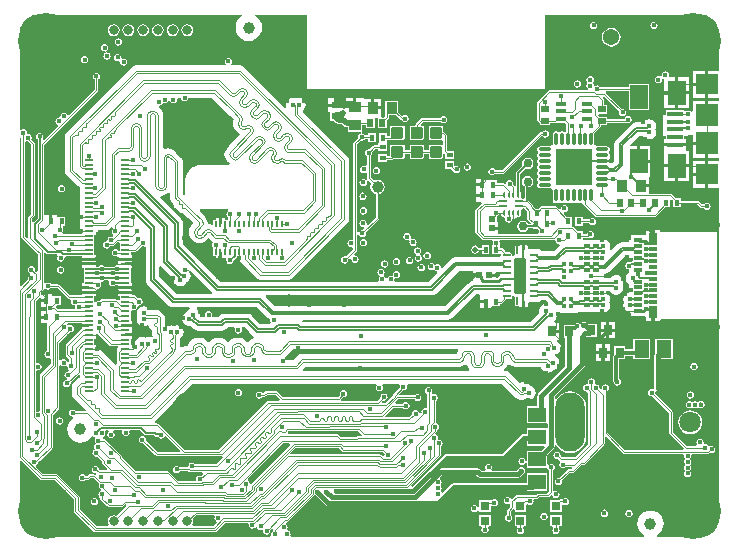
<source format=gbl>
G04*
G04 #@! TF.GenerationSoftware,Altium Limited,Altium Designer,20.0.13 (296)*
G04*
G04 Layer_Physical_Order=6*
G04 Layer_Color=16711680*
%FSLAX44Y44*%
%MOMM*%
G71*
G01*
G75*
%ADD12C,0.2000*%
%ADD13C,0.2032*%
%ADD24R,0.6200X0.6200*%
%ADD25R,0.6500X0.5500*%
%ADD26R,0.5500X0.6500*%
%ADD27R,0.7000X0.9000*%
%ADD32R,0.9000X1.0000*%
%ADD33R,0.4500X0.5500*%
%ADD36R,0.5200X0.5200*%
%ADD39R,0.5500X0.3000*%
%ADD40R,0.5500X0.4000*%
%ADD41R,1.3000X1.5000*%
%ADD42R,1.5000X1.3000*%
%ADD43R,0.5200X0.5200*%
%ADD47R,0.5500X0.4500*%
%ADD51R,1.0000X0.9000*%
%ADD110C,0.1016*%
%ADD111C,0.1270*%
%ADD113C,1.0000*%
%ADD116C,0.3810*%
%ADD118C,0.5080*%
%ADD119C,0.2540*%
%ADD120C,0.3048*%
%ADD121C,0.1524*%
%ADD123C,0.1500*%
%ADD124O,0.4064X0.4060*%
%ADD125O,4.5000X2.5000*%
%ADD126O,2.5000X5.0000*%
%ADD127O,2.5000X4.5000*%
%ADD128C,1.8000*%
%ADD129C,0.8000*%
%ADD130R,0.8000X0.8000*%
%ADD131C,4.7500*%
%ADD132R,1.3680X1.3680*%
%ADD133C,1.3680*%
%ADD134O,1.9000X1.1000*%
%ADD135O,2.4000X1.1000*%
%ADD137C,0.4064*%
%ADD138C,0.5080*%
%ADD139C,0.3000*%
%ADD142R,0.2200X0.5000*%
%ADD143C,0.7500*%
G04:AMPARAMS|DCode=144|XSize=0.2mm|YSize=0.7mm|CornerRadius=0.05mm|HoleSize=0mm|Usage=FLASHONLY|Rotation=270.000|XOffset=0mm|YOffset=0mm|HoleType=Round|Shape=RoundedRectangle|*
%AMROUNDEDRECTD144*
21,1,0.2000,0.6000,0,0,270.0*
21,1,0.1000,0.7000,0,0,270.0*
1,1,0.1000,-0.3000,-0.0500*
1,1,0.1000,-0.3000,0.0500*
1,1,0.1000,0.3000,0.0500*
1,1,0.1000,0.3000,-0.0500*
%
%ADD144ROUNDEDRECTD144*%
G04:AMPARAMS|DCode=145|XSize=0.2mm|YSize=0.5mm|CornerRadius=0.05mm|HoleSize=0mm|Usage=FLASHONLY|Rotation=180.000|XOffset=0mm|YOffset=0mm|HoleType=Round|Shape=RoundedRectangle|*
%AMROUNDEDRECTD145*
21,1,0.2000,0.4000,0,0,180.0*
21,1,0.1000,0.5000,0,0,180.0*
1,1,0.1000,-0.0500,0.2000*
1,1,0.1000,0.0500,0.2000*
1,1,0.1000,0.0500,-0.2000*
1,1,0.1000,-0.0500,-0.2000*
%
%ADD145ROUNDEDRECTD145*%
%ADD146R,0.3600X0.3200*%
G04:AMPARAMS|DCode=147|XSize=0.25mm|YSize=0.6mm|CornerRadius=0.025mm|HoleSize=0mm|Usage=FLASHONLY|Rotation=270.000|XOffset=0mm|YOffset=0mm|HoleType=Round|Shape=RoundedRectangle|*
%AMROUNDEDRECTD147*
21,1,0.2500,0.5500,0,0,270.0*
21,1,0.2000,0.6000,0,0,270.0*
1,1,0.0500,-0.2750,-0.1000*
1,1,0.0500,-0.2750,0.1000*
1,1,0.0500,0.2750,0.1000*
1,1,0.0500,0.2750,-0.1000*
%
%ADD147ROUNDEDRECTD147*%
G04:AMPARAMS|DCode=148|XSize=1mm|YSize=3mm|CornerRadius=0.05mm|HoleSize=0mm|Usage=FLASHONLY|Rotation=0.000|XOffset=0mm|YOffset=0mm|HoleType=Round|Shape=RoundedRectangle|*
%AMROUNDEDRECTD148*
21,1,1.0000,2.9000,0,0,0.0*
21,1,0.9000,3.0000,0,0,0.0*
1,1,0.1000,0.4500,-1.4500*
1,1,0.1000,-0.4500,-1.4500*
1,1,0.1000,-0.4500,1.4500*
1,1,0.1000,0.4500,1.4500*
%
%ADD148ROUNDEDRECTD148*%
G04:AMPARAMS|DCode=149|XSize=0.25mm|YSize=0.6mm|CornerRadius=0.025mm|HoleSize=0mm|Usage=FLASHONLY|Rotation=0.000|XOffset=0mm|YOffset=0mm|HoleType=Round|Shape=RoundedRectangle|*
%AMROUNDEDRECTD149*
21,1,0.2500,0.5500,0,0,0.0*
21,1,0.2000,0.6000,0,0,0.0*
1,1,0.0500,0.1000,-0.2750*
1,1,0.0500,-0.1000,-0.2750*
1,1,0.0500,-0.1000,0.2750*
1,1,0.0500,0.1000,0.2750*
%
%ADD149ROUNDEDRECTD149*%
%ADD150R,0.7000X0.3000*%
%ADD151R,0.7000X1.0000*%
%ADD152R,1.6000X2.1000*%
%ADD153R,1.3500X0.4000*%
%ADD154R,1.9000X1.8000*%
%ADD155R,1.9000X1.9000*%
%ADD156R,3.1500X3.1500*%
%ADD157O,1.1500X0.3000*%
%ADD158O,0.3000X1.1500*%
G04:AMPARAMS|DCode=159|XSize=0.4mm|YSize=0.9mm|CornerRadius=0.1mm|HoleSize=0mm|Usage=FLASHONLY|Rotation=90.000|XOffset=0mm|YOffset=0mm|HoleType=Round|Shape=RoundedRectangle|*
%AMROUNDEDRECTD159*
21,1,0.4000,0.7000,0,0,90.0*
21,1,0.2000,0.9000,0,0,90.0*
1,1,0.2000,0.3500,0.1000*
1,1,0.2000,0.3500,-0.1000*
1,1,0.2000,-0.3500,-0.1000*
1,1,0.2000,-0.3500,0.1000*
%
%ADD159ROUNDEDRECTD159*%
%ADD160R,1.5000X2.0000*%
%ADD161R,0.7000X0.1800*%
%ADD162C,0.1580*%
%ADD163C,0.2500*%
%ADD164C,5.3000*%
G36*
X584701Y445496D02*
X587634Y444281D01*
X590273Y442518D01*
X592518Y440273D01*
X594281Y437634D01*
X595496Y434701D01*
X596115Y431587D01*
X596115Y430000D01*
Y398540D01*
X587020D01*
Y387000D01*
Y375460D01*
X596115D01*
Y373040D01*
X587020D01*
Y361000D01*
X584480D01*
Y373040D01*
X573710D01*
Y364191D01*
X572440Y363806D01*
X572186Y364186D01*
X571183Y364856D01*
X570000Y365092D01*
X568817Y364856D01*
X568020Y364324D01*
X567245Y364557D01*
X566750Y364880D01*
Y365000D01*
X551250D01*
Y361310D01*
X548440D01*
Y349690D01*
Y343190D01*
X551250D01*
Y340540D01*
X549710D01*
Y337270D01*
X559000D01*
X568290D01*
Y340540D01*
X566750D01*
Y343190D01*
X569560D01*
Y343400D01*
X570000Y343761D01*
X572279Y344215D01*
X572590Y344422D01*
X573710Y343824D01*
Y338270D01*
X585750D01*
Y337000D01*
X587020D01*
Y324960D01*
X596115D01*
Y322540D01*
X587020D01*
Y311000D01*
X585750D01*
D01*
X587020D01*
Y299460D01*
X596115D01*
X596115Y20000D01*
Y18413D01*
X595496Y15299D01*
X594281Y12366D01*
X592518Y9727D01*
X590273Y7482D01*
X587634Y5719D01*
X584701Y4504D01*
X581587Y3884D01*
X543555D01*
X543302Y5155D01*
X543610Y5282D01*
X545934Y7066D01*
X547718Y9390D01*
X548839Y12096D01*
X549221Y15000D01*
X548839Y17904D01*
X547718Y20610D01*
X545934Y22934D01*
X543610Y24718D01*
X540904Y25839D01*
X538000Y26221D01*
X535096Y25839D01*
X532389Y24718D01*
X530066Y22934D01*
X528282Y20610D01*
X527161Y17904D01*
X526779Y15000D01*
X527161Y12096D01*
X528282Y9390D01*
X530066Y7066D01*
X532389Y5282D01*
X532698Y5155D01*
X532445Y3884D01*
X233983D01*
X233301Y5150D01*
X233536Y6333D01*
X233301Y7516D01*
X232631Y8519D01*
X231628Y9189D01*
X230836Y9347D01*
X230290Y10356D01*
X230239Y10662D01*
X230543Y11118D01*
X230779Y12301D01*
X230543Y13484D01*
X229873Y14487D01*
X229579Y14684D01*
X229359Y16039D01*
X230065Y16868D01*
X230419D01*
X231573Y17346D01*
X253265Y39038D01*
X254606Y39060D01*
X254823Y38988D01*
X263277Y30534D01*
X264238Y29892D01*
X265371Y29667D01*
X357836D01*
X358970Y29892D01*
X359931Y30534D01*
X372685Y43288D01*
X433500D01*
Y43000D01*
X450500D01*
Y58000D01*
X433500D01*
Y49212D01*
X371458D01*
X370324Y48987D01*
X369364Y48344D01*
X362452Y41433D01*
X361214Y41677D01*
X360664Y42807D01*
X360896Y43504D01*
X361151Y43886D01*
X361386Y45069D01*
X361151Y46252D01*
X360896Y46633D01*
X360585Y47569D01*
X360896Y48504D01*
X361151Y48886D01*
X361386Y50069D01*
X361151Y51252D01*
X360480Y52255D01*
X359883Y52654D01*
X359541Y54108D01*
X361408Y55975D01*
X390772D01*
X391841Y54906D01*
X392802Y54264D01*
X393936Y54038D01*
X425753D01*
X426887Y54264D01*
X427848Y54906D01*
X430249Y57307D01*
X431008Y57814D01*
X431678Y58817D01*
X431913Y60000D01*
X431678Y61183D01*
X431008Y62186D01*
X430005Y62856D01*
X428822Y63091D01*
X427639Y62856D01*
X426636Y62186D01*
X426406Y61841D01*
X424526Y59962D01*
X404028D01*
X404019Y59971D01*
X403465Y61232D01*
X403856Y61817D01*
X404091Y63000D01*
X403856Y64183D01*
X403186Y65186D01*
X402183Y65856D01*
X401000Y66091D01*
X399817Y65856D01*
X398814Y65186D01*
X398144Y64183D01*
X397909Y63000D01*
X398144Y61817D01*
X398535Y61232D01*
X397981Y59971D01*
X397972Y59962D01*
X395163D01*
X394093Y61031D01*
X393132Y61673D01*
X391999Y61899D01*
X362189D01*
X361703Y63072D01*
X366669Y68038D01*
X413894D01*
X415028Y68264D01*
X415989Y68906D01*
X432138Y85055D01*
X433500D01*
Y81000D01*
X448152D01*
X448638Y79827D01*
X445811Y77000D01*
X433500D01*
Y68710D01*
X432369Y68375D01*
X432341Y68372D01*
X432119Y68920D01*
X431789Y69414D01*
X431449Y69923D01*
X430446Y70593D01*
X429263Y70828D01*
X428080Y70593D01*
X427077Y69923D01*
X426407Y68920D01*
X426172Y67737D01*
X426407Y66554D01*
X427077Y65551D01*
X428080Y64881D01*
X429263Y64646D01*
X430446Y64881D01*
X431449Y65551D01*
X432119Y66554D01*
X432341Y67102D01*
X432369Y67099D01*
X433500Y66764D01*
Y62000D01*
X449911D01*
X450658Y61889D01*
X451484Y61308D01*
X451814Y60814D01*
X452368Y60444D01*
Y42676D01*
X450324Y40632D01*
X443000D01*
X441846Y40154D01*
X441097Y39405D01*
X427855D01*
X427307Y39632D01*
X425000D01*
X423846Y39154D01*
X421023Y36331D01*
X419545Y36649D01*
X419186Y37186D01*
X418183Y37856D01*
X417000Y38091D01*
X415817Y37856D01*
X414814Y37186D01*
X414144Y36183D01*
X413909Y35000D01*
X414144Y33817D01*
X414814Y32814D01*
X415817Y32144D01*
X417000Y31909D01*
X418098Y32127D01*
X418217Y32123D01*
X419368Y31408D01*
Y29588D01*
X416846Y27067D01*
X416368Y25913D01*
Y22556D01*
X415814Y22186D01*
X415144Y21183D01*
X414909Y20000D01*
X415144Y18817D01*
X415814Y17814D01*
X416817Y17144D01*
X418000Y16909D01*
X419183Y17144D01*
X420186Y17814D01*
X420856Y18817D01*
X421092Y20000D01*
X420856Y21183D01*
X420186Y22186D01*
X419632Y22556D01*
Y25236D01*
X421730Y27334D01*
X423000Y26808D01*
Y25250D01*
X433000D01*
Y30920D01*
X434270Y31509D01*
X434817Y31144D01*
X436000Y30909D01*
X437183Y31144D01*
X438186Y31814D01*
X438856Y32817D01*
X439091Y34000D01*
X438918Y34871D01*
X439627Y36141D01*
X441773D01*
X442927Y36619D01*
X443676Y37368D01*
X451000D01*
X452154Y37846D01*
X453729Y39421D01*
X455107Y39003D01*
X455144Y38817D01*
X455814Y37814D01*
X456817Y37144D01*
X458000Y36909D01*
X459183Y37144D01*
X460186Y37814D01*
X460856Y38817D01*
X461091Y40000D01*
X460856Y41183D01*
X460186Y42186D01*
X459183Y42856D01*
X458000Y43091D01*
X456902Y42873D01*
X456784Y42877D01*
X455632Y43592D01*
Y60444D01*
X456186Y60814D01*
X456856Y61817D01*
X457091Y63000D01*
X456856Y64183D01*
X456186Y65186D01*
X455183Y65856D01*
X454000Y66091D01*
X452817Y65856D01*
X451814Y65186D01*
X451770Y65120D01*
X450500Y65506D01*
Y73311D01*
X456094Y78906D01*
X456736Y79866D01*
X456962Y81000D01*
Y81438D01*
X458138Y81671D01*
X458232Y81660D01*
X460372Y78872D01*
X463192Y76708D01*
X466476Y75347D01*
X470000Y74883D01*
X473524Y75347D01*
X476808Y76708D01*
X479628Y78872D01*
X481792Y81692D01*
X483153Y84976D01*
X483616Y88500D01*
Y113500D01*
X483153Y117024D01*
X481792Y120308D01*
X479628Y123128D01*
X476808Y125292D01*
X473524Y126652D01*
X470000Y127116D01*
X466476Y126652D01*
X463192Y125292D01*
X460372Y123128D01*
X458232Y120340D01*
X458138Y120329D01*
X456962Y120562D01*
Y122964D01*
X481904Y147907D01*
X482547Y148868D01*
X482772Y150001D01*
Y172065D01*
X484150Y173443D01*
X486405D01*
X486691Y173500D01*
X492500D01*
Y184500D01*
X486691D01*
X486405Y184557D01*
X485263D01*
X484689Y185131D01*
X483729Y185773D01*
X482595Y185998D01*
X482150D01*
X481255Y186176D01*
X480072Y185941D01*
X479069Y185271D01*
X478186Y184561D01*
X477183Y185231D01*
X476000Y185466D01*
X474817Y185231D01*
X473814Y184561D01*
X473144Y183558D01*
X473142Y183550D01*
X470976D01*
X470727Y183500D01*
X464500D01*
Y172500D01*
X466038D01*
Y148227D01*
X443149Y125337D01*
X442506Y124376D01*
X442281Y123243D01*
Y119503D01*
X442263Y119477D01*
X442231Y119313D01*
X442144Y119183D01*
X441909Y118000D01*
X442038Y117349D01*
Y115000D01*
X433500D01*
Y100000D01*
X450500D01*
X451038Y98953D01*
Y97047D01*
X450500Y96000D01*
X433500D01*
Y90979D01*
X430911D01*
X429777Y90753D01*
X428816Y90111D01*
X412667Y73962D01*
X365442D01*
X364308Y73737D01*
X363347Y73094D01*
X336274Y46021D01*
X336047Y46066D01*
X335629Y47444D01*
X360154Y71969D01*
X360632Y73123D01*
Y80444D01*
X361186Y80814D01*
X361856Y81817D01*
X362091Y83000D01*
X361856Y84183D01*
X361186Y85186D01*
X360183Y85856D01*
X359000Y86091D01*
X358883Y86068D01*
X358557Y86306D01*
X357927Y87173D01*
X358091Y88000D01*
X357856Y89183D01*
X357186Y90186D01*
X356455Y90674D01*
X356062Y92077D01*
X356471Y92485D01*
X356949Y93639D01*
Y94333D01*
X356979Y94339D01*
X357982Y95009D01*
X358652Y96012D01*
X358888Y97196D01*
X358652Y98378D01*
X357982Y99381D01*
X356979Y100051D01*
X356414Y101109D01*
X356470Y101244D01*
Y119070D01*
X357024Y119440D01*
X357694Y120443D01*
X357929Y121626D01*
X357694Y122809D01*
X357024Y123812D01*
X356021Y124482D01*
X354838Y124718D01*
X354155Y124582D01*
X352990Y125415D01*
X352856Y126337D01*
X353243Y126915D01*
X353478Y128098D01*
X353243Y129281D01*
X352573Y130284D01*
X351570Y130954D01*
X350387Y131190D01*
X349204Y130954D01*
X348201Y130284D01*
X347531Y129281D01*
X347295Y128098D01*
X347531Y126915D01*
X348201Y125912D01*
X349195Y125248D01*
Y113596D01*
X347925Y112778D01*
X347287Y112905D01*
X346104Y112669D01*
X345101Y111999D01*
X344431Y110997D01*
X344196Y109813D01*
X344298Y109298D01*
X343394Y108442D01*
X342202Y108833D01*
X342089Y109402D01*
X341419Y110405D01*
X340416Y111075D01*
X339233Y111310D01*
X338050Y111075D01*
X337047Y110405D01*
X336377Y109402D01*
X336142Y108219D01*
X336204Y107904D01*
X333336Y105036D01*
X313711D01*
X313185Y106306D01*
X320246Y113368D01*
X328422D01*
X328792Y112814D01*
X329795Y112144D01*
X330978Y111909D01*
X332161Y112144D01*
X333164Y112814D01*
X333834Y113817D01*
X334069Y115000D01*
X333834Y116183D01*
X333164Y117186D01*
X332161Y117856D01*
X330978Y118091D01*
X329795Y117856D01*
X328792Y117186D01*
X328422Y116632D01*
X322319D01*
X321833Y117806D01*
X324395Y120368D01*
X338444D01*
X338814Y119814D01*
X339817Y119144D01*
X341000Y118909D01*
X342183Y119144D01*
X343186Y119814D01*
X343856Y120817D01*
X344091Y122000D01*
X343856Y123183D01*
X343186Y124186D01*
X342183Y124856D01*
X341000Y125091D01*
X339817Y124856D01*
X338814Y124186D01*
X338444Y123632D01*
X325562D01*
X325076Y124806D01*
X328309Y128039D01*
X328962Y127909D01*
X330145Y128144D01*
X331148Y128814D01*
X331818Y129817D01*
X332053Y131000D01*
X331818Y132183D01*
X331812Y132193D01*
X332491Y133463D01*
X412080D01*
X424087Y121456D01*
X425515Y120502D01*
X427200Y120167D01*
X430338D01*
X432023Y120502D01*
X432392Y120748D01*
X432628Y120590D01*
X434907Y120137D01*
X437187Y120590D01*
X439119Y121881D01*
X440410Y123814D01*
X440864Y126093D01*
X440410Y128373D01*
X439119Y130305D01*
X437187Y131596D01*
X436439Y131745D01*
X435232Y133551D01*
X433300Y134842D01*
X431020Y135295D01*
X428741Y134842D01*
X427222Y133827D01*
X417911Y143137D01*
X416483Y144092D01*
X414798Y144427D01*
X414247D01*
X413816Y145697D01*
X415222Y146776D01*
X416602Y148574D01*
X416960Y149440D01*
X418507Y149854D01*
X419419Y149153D01*
X421514Y148286D01*
X423609Y148010D01*
X423762Y147980D01*
X445171D01*
X445443Y146613D01*
X446734Y144681D01*
X448666Y143390D01*
X450946Y142936D01*
X453225Y143390D01*
X455158Y144681D01*
X455767Y145593D01*
X457783Y145994D01*
X459715Y147285D01*
X461006Y149218D01*
X461460Y151497D01*
X461006Y153776D01*
X459715Y155709D01*
X457783Y157000D01*
X457441Y157068D01*
Y158363D01*
X458801Y158633D01*
X460733Y159924D01*
X462025Y161857D01*
X462478Y164136D01*
X462025Y166416D01*
X460733Y168348D01*
X458801Y169639D01*
X459252Y170749D01*
X459364Y170960D01*
X461040D01*
Y176730D01*
X455000D01*
Y179270D01*
X461040D01*
Y185040D01*
X456834D01*
X456449Y186310D01*
X457792Y187208D01*
X459084Y189140D01*
X459537Y191420D01*
X459337Y192425D01*
X460400Y193590D01*
X476410D01*
Y194352D01*
X477540Y194690D01*
Y194690D01*
X495384D01*
X495721Y194465D01*
X498000Y194012D01*
X500280Y194465D01*
X502212Y195756D01*
X503503Y197689D01*
X503956Y199968D01*
X503503Y202248D01*
X503335Y202500D01*
X503503Y202752D01*
X503956Y205032D01*
X503503Y207311D01*
X502212Y209244D01*
X500280Y210535D01*
X500464Y211793D01*
X504074D01*
X504788Y210724D01*
X506720Y209433D01*
X509000Y208979D01*
X511279Y209433D01*
X513212Y210724D01*
X514503Y212656D01*
X514956Y214936D01*
X514503Y217215D01*
X514334Y217468D01*
X514503Y217721D01*
X514956Y220000D01*
X514503Y222279D01*
X513212Y224212D01*
X511279Y225503D01*
X509000Y225956D01*
X506720Y225503D01*
X504788Y224212D01*
X504074Y223143D01*
X500791D01*
X500630Y223175D01*
X498460D01*
Y226825D01*
X499658D01*
X501393Y227170D01*
X502863Y228152D01*
X516598Y241887D01*
X520099D01*
Y239753D01*
X522909D01*
Y238077D01*
X522690Y237409D01*
X521925Y236873D01*
X521486D01*
X520787Y236734D01*
X520390Y236469D01*
X519807Y236585D01*
X518624Y236350D01*
X517621Y235680D01*
X516951Y234677D01*
X516715Y233494D01*
X516951Y232311D01*
X517621Y231308D01*
X518624Y230638D01*
X519807Y230402D01*
X520099Y230162D01*
Y228211D01*
X518698Y227274D01*
X517406Y225342D01*
X516953Y223062D01*
X517406Y220783D01*
X518698Y218850D01*
X520099Y217914D01*
Y214753D01*
X522909D01*
Y211662D01*
X521927Y210856D01*
X520909Y211059D01*
X518630Y210605D01*
X516698Y209314D01*
X515406Y207382D01*
X514953Y205102D01*
X515406Y202823D01*
X515580Y202562D01*
X515406Y202302D01*
X514953Y200022D01*
X515406Y197743D01*
X516698Y195811D01*
X518630Y194519D01*
X520909Y194066D01*
X521369Y193689D01*
Y191022D01*
X533449D01*
X534369Y190178D01*
Y186523D01*
X539140D01*
Y194062D01*
X541679D01*
Y186523D01*
X546449D01*
Y187672D01*
X546910Y187979D01*
X593412D01*
X594177Y188296D01*
X594494Y189062D01*
Y261062D01*
X594177Y261828D01*
X593412Y262145D01*
X546910D01*
X546449Y262452D01*
Y263602D01*
X541679D01*
Y256062D01*
X539139D01*
Y263602D01*
X534369D01*
Y259947D01*
X533449Y259103D01*
X521369D01*
Y255372D01*
X520099D01*
Y253238D01*
X513774D01*
X513774Y253238D01*
X512040Y252893D01*
X510569Y251910D01*
X510569Y251910D01*
X505091Y246432D01*
X503820Y246764D01*
X503487Y247728D01*
X503503Y247753D01*
X503956Y250032D01*
X503503Y252311D01*
X502212Y254244D01*
X500280Y255535D01*
X498000Y255989D01*
X495721Y255535D01*
X495384Y255310D01*
X480750D01*
Y257368D01*
X485175D01*
X485364Y257446D01*
X485817Y257144D01*
X487000Y256909D01*
X488183Y257144D01*
X489186Y257814D01*
X489856Y258817D01*
X490091Y260000D01*
X489856Y261183D01*
X489186Y262186D01*
X488183Y262856D01*
X487000Y263091D01*
X485817Y262856D01*
X484814Y262186D01*
X484144Y261183D01*
X484034Y260632D01*
X480750D01*
Y262750D01*
X476823D01*
X472989Y266584D01*
X472780Y266671D01*
X471750Y267250D01*
Y274750D01*
X467558D01*
X464619Y277689D01*
X464838Y278392D01*
X465163Y278941D01*
X466183Y279144D01*
X467186Y279814D01*
X467856Y280817D01*
X468091Y282000D01*
X467856Y283183D01*
X467186Y284186D01*
X466183Y284856D01*
X465000Y285091D01*
X463817Y284856D01*
X462814Y284186D01*
X462144Y283183D01*
X461941Y282164D01*
X461391Y281838D01*
X460690Y281619D01*
X458896Y283412D01*
X457742Y283890D01*
X445528D01*
X444374Y283412D01*
X442711Y281750D01*
X440828D01*
X438210Y284368D01*
Y284551D01*
X437732Y285705D01*
X434795Y288642D01*
Y300050D01*
X435961Y300282D01*
X437533Y301332D01*
X438582Y302903D01*
X438951Y304756D01*
X438582Y306609D01*
X437533Y308181D01*
X435961Y309230D01*
X434108Y309599D01*
X432255Y309230D01*
X430683Y308181D01*
X429634Y306609D01*
X429265Y304756D01*
X429634Y302903D01*
X430683Y301332D01*
X431461Y300812D01*
Y290495D01*
X430191Y289838D01*
X429501Y290124D01*
X428929D01*
X428080Y291394D01*
X428124Y291499D01*
Y295499D01*
X427668Y296602D01*
Y311358D01*
X432021Y315711D01*
X432179Y315606D01*
X434032Y315237D01*
X435885Y315606D01*
X437457Y316656D01*
X438506Y318227D01*
X438875Y320080D01*
X438506Y321933D01*
X437457Y323505D01*
X435885Y324554D01*
X434032Y324923D01*
X432179Y324554D01*
X430607Y323505D01*
X429558Y321933D01*
X429189Y320080D01*
X429558Y318227D01*
X429663Y318069D01*
X424822Y313227D01*
X424460Y312687D01*
X424334Y312049D01*
Y301626D01*
X423490Y301288D01*
X423064Y301245D01*
X421962Y302347D01*
X422091Y303000D01*
X421856Y304183D01*
X421186Y305186D01*
X420183Y305856D01*
X419000Y306091D01*
X417817Y305856D01*
X416814Y305186D01*
X416144Y304183D01*
X415941Y303164D01*
X415391Y302838D01*
X414689Y302620D01*
X414155Y303154D01*
X413000Y303633D01*
X407750D01*
Y305750D01*
X401560D01*
X401250Y305750D01*
X400290Y306498D01*
Y307290D01*
X396770D01*
Y302000D01*
X395500D01*
Y300730D01*
X390710D01*
Y296710D01*
Y294270D01*
X395500D01*
Y291730D01*
X390710D01*
Y287710D01*
X394820D01*
X395346Y286440D01*
X390335Y281429D01*
X389857Y280274D01*
Y261958D01*
X390335Y260804D01*
X395258Y255881D01*
X396412Y255403D01*
X404274D01*
X404944Y254133D01*
X404644Y253683D01*
X404408Y252500D01*
X404504Y252020D01*
X404250Y250750D01*
X404250D01*
X404250Y250750D01*
Y243250D01*
X410750D01*
X410750Y243250D01*
X411927Y243435D01*
X411957Y243295D01*
X411796Y242077D01*
X410823Y241427D01*
X410321Y240675D01*
X372795D01*
X371060Y240330D01*
X369590Y239348D01*
X369590Y239348D01*
X361823Y231581D01*
X361194Y231743D01*
X360550Y232104D01*
X360356Y233080D01*
X359686Y234083D01*
X358683Y234753D01*
X357500Y234988D01*
X356317Y234753D01*
X355379Y234126D01*
X354726Y235104D01*
X353723Y235774D01*
X352540Y236009D01*
X351357Y235774D01*
X350354Y235104D01*
X349684Y234101D01*
X349449Y232918D01*
X349684Y231735D01*
X350354Y230732D01*
X351357Y230062D01*
X352540Y229827D01*
X353723Y230062D01*
X354661Y230689D01*
X355314Y229711D01*
X356317Y229041D01*
X357293Y228847D01*
X357654Y228204D01*
X357816Y227574D01*
X350107Y219865D01*
X321631D01*
X320919Y221135D01*
X321091Y222000D01*
X321068Y222117D01*
X321306Y222443D01*
X322173Y223073D01*
X323000Y222909D01*
X324183Y223144D01*
X325186Y223814D01*
X325856Y224817D01*
X326091Y226000D01*
X325856Y227183D01*
X325186Y228186D01*
X324183Y228856D01*
X323000Y229091D01*
X321817Y228856D01*
X320814Y228186D01*
X320144Y227183D01*
X319909Y226000D01*
X319932Y225883D01*
X319694Y225557D01*
X318827Y224927D01*
X318000Y225091D01*
X316817Y224856D01*
X315814Y224186D01*
X315149Y223191D01*
X315107Y223183D01*
X313893D01*
X313851Y223191D01*
X313186Y224186D01*
X312611Y224570D01*
X312288Y225514D01*
X312384Y226111D01*
X312856Y226817D01*
X313091Y228000D01*
X312856Y229183D01*
X312186Y230186D01*
X311183Y230856D01*
X310000Y231091D01*
X308817Y230856D01*
X307814Y230186D01*
X307144Y229183D01*
X306909Y228000D01*
X307144Y226817D01*
X307814Y225814D01*
X308389Y225430D01*
X308711Y224486D01*
X308616Y223889D01*
X308144Y223183D01*
X307909Y222000D01*
X308081Y221135D01*
X307369Y219865D01*
X174125D01*
X142341Y251649D01*
Y270036D01*
X141996Y271770D01*
X141014Y273241D01*
X141014Y273241D01*
X122724Y291530D01*
X123250Y292800D01*
X124107D01*
X124317Y292842D01*
X126238Y293095D01*
X128225Y293918D01*
X129708Y295056D01*
X130978Y294695D01*
Y291466D01*
X131313Y289781D01*
X132268Y288353D01*
X133957Y286664D01*
X133901Y286381D01*
X134291Y284419D01*
X135040Y283299D01*
X135057Y283273D01*
X135057Y283272D01*
X135403Y282755D01*
X135834Y282324D01*
Y282324D01*
X136351Y281979D01*
X136351Y281979D01*
X136383Y281958D01*
X137298Y281346D01*
X137914Y280425D01*
X137931Y280399D01*
X137931Y280399D01*
X138276Y279882D01*
X138708Y279451D01*
Y279451D01*
X139225Y279105D01*
X139225Y279105D01*
X139256Y279084D01*
X140371Y278339D01*
X142333Y277949D01*
X142616Y278005D01*
X146879Y273742D01*
X147030Y273591D01*
X147030Y273591D01*
X151173Y269448D01*
X149374Y267649D01*
X149255Y267471D01*
X148075Y265933D01*
X147252Y263947D01*
X146971Y261815D01*
X147252Y259683D01*
X148075Y257697D01*
X149255Y256159D01*
X149374Y255981D01*
X150397Y254957D01*
X150575Y254838D01*
X152113Y253658D01*
X154100Y252835D01*
X156231Y252555D01*
X158363Y252835D01*
X160350Y253658D01*
X161888Y254838D01*
X162066Y254957D01*
X163865Y256756D01*
X166433Y254188D01*
X166875Y253892D01*
X167814Y253186D01*
X167144Y252183D01*
X166909Y251000D01*
X167144Y249817D01*
X167333Y249535D01*
X167900Y248500D01*
Y241500D01*
X170360D01*
Y239960D01*
X172730D01*
Y245000D01*
X175270D01*
Y239960D01*
X177640D01*
Y239960D01*
X178360D01*
X179046Y238690D01*
X178909Y238000D01*
X179144Y236817D01*
X179814Y235814D01*
X180817Y235144D01*
X182000Y234909D01*
X183183Y235144D01*
X184186Y235814D01*
X184856Y236817D01*
X185091Y238000D01*
X185061Y238154D01*
X186867Y239960D01*
X189090D01*
Y238690D01*
X190584D01*
X190853Y237335D01*
X191808Y235907D01*
X204781Y222933D01*
X206210Y221979D01*
X207895Y221643D01*
X231780D01*
X233465Y221979D01*
X234893Y222933D01*
X281544Y269584D01*
X282499Y271012D01*
X282834Y272697D01*
X282834Y272697D01*
Y322894D01*
X282499Y324579D01*
X281544Y326007D01*
X243961Y363591D01*
X244084Y365109D01*
X244712Y365529D01*
X246003Y367461D01*
X246457Y369740D01*
X246003Y372020D01*
X244712Y373952D01*
X242780Y375243D01*
X240500Y375697D01*
X238221Y375243D01*
X237968Y375075D01*
X237716Y375243D01*
X235436Y375697D01*
X233157Y375243D01*
X231224Y373952D01*
X229933Y372020D01*
X229480Y369740D01*
X229864Y367809D01*
X228736Y367141D01*
X194087Y401790D01*
X192659Y402744D01*
X190974Y403080D01*
X183023D01*
X182638Y404350D01*
X182819Y404471D01*
X183490Y405474D01*
X183725Y406657D01*
X183490Y407840D01*
X182819Y408843D01*
X181817Y409513D01*
X180634Y409749D01*
X179450Y409513D01*
X178447Y408843D01*
X177777Y407840D01*
X177542Y406657D01*
X177777Y405474D01*
X178447Y404471D01*
X178629Y404350D01*
X178244Y403080D01*
X102098D01*
X100414Y402744D01*
X98985Y401790D01*
X43454Y346259D01*
X42499Y344830D01*
X42164Y343145D01*
Y314035D01*
X42499Y312351D01*
X43454Y310922D01*
X53569Y300808D01*
X54997Y299853D01*
X55290Y299795D01*
Y286290D01*
Y274290D01*
Y262290D01*
X56560D01*
Y260629D01*
X40699D01*
X40342Y261455D01*
X40243Y261899D01*
X40856Y262817D01*
X41091Y264000D01*
X40856Y265183D01*
X40323Y265980D01*
X40556Y266754D01*
X40879Y267250D01*
X42750D01*
Y274750D01*
X36560D01*
X36250Y274750D01*
X35290Y275498D01*
Y276290D01*
X31770D01*
Y271000D01*
X29230D01*
Y276290D01*
X26045D01*
X25710Y276290D01*
X24775Y277100D01*
Y335641D01*
X70154Y381020D01*
X70632Y382174D01*
Y391444D01*
X71186Y391814D01*
X71856Y392817D01*
X72091Y394000D01*
X71856Y395183D01*
X71186Y396186D01*
X70183Y396856D01*
X69000Y397091D01*
X67817Y396856D01*
X66814Y396186D01*
X66144Y395183D01*
X65909Y394000D01*
X66144Y392817D01*
X66814Y391814D01*
X67368Y391444D01*
Y382850D01*
X45586Y361068D01*
X44200Y361479D01*
X43684Y362251D01*
X42681Y362922D01*
X41498Y363157D01*
X40315Y362922D01*
X39312Y362251D01*
X38642Y361249D01*
X38406Y360065D01*
X38420Y359995D01*
X37340Y358915D01*
X37294Y358924D01*
X36111Y358689D01*
X35108Y358019D01*
X34438Y357016D01*
X34203Y355833D01*
X34438Y354650D01*
X35108Y353647D01*
X35863Y353142D01*
X36267Y351749D01*
X24633Y340115D01*
X23247Y340526D01*
X23223Y340640D01*
X23267Y340935D01*
X23856Y341817D01*
X24091Y343000D01*
X23856Y344183D01*
X23186Y345186D01*
X22183Y345856D01*
X21000Y346091D01*
X19817Y345856D01*
X18814Y345186D01*
X18144Y344183D01*
X17909Y343000D01*
X18144Y341817D01*
X18814Y340814D01*
X19333Y340467D01*
Y273690D01*
X15868Y270225D01*
X15856Y270208D01*
X14586Y270593D01*
Y273390D01*
X16557Y275360D01*
X17035Y276514D01*
Y336770D01*
X16557Y337924D01*
X13779Y340702D01*
X13856Y340817D01*
X14091Y342000D01*
X13856Y343183D01*
X13186Y344186D01*
X12183Y344856D01*
X11000Y345091D01*
X10987Y345089D01*
X10089Y345987D01*
X10091Y346000D01*
X9856Y347183D01*
X9186Y348186D01*
X8183Y348856D01*
X7000Y349091D01*
X5817Y348856D01*
X5155Y348414D01*
X4035Y348848D01*
X3884Y348976D01*
Y430000D01*
X3884Y431587D01*
X4504Y434701D01*
X5719Y437634D01*
X7482Y440273D01*
X9727Y442518D01*
X12366Y444281D01*
X15299Y445496D01*
X18413Y446115D01*
X192445D01*
X192698Y444846D01*
X192390Y444718D01*
X190066Y442934D01*
X188282Y440611D01*
X187161Y437904D01*
X186779Y435000D01*
X187161Y432096D01*
X188282Y429389D01*
X190066Y427066D01*
X192390Y425282D01*
X195096Y424161D01*
X198000Y423779D01*
X200904Y424161D01*
X203610Y425282D01*
X205934Y427066D01*
X207718Y429389D01*
X208839Y432096D01*
X209221Y435000D01*
X208839Y437904D01*
X207718Y440611D01*
X205934Y442934D01*
X203610Y444718D01*
X203302Y444846D01*
X203554Y446115D01*
X246917D01*
X246918Y384500D01*
X247235Y383735D01*
X248000Y383418D01*
X448000D01*
X448765Y383735D01*
X449082Y384500D01*
X449082Y446115D01*
X581587D01*
X584701Y445496D01*
D02*
G37*
G36*
X180264Y362224D02*
X180487Y362001D01*
X181366Y361094D01*
X181371Y361087D01*
X181379Y361082D01*
X181379Y361082D01*
X182271Y360217D01*
X185109Y357379D01*
X184582Y356108D01*
X184305Y353999D01*
X184582Y351891D01*
X185396Y349926D01*
X186564Y348404D01*
X186684Y348224D01*
X187647Y347262D01*
X187826Y347142D01*
X189348Y345974D01*
X190112Y345658D01*
X190360Y344412D01*
X179617Y333669D01*
X179497Y333490D01*
X178329Y331968D01*
X177515Y330003D01*
X177238Y327894D01*
X177515Y325786D01*
X178329Y323821D01*
X179497Y322298D01*
X179617Y322119D01*
X180579Y321157D01*
X180759Y321037D01*
X181908Y320155D01*
X181477Y318885D01*
X157015D01*
X156640Y318810D01*
X156257D01*
X154325Y318426D01*
X153972Y318279D01*
X153596Y318205D01*
X151777Y317451D01*
X151459Y317238D01*
X151105Y317092D01*
X149467Y315998D01*
X149197Y315727D01*
X148878Y315514D01*
X147486Y314121D01*
X147273Y313803D01*
X147002Y313533D01*
X145908Y311895D01*
X145762Y311541D01*
X145549Y311223D01*
X144795Y309403D01*
X144721Y309028D01*
X144574Y308675D01*
X144190Y306743D01*
Y306360D01*
X144115Y305985D01*
Y294015D01*
X144167Y293756D01*
X144046Y293605D01*
X142848Y293279D01*
X141943Y294184D01*
Y322113D01*
X141607Y323797D01*
X140653Y325226D01*
X135162Y330717D01*
X134242Y331332D01*
X133762Y331700D01*
X131776Y332523D01*
X129644Y332803D01*
X127512Y332523D01*
X126642Y332162D01*
X125372Y333011D01*
Y360968D01*
X125331Y361178D01*
X125078Y363100D01*
X124255Y365087D01*
X122946Y366792D01*
X121799Y367672D01*
X121898Y368283D01*
X122218Y368952D01*
X123183Y369144D01*
X124186Y369814D01*
X124856Y370817D01*
X126201Y371068D01*
X127000Y370909D01*
X128183Y371144D01*
X129186Y371814D01*
X129851Y372809D01*
X129893Y372817D01*
X131107D01*
X131149Y372809D01*
X131814Y371814D01*
X132817Y371144D01*
X134000Y370909D01*
X135183Y371144D01*
X136186Y371814D01*
X136856Y372817D01*
X137091Y374000D01*
X137025Y374335D01*
X137985Y375605D01*
X140613D01*
X140822Y374555D01*
X141492Y373552D01*
X142495Y372882D01*
X143678Y372646D01*
X144861Y372882D01*
X145864Y373552D01*
X146534Y374555D01*
X146743Y375605D01*
X166883D01*
X180264Y362224D01*
D02*
G37*
G36*
X431586Y281630D02*
X433868Y279349D01*
Y273181D01*
X434346Y272027D01*
X436600Y269773D01*
X436074Y268503D01*
X434688D01*
X434650Y268689D01*
X433601Y270260D01*
X432029Y271310D01*
X430176Y271679D01*
X428323Y271310D01*
X426752Y270260D01*
X425702Y268689D01*
X425333Y266836D01*
X425702Y264982D01*
X426752Y263411D01*
X428323Y262361D01*
X430176Y261993D01*
X432029Y262361D01*
X433601Y263411D01*
X434650Y264982D01*
X434688Y265169D01*
X438221D01*
Y264730D01*
X442413D01*
X443434Y263709D01*
X443304Y263056D01*
X443523Y261953D01*
X443522Y261844D01*
X442807Y260683D01*
X409375D01*
Y264064D01*
X404235D01*
Y266604D01*
X409375D01*
Y270474D01*
X407835D01*
Y275126D01*
X407960Y275426D01*
Y275611D01*
X408183Y275655D01*
X409186Y276325D01*
X409556Y276879D01*
X411877D01*
Y276499D01*
X412353Y275351D01*
X413501Y274876D01*
X414086D01*
X414335Y274713D01*
X414898Y274054D01*
X415054Y273730D01*
X414909Y273001D01*
X415145Y271818D01*
X415815Y270815D01*
X416818Y270145D01*
X418001Y269909D01*
X419184Y270145D01*
X420187Y270815D01*
X420857Y271818D01*
X421092Y273001D01*
X422308Y273400D01*
X422501D01*
X423687Y273636D01*
X424692Y274307D01*
X425165Y275015D01*
X425501Y274876D01*
X426501D01*
X427649Y275351D01*
X428124Y276499D01*
Y280499D01*
X428080Y280607D01*
X428928Y281877D01*
X429501D01*
X430649Y282352D01*
X431586Y281630D01*
D02*
G37*
G36*
X157015Y281115D02*
X180638D01*
X180817Y279856D01*
X179814Y279186D01*
X179144Y278183D01*
X178909Y277000D01*
X179144Y275817D01*
X179814Y274814D01*
X180368Y274444D01*
Y272500D01*
X177640D01*
Y274040D01*
X175270D01*
Y269000D01*
X172730D01*
Y274040D01*
X170360D01*
Y272500D01*
X167900D01*
Y268904D01*
X166844Y268198D01*
X165996Y268550D01*
X164436Y268755D01*
X163637Y269221D01*
X163172Y270020D01*
X162966Y271580D01*
X162143Y273566D01*
X161775Y274046D01*
X161161Y274966D01*
X156278Y279848D01*
X156605Y281046D01*
X156756Y281167D01*
X157015Y281115D01*
D02*
G37*
G36*
X82835Y265634D02*
X82874Y264903D01*
X82723Y264802D01*
X82053Y263799D01*
X81818Y262616D01*
X82053Y261433D01*
X82723Y260430D01*
X83183Y260123D01*
X83354Y258854D01*
X82763Y258304D01*
X82490Y258109D01*
X81359Y258334D01*
X80176Y258098D01*
X79173Y257428D01*
X78503Y256425D01*
X78285Y255328D01*
X78225Y255168D01*
X77639Y254161D01*
X77300Y254094D01*
X76456Y253926D01*
X75453Y253256D01*
X74783Y252253D01*
X74547Y251070D01*
X74783Y249887D01*
X75453Y248884D01*
X76456Y248214D01*
X77639Y247978D01*
X78822Y248214D01*
X79825Y248884D01*
X80495Y249887D01*
X80531Y250070D01*
X82825D01*
X83980Y250548D01*
X86799Y253368D01*
X87824D01*
X88900Y252900D01*
Y249100D01*
X88900D01*
Y248900D01*
X88900D01*
Y246155D01*
X87591D01*
X87221Y246709D01*
X86218Y247379D01*
X85035Y247614D01*
X83852Y247379D01*
X82849Y246709D01*
X82179Y245706D01*
X81943Y244523D01*
X82179Y243340D01*
X82849Y242337D01*
X83852Y241667D01*
X85035Y241431D01*
X86090Y241641D01*
X86324Y241596D01*
X87360Y240903D01*
Y240270D01*
X93400D01*
X99440D01*
Y242440D01*
X97900D01*
Y244900D01*
X98976Y245368D01*
X101969D01*
X103123Y245846D01*
X107401Y250124D01*
X108484Y249909D01*
X109446Y250100D01*
X110275Y249664D01*
X110716Y249317D01*
Y221611D01*
X111061Y219876D01*
X112043Y218406D01*
X130769Y199680D01*
X130769Y199680D01*
X132240Y198697D01*
X133974Y198352D01*
X133974Y198353D01*
X147706D01*
X148091Y197083D01*
X146788Y196212D01*
X145497Y194279D01*
X145438Y193981D01*
X145140Y193922D01*
X143207Y192631D01*
X141916Y190699D01*
X141463Y188419D01*
X141916Y186140D01*
X143207Y184207D01*
X145140Y182916D01*
X147419Y182463D01*
X148680Y182714D01*
X151432Y179961D01*
X152902Y178979D01*
X154637Y178634D01*
X175311D01*
X177045Y178979D01*
X178516Y179961D01*
X179986Y181432D01*
X185368D01*
X186038Y180460D01*
X186115Y180162D01*
X185909Y179123D01*
X186144Y177940D01*
X186814Y176937D01*
X187817Y176267D01*
X189000Y176032D01*
X190183Y176267D01*
X191186Y176937D01*
X191856Y177940D01*
X192092Y179123D01*
X191885Y180162D01*
X191962Y180460D01*
X192632Y181432D01*
X194385D01*
X198340Y177476D01*
X201647Y174170D01*
X201647Y174170D01*
X202664Y173490D01*
X202356Y172169D01*
X202049Y172128D01*
X199954Y171261D01*
X198156Y169881D01*
X197591Y169145D01*
X196321D01*
X195757Y169881D01*
X193958Y171261D01*
X191863Y172128D01*
X189769Y172404D01*
X189616Y172435D01*
X187787D01*
X187634Y172404D01*
X185539Y172128D01*
X183444Y171261D01*
X181646Y169881D01*
X181081Y169145D01*
X179811D01*
X179247Y169881D01*
X177448Y171261D01*
X175354Y172128D01*
X173259Y172404D01*
X173106Y172435D01*
X171277D01*
X171124Y172404D01*
X169029Y172128D01*
X166934Y171261D01*
X165136Y169881D01*
X164571Y169145D01*
X163301D01*
X162737Y169881D01*
X160938Y171261D01*
X158843Y172128D01*
X156749Y172404D01*
X156596Y172435D01*
X154767D01*
X154614Y172404D01*
X152519Y172128D01*
X150424Y171261D01*
X148626Y169881D01*
X147246Y168082D01*
X146378Y165987D01*
X146290Y165323D01*
X143752D01*
X142068Y164988D01*
X141076Y164325D01*
X139866Y164987D01*
X140003Y166380D01*
X140014Y166436D01*
X140014Y166446D01*
X140014Y166446D01*
X140014Y166447D01*
X140013Y166452D01*
X140014Y166457D01*
Y171945D01*
X141276Y172788D01*
X142567Y174720D01*
X143020Y177000D01*
X142567Y179279D01*
X141276Y181212D01*
X139344Y182503D01*
X137064Y182956D01*
X134785Y182503D01*
X134532Y182334D01*
X134279Y182503D01*
X132000Y182956D01*
X129720Y182503D01*
X128195Y181484D01*
X126925Y182033D01*
Y189752D01*
X126590Y191436D01*
X125636Y192865D01*
X123776Y194725D01*
X122348Y195679D01*
X120663Y196014D01*
X114055D01*
X113212Y197276D01*
X111279Y198567D01*
X109000Y199020D01*
X106721Y198567D01*
X104788Y197276D01*
X103497Y195343D01*
X103044Y193064D01*
X103497Y190784D01*
X103666Y190532D01*
X103497Y190280D01*
X103044Y188000D01*
X103497Y185721D01*
X104788Y183788D01*
X106721Y182497D01*
X109000Y182044D01*
X111279Y182497D01*
X112199Y183111D01*
X113610Y182527D01*
X113798Y181585D01*
X114909Y179921D01*
X115961Y179218D01*
Y177235D01*
X115941D01*
X116355Y175154D01*
X117033Y174140D01*
X116872Y173388D01*
X115476Y172794D01*
X115326Y172894D01*
X113046Y173347D01*
X110767Y172894D01*
X110291Y172576D01*
X109763Y172929D01*
X107484Y173382D01*
X105204Y172929D01*
X103272Y171638D01*
X101981Y169705D01*
X101527Y167426D01*
X101981Y165146D01*
X102466Y164420D01*
X101450Y163404D01*
X100710Y163710D01*
Y163710D01*
X99440D01*
Y166440D01*
X97900D01*
Y168900D01*
X97900D01*
Y169100D01*
X97900D01*
Y171560D01*
X99440D01*
Y173730D01*
X93400D01*
Y176270D01*
X99440D01*
Y178440D01*
X99440D01*
Y179560D01*
X99440D01*
Y181730D01*
X93400D01*
Y184270D01*
X99440D01*
Y186440D01*
X97900D01*
Y188900D01*
X97900D01*
Y189100D01*
X97900D01*
Y192900D01*
X97900D01*
Y193100D01*
X97900D01*
Y195464D01*
X99170Y196142D01*
X99317Y196044D01*
X100500Y195809D01*
X101683Y196044D01*
X102686Y196714D01*
X103356Y197717D01*
X103592Y198900D01*
X104673Y199974D01*
X105000Y199909D01*
X106183Y200144D01*
X107186Y200814D01*
X107856Y201817D01*
X108091Y203000D01*
X107856Y204183D01*
X107186Y205186D01*
X106183Y205856D01*
X105000Y206091D01*
X104347Y205961D01*
X102154Y208154D01*
X101000Y208632D01*
X99440D01*
Y209730D01*
X93400D01*
X87360D01*
Y207560D01*
X88900D01*
Y205100D01*
X88900D01*
Y204900D01*
X88653Y204410D01*
X87213Y204096D01*
X86614Y204694D01*
X85460Y205172D01*
X73540D01*
X72386Y204694D01*
X71653Y203962D01*
X71000Y204091D01*
X69817Y203856D01*
X68814Y203186D01*
X68370Y202521D01*
X67100Y202906D01*
Y204900D01*
X67100D01*
Y205100D01*
X67100D01*
Y207560D01*
X68640D01*
Y209730D01*
X62600D01*
X56560D01*
Y208632D01*
X46530D01*
X37585Y217577D01*
X36431Y218056D01*
X30556D01*
X30186Y218609D01*
X29183Y219279D01*
X28000Y219515D01*
X26817Y219279D01*
X25918Y218679D01*
X25405Y218799D01*
X24648Y219151D01*
Y244335D01*
X25822Y244821D01*
X26821Y243821D01*
X27362Y243460D01*
X28000Y243333D01*
X32451D01*
X32566Y243256D01*
X33204Y243129D01*
X35748D01*
X35897Y242949D01*
X36311Y241859D01*
X35859Y241183D01*
X35624Y240000D01*
X35859Y238817D01*
X36529Y237814D01*
X37532Y237144D01*
X38715Y236909D01*
X39898Y237144D01*
X40901Y237814D01*
X41571Y238817D01*
X41806Y240000D01*
X41794Y240063D01*
X42836Y241333D01*
X56560D01*
Y240270D01*
X62600D01*
X68640D01*
Y242440D01*
X67100D01*
Y244900D01*
X67100D01*
Y245100D01*
X67100D01*
Y248900D01*
X67100D01*
Y249100D01*
X67100D01*
Y252900D01*
X67100D01*
Y253100D01*
X67100D01*
Y256900D01*
X67100D01*
Y257100D01*
X67100D01*
Y259560D01*
X68640D01*
Y262290D01*
X69910D01*
Y263518D01*
X77099D01*
X78784Y263853D01*
X80212Y264808D01*
X81536Y266132D01*
X82835Y265634D01*
D02*
G37*
G36*
X10945Y338920D02*
X13770Y336094D01*
Y277191D01*
X11800Y275220D01*
X11322Y274066D01*
Y257884D01*
X10052Y257358D01*
X8632Y258778D01*
Y338408D01*
X9783Y339123D01*
X9902Y339127D01*
X10945Y338920D01*
D02*
G37*
G36*
X456857Y255357D02*
X458002Y254529D01*
X458144Y253817D01*
X458814Y252814D01*
X459817Y252144D01*
X460838Y251941D01*
X461162Y251395D01*
X461384Y250690D01*
X456369Y245675D01*
X445679D01*
X445177Y246427D01*
X443834Y247324D01*
X442250Y247639D01*
X436750D01*
X435615Y247414D01*
X434345Y248187D01*
Y249250D01*
X434128Y250338D01*
X433512Y251261D01*
X432589Y251878D01*
X431770Y252041D01*
Y246500D01*
X429230D01*
Y252041D01*
X428411Y251878D01*
X427489Y251261D01*
X426930Y250425D01*
X426500Y250603D01*
X424500D01*
X423543Y250207D01*
X423147Y249250D01*
Y243750D01*
X422344Y242369D01*
X422314Y242363D01*
X421700Y241953D01*
X420603Y242552D01*
Y243500D01*
X420207Y244457D01*
X419250Y244853D01*
X415629D01*
X415289Y245674D01*
X412809Y248154D01*
X411655Y248633D01*
X410750D01*
Y250750D01*
X410750Y250750D01*
X410750D01*
X410496Y252020D01*
X410591Y252500D01*
X410356Y253683D01*
X410056Y254133D01*
X410725Y255403D01*
X456694D01*
X456857Y255357D01*
D02*
G37*
G36*
X5368Y342307D02*
Y258102D01*
X5846Y256947D01*
X16947Y245846D01*
X16947Y245846D01*
X19368Y243426D01*
Y228737D01*
X18098Y228211D01*
X16961Y229347D01*
X17091Y230000D01*
X16856Y231183D01*
X16186Y232186D01*
X15183Y232856D01*
X14000Y233091D01*
X12817Y232856D01*
X11814Y232186D01*
X11144Y231183D01*
X10909Y230000D01*
X11144Y228817D01*
X11814Y227814D01*
X12809Y227149D01*
X12817Y227107D01*
Y225893D01*
X12809Y225851D01*
X11814Y225186D01*
X11144Y224183D01*
X10909Y223000D01*
X11039Y222347D01*
X5058Y216366D01*
X3884Y216852D01*
X3884Y341783D01*
X5155Y342453D01*
X5368Y342307D01*
D02*
G37*
G36*
X44700Y205846D02*
X45854Y205368D01*
X46908D01*
X47623Y204217D01*
X47627Y204098D01*
X47408Y203000D01*
X47644Y201817D01*
X48314Y200814D01*
X49317Y200144D01*
X49952Y200018D01*
X50500Y199909D01*
X50931Y198699D01*
X51089Y197902D01*
X50398Y196632D01*
X36587D01*
X34619Y198600D01*
X34558Y198980D01*
X35640Y200250D01*
X38750D01*
Y207750D01*
X32250D01*
X31290Y208498D01*
Y209290D01*
X27770D01*
Y204000D01*
X26500D01*
Y202730D01*
X21710D01*
Y198710D01*
X26326D01*
X26909Y198000D01*
X27144Y196817D01*
X27316Y196560D01*
X26637Y195290D01*
X21710D01*
Y191270D01*
X26500D01*
Y188730D01*
X21710D01*
Y184710D01*
X26742D01*
X27257Y183440D01*
X26867Y182500D01*
Y161346D01*
X26817Y161336D01*
X25814Y160666D01*
X25144Y159663D01*
X24909Y158480D01*
X25144Y157297D01*
X25814Y156294D01*
X26817Y155624D01*
X28000Y155388D01*
X29025Y155592D01*
X29386Y155481D01*
X30295Y154839D01*
Y150319D01*
X21550Y141574D01*
X21072Y140420D01*
Y110971D01*
X19802Y110021D01*
X19445Y110091D01*
X18807Y109965D01*
X17537Y110783D01*
Y144217D01*
X18807Y145035D01*
X19445Y144909D01*
X20628Y145144D01*
X21631Y145814D01*
X22301Y146817D01*
X22536Y148000D01*
X22301Y149183D01*
X21631Y150186D01*
X20628Y150856D01*
X19445Y151091D01*
X18807Y150965D01*
X17537Y151783D01*
Y203372D01*
X20440Y206274D01*
X21710Y205748D01*
Y205270D01*
X25230D01*
Y209290D01*
X22092D01*
Y210790D01*
X24170Y212868D01*
X24565Y213821D01*
X25441Y214113D01*
X25918Y214168D01*
X26817Y213567D01*
X28000Y213332D01*
X29183Y213567D01*
X30186Y214237D01*
X30556Y214791D01*
X35755D01*
X44700Y205846D01*
D02*
G37*
G36*
X133714Y222680D02*
X133463Y221419D01*
X133916Y219140D01*
X135207Y217207D01*
X137140Y215916D01*
X139419Y215463D01*
X141699Y215916D01*
X143631Y217207D01*
X144922Y219140D01*
X144981Y219438D01*
X145280Y219497D01*
X147212Y220788D01*
X148503Y222721D01*
X148956Y225000D01*
X148503Y227279D01*
X147777Y228366D01*
X148764Y229175D01*
X166966Y210973D01*
X166440Y209703D01*
X136798D01*
X122066Y224435D01*
Y232532D01*
X123336Y233058D01*
X133714Y222680D01*
D02*
G37*
G36*
X393710Y208290D02*
X393710Y208055D01*
Y204270D01*
X398500D01*
Y203000D01*
X399770D01*
Y197710D01*
X403290D01*
Y198501D01*
X404250Y199250D01*
X404560Y199250D01*
X410750D01*
Y201368D01*
X411655D01*
X412809Y201846D01*
X415289Y204326D01*
X415629Y205147D01*
X419250D01*
X420207Y205543D01*
X420603Y206500D01*
Y207447D01*
X421701Y208046D01*
X422314Y207636D01*
X422344Y207630D01*
X423147Y206250D01*
Y200750D01*
X423543Y199793D01*
X424500Y199397D01*
X426500D01*
X426930Y199575D01*
X427489Y198739D01*
X428411Y198122D01*
X429230Y197959D01*
Y203500D01*
X431770D01*
Y197959D01*
X432589Y198122D01*
X433512Y198739D01*
X434128Y199662D01*
X434345Y200750D01*
Y201813D01*
X435615Y202586D01*
X436750Y202361D01*
X442250D01*
X443834Y202676D01*
X445177Y203573D01*
X445679Y204325D01*
X449266D01*
X451418Y202173D01*
X450792Y201002D01*
X449746Y201210D01*
X447467Y200757D01*
X445534Y199466D01*
X444243Y197533D01*
X443790Y195254D01*
X444125Y193570D01*
X436411Y185856D01*
X243780D01*
X243170Y186567D01*
X243618Y187818D01*
X366904D01*
X368638Y188163D01*
X370109Y189146D01*
X390288Y209325D01*
X393143D01*
X393710Y208290D01*
D02*
G37*
G36*
X387860Y227270D02*
X393000D01*
Y224730D01*
X387860D01*
Y220860D01*
X386727Y220529D01*
X385730Y220330D01*
X384259Y219348D01*
X384259Y219348D01*
X364080Y199168D01*
X220241D01*
X212164Y207245D01*
X212691Y208515D01*
X352932D01*
X354666Y208860D01*
X356136Y209842D01*
X375619Y229325D01*
X387860D01*
Y227270D01*
D02*
G37*
G36*
X214212Y189146D02*
X214212Y189146D01*
X215683Y188163D01*
X216195Y187396D01*
X216142Y187129D01*
X216378Y185946D01*
X216701Y185463D01*
X216059Y184193D01*
X207675D01*
X201083Y190785D01*
X201083Y190785D01*
X200413Y191455D01*
X198943Y192437D01*
X197209Y192782D01*
X177162D01*
X175427Y192437D01*
X173957Y191455D01*
X172487Y189984D01*
X167711D01*
X166943Y191254D01*
X167091Y192000D01*
X166856Y193183D01*
X166186Y194186D01*
X165183Y194856D01*
X164000Y195091D01*
X162817Y194856D01*
X161814Y194186D01*
X161144Y193183D01*
X160909Y192000D01*
X161057Y191254D01*
X160289Y189984D01*
X157612D01*
X156749Y190960D01*
X156957Y192000D01*
X156503Y194279D01*
X155212Y196212D01*
X153909Y197083D01*
X154294Y198353D01*
X205005D01*
X214212Y189146D01*
D02*
G37*
G36*
X56560Y184270D02*
X62600D01*
Y181730D01*
X56560D01*
Y180211D01*
X56422Y180154D01*
X43306Y167038D01*
X42828Y165884D01*
Y158534D01*
X43306Y157380D01*
X45772Y154914D01*
Y151984D01*
X45426Y151727D01*
X44024Y152268D01*
X43986Y152457D01*
X43316Y153460D01*
X42313Y154130D01*
X41130Y154366D01*
X39947Y154130D01*
X38944Y153460D01*
X38861Y153336D01*
X37591Y153722D01*
Y168469D01*
X46254Y177132D01*
X46907Y177002D01*
X48090Y177237D01*
X49093Y177907D01*
X49763Y178910D01*
X49998Y180093D01*
X49763Y181276D01*
X49093Y182279D01*
X48090Y182949D01*
X46907Y183184D01*
X46108Y183025D01*
X45490Y183075D01*
X44458Y183631D01*
X44146Y184098D01*
X44189Y184322D01*
X44562Y185368D01*
X56560D01*
Y184270D01*
D02*
G37*
G36*
X375353Y161999D02*
X374965Y161494D01*
X374098Y159399D01*
X374038Y158944D01*
X243142D01*
X241457Y158609D01*
X240029Y157654D01*
X235773Y153399D01*
X229517D01*
X229453Y153719D01*
X228783Y154722D01*
X228556Y154874D01*
X228336Y155486D01*
X228359Y156473D01*
X235023Y163137D01*
X374791D01*
X375353Y161999D01*
D02*
G37*
G36*
X79846Y165846D02*
X81000Y165368D01*
X87360D01*
Y163710D01*
X86090D01*
Y150192D01*
X84820Y149666D01*
X73293Y161192D01*
X71865Y162147D01*
X70180Y162482D01*
X69910D01*
Y163710D01*
X68640D01*
Y166440D01*
X67100D01*
Y168900D01*
X67100Y168900D01*
Y169100D01*
X67100D01*
X67100Y170170D01*
Y171560D01*
X68640D01*
Y175439D01*
X69589Y175759D01*
X69910Y175782D01*
X79846Y165846D01*
D02*
G37*
G36*
X381544Y149583D02*
X382486Y149151D01*
X383220Y147379D01*
X384512Y145697D01*
X384318Y144749D01*
X384209Y144427D01*
X243966D01*
X243480Y145600D01*
X245860Y147980D01*
X376061D01*
X376213Y148010D01*
X378308Y148286D01*
X380403Y149153D01*
X381049Y149649D01*
X381544Y149583D01*
D02*
G37*
G36*
X326112Y132193D02*
X326106Y132183D01*
X325871Y131000D01*
X326001Y130347D01*
X320239Y124586D01*
X319761Y123432D01*
Y123202D01*
X313732Y117172D01*
X311141D01*
X310655Y118346D01*
X311767Y119458D01*
X312420Y119327D01*
X313603Y119563D01*
X314606Y120233D01*
X315276Y121236D01*
X315511Y122419D01*
X315276Y123602D01*
X314606Y124605D01*
X313603Y125275D01*
X312420Y125510D01*
X311237Y125275D01*
X310234Y124605D01*
X309564Y123602D01*
X309328Y122419D01*
X309458Y121766D01*
X306881Y119188D01*
X276293D01*
X275767Y120458D01*
X277347Y122038D01*
X278000Y121909D01*
X279183Y122144D01*
X280186Y122814D01*
X280856Y123817D01*
X281091Y125000D01*
X280856Y126183D01*
X280186Y127186D01*
X279183Y127856D01*
X278000Y128091D01*
X276817Y127856D01*
X275814Y127186D01*
X275144Y126183D01*
X274909Y125000D01*
X275039Y124347D01*
X273292Y122600D01*
X226558D01*
X222035Y127123D01*
X220881Y127601D01*
X213067D01*
X211913Y127123D01*
X210697Y125907D01*
X209307Y126005D01*
X209186Y126186D01*
X208183Y126856D01*
X207000Y127091D01*
X205817Y126856D01*
X204814Y126186D01*
X204144Y125183D01*
X203909Y124000D01*
X204144Y122817D01*
X204814Y121814D01*
X205817Y121144D01*
X207000Y120909D01*
X208183Y121144D01*
X209186Y121814D01*
X209556Y122368D01*
X211099D01*
X212253Y122846D01*
X213743Y124336D01*
X220205D01*
X224083Y120458D01*
X223556Y119188D01*
X214317D01*
X213163Y118710D01*
X172076Y77624D01*
X143724D01*
X121479Y99869D01*
X120324Y100347D01*
X118570D01*
X118181Y101587D01*
X118181Y101617D01*
X150026Y133463D01*
X305801D01*
X306142Y132812D01*
X306301Y132193D01*
X305724Y131329D01*
X305488Y130146D01*
X305724Y128963D01*
X306394Y127960D01*
X307397Y127290D01*
X308580Y127054D01*
X309763Y127290D01*
X310766Y127960D01*
X311436Y128963D01*
X311671Y130146D01*
X311436Y131329D01*
X310859Y132193D01*
X311018Y132812D01*
X311359Y133463D01*
X325434D01*
X326112Y132193D01*
D02*
G37*
G36*
X38944Y149088D02*
X39947Y148418D01*
X41130Y148183D01*
X42313Y148418D01*
X43120Y148957D01*
X43960Y148622D01*
X44330Y148355D01*
X44548Y147259D01*
X45218Y146257D01*
X45319Y146189D01*
X45546Y144732D01*
X45035Y144133D01*
X44910Y144073D01*
X43817Y143856D01*
X42814Y143186D01*
X42144Y142183D01*
X41909Y141000D01*
X42144Y139817D01*
X42814Y138814D01*
X43817Y138144D01*
X44060Y138096D01*
X43974Y136882D01*
X42791Y136647D01*
X41788Y135977D01*
X41118Y134974D01*
X40883Y133791D01*
X41118Y132608D01*
X41788Y131605D01*
X42791Y130935D01*
X43974Y130700D01*
X45157Y130935D01*
X46160Y131605D01*
X46830Y132608D01*
X47066Y133791D01*
X46936Y134444D01*
X54020Y141528D01*
X55290Y141002D01*
Y138374D01*
X54150Y138147D01*
X52722Y137193D01*
X49550Y134020D01*
X48595Y132592D01*
X48260Y130907D01*
Y125252D01*
X48595Y123567D01*
X49550Y122139D01*
X59996Y111692D01*
X59470Y110422D01*
X51556D01*
X51186Y110976D01*
X50183Y111646D01*
X49000Y111882D01*
X47817Y111646D01*
X46814Y110976D01*
X46144Y109973D01*
X45909Y108790D01*
X46144Y107607D01*
X46814Y106604D01*
X47817Y105934D01*
X49000Y105699D01*
X49110Y105721D01*
X49649Y104533D01*
X47566Y102935D01*
X45782Y100611D01*
X44661Y97904D01*
X44279Y95000D01*
X44661Y92096D01*
X45782Y89390D01*
X47566Y87066D01*
X49889Y85282D01*
X52596Y84161D01*
X55500Y83779D01*
X58404Y84161D01*
X61111Y85282D01*
X63434Y87066D01*
X64895Y88969D01*
X65918Y89240D01*
X66481Y89120D01*
X67196Y88643D01*
X67507Y88581D01*
X67599Y88470D01*
X67989Y87190D01*
X67618Y86635D01*
X67383Y85452D01*
X67618Y84269D01*
X68289Y83266D01*
X67670Y82152D01*
X67256Y81532D01*
X67021Y80349D01*
X67256Y79166D01*
X67290Y79116D01*
X67467Y77856D01*
X66464Y77186D01*
X65794Y76183D01*
X65558Y75000D01*
X65794Y73817D01*
X66464Y72814D01*
X67467Y72144D01*
X68650Y71909D01*
X69303Y72039D01*
X73702Y67639D01*
Y66659D01*
X74180Y65505D01*
X78338Y61348D01*
X77852Y60174D01*
X72316D01*
X71270Y61178D01*
X71034Y62361D01*
X70364Y63364D01*
X69361Y64035D01*
X68178Y64270D01*
X66995Y64035D01*
X65992Y63364D01*
X65322Y62361D01*
X65087Y61178D01*
X65322Y59995D01*
X65992Y58992D01*
X66995Y58322D01*
X68178Y58087D01*
X68294Y58110D01*
X69223Y57210D01*
X69114Y57106D01*
X68040Y56603D01*
X67268Y56922D01*
X63191D01*
X62037Y56444D01*
X61225Y55632D01*
X59556D01*
X59186Y56186D01*
X58183Y56856D01*
X57000Y57091D01*
X55817Y56856D01*
X54814Y56186D01*
X54144Y55183D01*
X53909Y54000D01*
X54144Y52817D01*
X54814Y51814D01*
X55817Y51144D01*
X57000Y50908D01*
X58183Y51144D01*
X59186Y51814D01*
X59556Y52368D01*
X61901D01*
X63056Y52846D01*
X63868Y53658D01*
X66592D01*
X70863Y49386D01*
X71202Y48270D01*
X71144Y48183D01*
X70909Y47000D01*
X71144Y45817D01*
X71814Y44814D01*
X72817Y44144D01*
X72927Y44122D01*
Y42893D01*
X72889Y42820D01*
X72429Y42728D01*
X71426Y42058D01*
X70756Y41055D01*
X70520Y39872D01*
X70756Y38689D01*
X71426Y37686D01*
X72389Y37042D01*
Y36316D01*
X72867Y35162D01*
X78150Y29880D01*
X79304Y29401D01*
X90257D01*
X91411Y29880D01*
X93173Y31642D01*
X93937Y31542D01*
X94397Y30206D01*
X85721Y21530D01*
X85451Y21710D01*
X83500Y22098D01*
X81549Y21710D01*
X79895Y20605D01*
X78790Y18951D01*
X78402Y17000D01*
X78790Y15049D01*
X79228Y14395D01*
X78549Y13125D01*
X69395D01*
X54906Y27613D01*
Y37297D01*
X54428Y38451D01*
X35800Y57079D01*
X34646Y57557D01*
X23729D01*
X17811Y63476D01*
X18130Y64953D01*
X18671Y65314D01*
X19341Y66317D01*
X19566Y67448D01*
X19959Y67841D01*
X21081Y68306D01*
X31364Y78589D01*
X31842Y79744D01*
Y107050D01*
X37113Y112321D01*
X37591Y113475D01*
Y148827D01*
X38861Y149212D01*
X38944Y149088D01*
D02*
G37*
G36*
X109473Y90612D02*
X110134Y90170D01*
X110915Y90014D01*
X117502D01*
X118313Y89203D01*
X118975Y88761D01*
X119755Y88606D01*
X121236D01*
X121597Y88064D01*
X122600Y87394D01*
X123783Y87158D01*
X124966Y87394D01*
X125969Y88064D01*
X126331Y88605D01*
X127807Y88924D01*
X139950Y76781D01*
X139464Y75608D01*
X120700D01*
X110705Y85603D01*
X110835Y86256D01*
X110599Y87439D01*
X109929Y88442D01*
X108926Y89112D01*
X107743Y89348D01*
X106560Y89112D01*
X105557Y88442D01*
X104887Y87439D01*
X104652Y86256D01*
X104887Y85073D01*
X105557Y84070D01*
X106560Y83400D01*
X107743Y83165D01*
X108396Y83295D01*
X118870Y72822D01*
X120024Y72344D01*
X175309D01*
X175431Y72394D01*
X176150Y71317D01*
X170353Y65520D01*
X152400D01*
X152030Y66074D01*
X151027Y66744D01*
X149844Y66979D01*
X148661Y66744D01*
X147658Y66074D01*
X146988Y65071D01*
X146752Y63888D01*
X146785Y63724D01*
X145979Y62742D01*
X139377D01*
X139007Y63296D01*
X138005Y63966D01*
X136821Y64201D01*
X135638Y63966D01*
X134635Y63296D01*
X133965Y62293D01*
X133730Y61110D01*
X133965Y59927D01*
X134635Y58924D01*
X135638Y58254D01*
X136821Y58019D01*
X138005Y58254D01*
X139007Y58924D01*
X139377Y59478D01*
X146939D01*
X147223Y59194D01*
X148378Y58716D01*
X158748D01*
X159234Y57543D01*
X157556Y55864D01*
X156411Y56091D01*
X155228Y55856D01*
X154225Y55186D01*
X153555Y54183D01*
X153320Y53000D01*
X153447Y52362D01*
X152628Y51092D01*
X138370D01*
X130520Y58942D01*
X129366Y59420D01*
X102133D01*
X90332Y71221D01*
Y72112D01*
X89854Y73266D01*
X76513Y86607D01*
X75359Y87085D01*
X74328D01*
X74298Y87104D01*
X74241Y87209D01*
X74668Y88589D01*
X75671Y89259D01*
X76341Y90262D01*
X76577Y91445D01*
X76341Y92628D01*
X76161Y92898D01*
X76840Y94168D01*
X78888D01*
X79273Y92898D01*
X79064Y92758D01*
X78394Y91756D01*
X78159Y90573D01*
X78394Y89389D01*
X79064Y88386D01*
X80067Y87716D01*
X81250Y87481D01*
X82433Y87716D01*
X83436Y88386D01*
X84106Y89389D01*
X84341Y90573D01*
X84106Y91756D01*
X83436Y92758D01*
X83227Y92898D01*
X83613Y94168D01*
X90274D01*
X91053Y92898D01*
X90909Y92175D01*
X91144Y90992D01*
X91814Y89989D01*
X92817Y89319D01*
X94000Y89084D01*
X95183Y89319D01*
X96186Y89989D01*
X96856Y90992D01*
X97092Y92175D01*
X96948Y92898D01*
X97726Y94168D01*
X105917D01*
X109473Y90612D01*
D02*
G37*
G36*
X293895Y90226D02*
X293369Y88956D01*
X290270D01*
X289115Y88478D01*
X288993Y88355D01*
X276157D01*
X273659Y90854D01*
X272504Y91332D01*
X231327D01*
X230800Y92526D01*
X231414Y93304D01*
X267090D01*
X268244Y93782D01*
X268320Y93858D01*
X290263D01*
X293895Y90226D01*
D02*
G37*
G36*
X272976Y79043D02*
X274194D01*
X276872Y76365D01*
X278026Y75887D01*
X311241D01*
X313060Y74068D01*
X312930Y73415D01*
X311900Y72307D01*
X311358Y72240D01*
X310328Y73270D01*
X309174Y73748D01*
X233796D01*
X233310Y74921D01*
X237470Y79082D01*
X272882D01*
X272976Y79043D01*
D02*
G37*
G36*
X232861Y81940D02*
X199902Y48981D01*
X198562Y49437D01*
X198444Y50033D01*
X197774Y51035D01*
X197233Y51397D01*
X196914Y52874D01*
X227154Y83114D01*
X232375D01*
X232861Y81940D01*
D02*
G37*
G36*
X169139Y21192D02*
X169133Y21130D01*
X168909Y20000D01*
X169144Y18817D01*
X169814Y17814D01*
X170355Y17453D01*
X170674Y15976D01*
X167822Y13125D01*
X150951D01*
X150272Y14395D01*
X150710Y15049D01*
X151098Y17000D01*
X150710Y18951D01*
X150529Y19221D01*
X153708Y22400D01*
X168430D01*
X169139Y21192D01*
D02*
G37*
G36*
X21064Y52755D02*
X22218Y52277D01*
X33135D01*
X49626Y35786D01*
Y26102D01*
X50104Y24948D01*
X66729Y8322D01*
X67884Y7844D01*
X169333D01*
X170488Y8322D01*
X178073Y15908D01*
X197217D01*
X198035Y14638D01*
X197909Y14000D01*
X198144Y12817D01*
X198814Y11814D01*
X199817Y11144D01*
X201000Y10909D01*
X202183Y11144D01*
X203186Y11814D01*
X203697Y12579D01*
X204676Y12555D01*
X205019Y12445D01*
X205144Y11817D01*
X205814Y10814D01*
X206817Y10144D01*
X208000Y9909D01*
X208827Y10073D01*
X209694Y9443D01*
X209932Y9117D01*
X209909Y9000D01*
X210144Y7817D01*
X210814Y6814D01*
X211817Y6144D01*
X213000Y5909D01*
X214183Y6144D01*
X215186Y6814D01*
X215856Y7817D01*
X216091Y9000D01*
X215961Y9653D01*
X217925Y11616D01*
X218846Y10774D01*
X218368Y9620D01*
Y8556D01*
X217814Y8186D01*
X217144Y7183D01*
X216909Y6000D01*
X217077Y5155D01*
X216356Y3884D01*
X18413D01*
X15299Y4504D01*
X12366Y5719D01*
X9727Y7482D01*
X7482Y9727D01*
X5719Y12366D01*
X4504Y15299D01*
X3884Y18413D01*
Y20000D01*
Y68275D01*
X5058Y68761D01*
X21064Y52755D01*
D02*
G37*
%LPC*%
G36*
X541000Y440091D02*
X539817Y439856D01*
X538814Y439186D01*
X538144Y438183D01*
X537909Y437000D01*
X538144Y435817D01*
X538814Y434814D01*
X539817Y434144D01*
X541000Y433909D01*
X542183Y434144D01*
X543186Y434814D01*
X543856Y435817D01*
X544091Y437000D01*
X543856Y438183D01*
X543186Y439186D01*
X542183Y439856D01*
X541000Y440091D01*
D02*
G37*
G36*
X490000D02*
X488817Y439856D01*
X487814Y439186D01*
X487144Y438183D01*
X486909Y437000D01*
X487144Y435817D01*
X487814Y434814D01*
X488817Y434144D01*
X490000Y433909D01*
X491183Y434144D01*
X492186Y434814D01*
X492856Y435817D01*
X493091Y437000D01*
X492856Y438183D01*
X492186Y439186D01*
X491183Y439856D01*
X490000Y440091D01*
D02*
G37*
G36*
X146000Y438098D02*
X144049Y437710D01*
X142395Y436605D01*
X141290Y434951D01*
X140902Y433000D01*
X141290Y431049D01*
X142395Y429395D01*
X144049Y428290D01*
X146000Y427902D01*
X147951Y428290D01*
X149605Y429395D01*
X150710Y431049D01*
X151098Y433000D01*
X150710Y434951D01*
X149605Y436605D01*
X147951Y437710D01*
X146000Y438098D01*
D02*
G37*
G36*
X133500D02*
X131549Y437710D01*
X129895Y436605D01*
X128790Y434951D01*
X128402Y433000D01*
X128790Y431049D01*
X129895Y429395D01*
X131549Y428290D01*
X133500Y427902D01*
X135451Y428290D01*
X137105Y429395D01*
X138210Y431049D01*
X138598Y433000D01*
X138210Y434951D01*
X137105Y436605D01*
X135451Y437710D01*
X133500Y438098D01*
D02*
G37*
G36*
X121000D02*
X119049Y437710D01*
X117395Y436605D01*
X116290Y434951D01*
X115902Y433000D01*
X116290Y431049D01*
X117395Y429395D01*
X119049Y428290D01*
X121000Y427902D01*
X122951Y428290D01*
X124605Y429395D01*
X125710Y431049D01*
X126098Y433000D01*
X125710Y434951D01*
X124605Y436605D01*
X122951Y437710D01*
X121000Y438098D01*
D02*
G37*
G36*
X108500D02*
X106549Y437710D01*
X104895Y436605D01*
X103790Y434951D01*
X103402Y433000D01*
X103790Y431049D01*
X104895Y429395D01*
X106549Y428290D01*
X108500Y427902D01*
X110451Y428290D01*
X112105Y429395D01*
X113210Y431049D01*
X113598Y433000D01*
X113210Y434951D01*
X112105Y436605D01*
X110451Y437710D01*
X108500Y438098D01*
D02*
G37*
G36*
X96000D02*
X94049Y437710D01*
X92395Y436605D01*
X91290Y434951D01*
X90902Y433000D01*
X91290Y431049D01*
X92395Y429395D01*
X94049Y428290D01*
X96000Y427902D01*
X97951Y428290D01*
X99605Y429395D01*
X100710Y431049D01*
X101098Y433000D01*
X100710Y434951D01*
X99605Y436605D01*
X97951Y437710D01*
X96000Y438098D01*
D02*
G37*
G36*
X83500D02*
X81549Y437710D01*
X79895Y436605D01*
X78790Y434951D01*
X78402Y433000D01*
X78790Y431049D01*
X79895Y429395D01*
X81549Y428290D01*
X83500Y427902D01*
X85451Y428290D01*
X87105Y429395D01*
X88210Y431049D01*
X88598Y433000D01*
X88210Y434951D01*
X87105Y436605D01*
X85451Y437710D01*
X83500Y438098D01*
D02*
G37*
G36*
X87675Y426012D02*
X86492Y425777D01*
X85489Y425107D01*
X84819Y424104D01*
X84584Y422921D01*
X84819Y421738D01*
X85489Y420735D01*
X86492Y420065D01*
X87675Y419829D01*
X88858Y420065D01*
X89861Y420735D01*
X90531Y421738D01*
X90766Y422921D01*
X90531Y424104D01*
X89861Y425107D01*
X88858Y425777D01*
X87675Y426012D01*
D02*
G37*
G36*
X505000Y434907D02*
X502953Y434638D01*
X501046Y433848D01*
X499408Y432591D01*
X498152Y430954D01*
X497362Y429047D01*
X497092Y427000D01*
X497362Y424953D01*
X498152Y423046D01*
X499408Y421408D01*
X501046Y420152D01*
X502953Y419362D01*
X505000Y419092D01*
X507047Y419362D01*
X508954Y420152D01*
X510591Y421408D01*
X511848Y423046D01*
X512638Y424953D01*
X512907Y427000D01*
X512638Y429047D01*
X511848Y430954D01*
X510591Y432591D01*
X508954Y433848D01*
X507047Y434638D01*
X505000Y434907D01*
D02*
G37*
G36*
X76000Y421091D02*
X74817Y420856D01*
X73814Y420186D01*
X73144Y419183D01*
X72909Y418000D01*
X73144Y416817D01*
X73814Y415814D01*
X74817Y415144D01*
X76000Y414908D01*
X76398Y414987D01*
X76817Y413856D01*
X76407Y413582D01*
X75814Y413186D01*
X75144Y412183D01*
X74909Y411000D01*
X75144Y409817D01*
X75814Y408814D01*
X76817Y408144D01*
X78000Y407909D01*
X79183Y408144D01*
X80186Y408814D01*
X80856Y409817D01*
X81091Y411000D01*
X80856Y412183D01*
X80186Y413186D01*
X79183Y413856D01*
X78000Y414091D01*
X77602Y414012D01*
X77183Y415144D01*
X77593Y415418D01*
X78186Y415814D01*
X78856Y416817D01*
X79091Y418000D01*
X78856Y419183D01*
X78186Y420186D01*
X77183Y420856D01*
X76000Y421091D01*
D02*
G37*
G36*
X59183Y411178D02*
X58000Y410942D01*
X56997Y410272D01*
X56327Y409269D01*
X56092Y408086D01*
X56327Y406903D01*
X56997Y405900D01*
X58000Y405230D01*
X59183Y404995D01*
X60366Y405230D01*
X61369Y405900D01*
X62039Y406903D01*
X62275Y408086D01*
X62039Y409269D01*
X61369Y410272D01*
X60366Y410942D01*
X59183Y411178D01*
D02*
G37*
G36*
X87000Y413092D02*
X85817Y412856D01*
X84814Y412186D01*
X84144Y411183D01*
X83909Y410000D01*
X84144Y408817D01*
X84814Y407814D01*
X85817Y407144D01*
X87000Y406909D01*
X87782Y407064D01*
X88685Y406385D01*
X88882Y406087D01*
X88854Y405945D01*
X89089Y404762D01*
X89759Y403759D01*
X90762Y403089D01*
X91945Y402854D01*
X93128Y403089D01*
X94131Y403759D01*
X94801Y404762D01*
X95037Y405945D01*
X94801Y407128D01*
X94131Y408131D01*
X93128Y408801D01*
X91945Y409037D01*
X91164Y408881D01*
X90260Y409560D01*
X90063Y409859D01*
X90091Y410000D01*
X89856Y411183D01*
X89186Y412186D01*
X88183Y412856D01*
X87000Y413092D01*
D02*
G37*
G36*
X550578Y398091D02*
X549395Y397856D01*
X548392Y397186D01*
X547722Y396183D01*
X547486Y395000D01*
X547648Y394189D01*
X546549Y393461D01*
X545861Y393920D01*
X544678Y394155D01*
X543495Y393920D01*
X542492Y393250D01*
X541822Y392247D01*
X541586Y391064D01*
X541822Y389881D01*
X542492Y388878D01*
X543495Y388208D01*
X544678Y387973D01*
X545861Y388208D01*
X546864Y388878D01*
X547534Y389881D01*
X547769Y391064D01*
X547608Y391875D01*
X548637Y392557D01*
X549296Y392210D01*
X549395Y392144D01*
X549437Y392136D01*
X549710Y391992D01*
Y381270D01*
X558980D01*
Y393040D01*
X554326D01*
X553532Y394310D01*
X553669Y395000D01*
X553434Y396183D01*
X552764Y397186D01*
X551761Y397856D01*
X550578Y398091D01*
D02*
G37*
G36*
X584480Y398540D02*
X573710D01*
Y388270D01*
X584480D01*
Y398540D01*
D02*
G37*
G36*
X476151Y390438D02*
X474968Y390202D01*
X473965Y389532D01*
X473295Y388529D01*
X473059Y387346D01*
X473295Y386163D01*
X473965Y385160D01*
X474968Y384490D01*
X476151Y384255D01*
X477334Y384490D01*
X478337Y385160D01*
X479007Y386163D01*
X479242Y387346D01*
X479007Y388529D01*
X478337Y389532D01*
X477334Y390202D01*
X476151Y390438D01*
D02*
G37*
G36*
X570790Y393040D02*
X561520D01*
Y381270D01*
X570790D01*
Y393040D01*
D02*
G37*
G36*
X584480Y385730D02*
X573710D01*
Y375460D01*
X584480D01*
Y385730D01*
D02*
G37*
G36*
X276640Y375140D02*
X272270D01*
Y370770D01*
X276640D01*
Y375140D01*
D02*
G37*
G36*
X269730D02*
X265360D01*
Y370770D01*
X269730D01*
Y375140D01*
D02*
G37*
G36*
X286557Y375254D02*
X280287D01*
Y369484D01*
X286557D01*
Y375254D01*
D02*
G37*
G36*
X304420Y374570D02*
Y368300D01*
X310190D01*
Y374570D01*
X304420D01*
D02*
G37*
G36*
X570790Y378730D02*
X561520D01*
Y366960D01*
X570790D01*
Y378730D01*
D02*
G37*
G36*
X558980D02*
X549710D01*
Y366960D01*
X558980D01*
Y378730D01*
D02*
G37*
G36*
X295367Y375254D02*
X295123Y375254D01*
X289097D01*
Y368214D01*
X287827D01*
Y366944D01*
X279946D01*
X279017Y366407D01*
X278000Y366609D01*
X277621Y366534D01*
X276640Y367340D01*
Y368230D01*
X271000D01*
X265360D01*
Y363860D01*
X266900D01*
Y356400D01*
X269995D01*
X271948Y354448D01*
X273119Y353666D01*
X274500Y353391D01*
X276505D01*
X278274Y351621D01*
X279445Y350839D01*
X280826Y350564D01*
X281827D01*
Y346713D01*
X292557D01*
X292815Y346713D01*
X292940Y345444D01*
X292663Y345388D01*
X292358Y345328D01*
X291355Y344658D01*
X290685Y343655D01*
X290450Y342472D01*
X290580Y341819D01*
X286969Y338208D01*
X286491Y337054D01*
Y256211D01*
X285221Y255452D01*
X284456Y255604D01*
X283273Y255369D01*
X282270Y254699D01*
X281600Y253696D01*
X281365Y252513D01*
X281600Y251330D01*
X282270Y250327D01*
X283273Y249657D01*
X284456Y249421D01*
X285202Y249570D01*
X286248Y248849D01*
X286342Y247651D01*
X279977Y241286D01*
X279324Y241416D01*
X278141Y241180D01*
X277138Y240510D01*
X276468Y239507D01*
X276233Y238324D01*
X276468Y237141D01*
X277138Y236138D01*
X278141Y235468D01*
X279324Y235233D01*
X280507Y235468D01*
X281510Y236138D01*
X282181Y237141D01*
X282416Y238324D01*
X282286Y238978D01*
X283521Y240212D01*
X283848Y240181D01*
X284908Y239000D01*
X285144Y237817D01*
X285814Y236814D01*
X286817Y236144D01*
X288000Y235909D01*
X289183Y236144D01*
X290186Y236814D01*
X290856Y237817D01*
X291091Y239000D01*
X290856Y240183D01*
X290186Y241186D01*
X289183Y241856D01*
X288000Y242091D01*
X286819Y243151D01*
X286787Y243479D01*
X289277Y245969D01*
X289755Y247123D01*
Y259407D01*
X290516Y260362D01*
X290516Y260362D01*
Y260362D01*
X291026Y260412D01*
X291035Y260365D01*
X291144Y259817D01*
X291814Y258814D01*
X292817Y258144D01*
X294000Y257909D01*
X295183Y258144D01*
X296186Y258814D01*
X296856Y259817D01*
X297091Y261000D01*
X296961Y261653D01*
X308136Y272828D01*
X308614Y273982D01*
Y294468D01*
X309323Y294609D01*
X311308Y295935D01*
X312634Y297920D01*
X313099Y300261D01*
X312634Y302602D01*
X311308Y304587D01*
X309323Y305913D01*
X306982Y306379D01*
X304641Y305913D01*
X304040Y305512D01*
X301110Y308442D01*
Y326445D01*
X301662Y326814D01*
X302332Y327817D01*
X302567Y329000D01*
X302438Y329652D01*
X305070Y332285D01*
X307625D01*
Y330667D01*
X315125D01*
Y337136D01*
X315125Y337167D01*
X314750Y338282D01*
X314750Y338437D01*
Y339920D01*
X318375D01*
Y339917D01*
X329375D01*
Y340417D01*
X329875D01*
Y351417D01*
X329375D01*
Y351917D01*
X318375D01*
Y351417D01*
X317875D01*
Y343185D01*
X314750D01*
Y345750D01*
X308250D01*
Y338437D01*
X308250Y338250D01*
X307799Y337167D01*
X307625D01*
Y335550D01*
X304394D01*
X303240Y335071D01*
X300130Y331961D01*
X299476Y332091D01*
X298293Y331856D01*
X297290Y331186D01*
X296620Y330183D01*
X296385Y329000D01*
X296620Y327817D01*
X297290Y326814D01*
X297845Y326443D01*
Y318645D01*
X296575Y317966D01*
X296415Y318073D01*
X295232Y318308D01*
X294049Y318073D01*
X293046Y317403D01*
X292376Y316400D01*
X292141Y315217D01*
X292376Y314034D01*
X293046Y313031D01*
X294049Y312361D01*
X295232Y312125D01*
X296415Y312361D01*
X296575Y312467D01*
X297845Y311789D01*
Y307766D01*
X298033Y307312D01*
X297051Y306364D01*
X297002Y306370D01*
X296748Y306539D01*
X295999Y307040D01*
X294816Y307275D01*
X293633Y307040D01*
X292630Y306370D01*
X291960Y305367D01*
X291725Y304184D01*
X291960Y303001D01*
X292630Y301998D01*
X293633Y301328D01*
X294816Y301092D01*
X295999Y301328D01*
X297002Y301998D01*
X297672Y303001D01*
X297908Y304184D01*
X297731Y305071D01*
X297673Y305367D01*
X297681Y305457D01*
X298898Y306037D01*
X301731Y303203D01*
X301330Y302602D01*
X300864Y300261D01*
X301330Y297920D01*
X302656Y295935D01*
X304641Y294609D01*
X305350Y294468D01*
Y274658D01*
X298767Y268076D01*
X297597Y268701D01*
X297728Y269363D01*
X297493Y270546D01*
X296823Y271549D01*
X295820Y272219D01*
X294637Y272454D01*
X293454Y272219D01*
X292451Y271549D01*
X291781Y270546D01*
X291546Y269363D01*
X291781Y268180D01*
X292451Y267177D01*
X293454Y266507D01*
X294637Y266272D01*
X295299Y266403D01*
X295924Y265233D01*
X294653Y263962D01*
X294000Y264091D01*
X292817Y263856D01*
X291814Y263186D01*
X291144Y262183D01*
X291035Y261635D01*
X291026Y261588D01*
X290516Y261638D01*
Y261638D01*
X290516Y261638D01*
X289755Y262593D01*
Y336378D01*
X292888Y339510D01*
X293541Y339380D01*
X294724Y339616D01*
X295727Y340286D01*
X296097Y340839D01*
X299250D01*
Y338250D01*
X305750D01*
Y345750D01*
X299250D01*
Y344104D01*
X296097D01*
X295727Y344658D01*
X294724Y345328D01*
X294165Y345439D01*
X293929Y345486D01*
X293827Y346713D01*
X293827Y346796D01*
Y347310D01*
X293827Y347337D01*
Y353008D01*
X297159D01*
Y350390D01*
X304659D01*
Y358220D01*
X304659Y358890D01*
X305680Y359490D01*
X306137D01*
X307159Y358890D01*
X307159Y358220D01*
Y350390D01*
X314659D01*
Y356582D01*
X316312Y358235D01*
X316790Y359389D01*
Y361030D01*
X322342D01*
X326242Y357130D01*
X327396Y356652D01*
X327531D01*
X328023Y355914D01*
X329026Y355244D01*
X330209Y355009D01*
X331392Y355244D01*
X332395Y355914D01*
X333065Y356917D01*
X333301Y358100D01*
X333065Y359283D01*
X332395Y360286D01*
X331392Y360956D01*
X330209Y361191D01*
X329026Y360956D01*
X328023Y360286D01*
X327731Y360257D01*
X324650Y363338D01*
Y373030D01*
X313650D01*
Y362838D01*
X313526Y362538D01*
Y360065D01*
X312350Y358890D01*
X311212D01*
X310190Y359490D01*
X310190Y360160D01*
Y365760D01*
X303150D01*
Y367030D01*
X301880D01*
Y374570D01*
X296353Y374570D01*
X295367Y375254D01*
D02*
G37*
G36*
X487000Y394155D02*
X485817Y393920D01*
X484814Y393250D01*
X484144Y392247D01*
X483909Y391064D01*
X484144Y389881D01*
X484428Y389456D01*
X484709Y388532D01*
X484428Y387608D01*
X484144Y387183D01*
X483909Y386000D01*
X484144Y384817D01*
X484814Y383814D01*
X485370Y383442D01*
X484985Y382172D01*
X452533D01*
X451379Y381694D01*
X442477Y372792D01*
X441998Y371637D01*
Y356595D01*
X442477Y355441D01*
X443072Y354846D01*
X444226Y354368D01*
X444750D01*
Y352250D01*
X453250D01*
Y354368D01*
X457484D01*
X458373Y354736D01*
X458500Y354711D01*
X465231D01*
X466368Y353574D01*
Y347166D01*
X466289Y347113D01*
X466138Y347052D01*
X464802D01*
X463975Y347605D01*
X463000Y347799D01*
X462024Y347605D01*
X461198Y347052D01*
X459803D01*
X458976Y347605D01*
X458000Y347799D01*
X457025Y347605D01*
X456198Y347052D01*
X455645Y346226D01*
X455451Y345250D01*
Y336750D01*
X455489Y336560D01*
X454710Y335290D01*
X453440Y334511D01*
X453250Y334549D01*
X444750D01*
X443774Y334355D01*
X442948Y333802D01*
X442395Y332975D01*
X442201Y332000D01*
X442395Y331024D01*
X442948Y330197D01*
Y328802D01*
X442395Y327976D01*
X442201Y327000D01*
X442395Y326025D01*
X442948Y325198D01*
Y323802D01*
X442395Y322975D01*
X442201Y322000D01*
X442395Y321024D01*
X442948Y320197D01*
Y318803D01*
X442395Y317976D01*
X442201Y317000D01*
X442395Y316025D01*
X442948Y315198D01*
Y313802D01*
X442395Y312975D01*
X442201Y312000D01*
X442395Y311024D01*
X442948Y310198D01*
Y308803D01*
X442395Y307976D01*
X442201Y307000D01*
X442395Y306025D01*
X442948Y305198D01*
Y303802D01*
X442395Y302975D01*
X442201Y302000D01*
X442395Y301024D01*
X442948Y300198D01*
X443774Y299645D01*
X444750Y299451D01*
X453250D01*
X453440Y299489D01*
X454710Y298710D01*
X455489Y297440D01*
X455451Y297250D01*
Y288750D01*
X455645Y287775D01*
X456198Y286948D01*
X457025Y286395D01*
X458000Y286201D01*
X458976Y286395D01*
X459803Y286948D01*
X461198D01*
X462024Y286395D01*
X463000Y286201D01*
X463975Y286395D01*
X464802Y286948D01*
X466198D01*
X467025Y286395D01*
X468000Y286201D01*
X468976Y286395D01*
X469803Y286948D01*
X471198D01*
X472024Y286395D01*
X473000Y286201D01*
X473975Y286395D01*
X474802Y286948D01*
X476198D01*
X477025Y286395D01*
X478000Y286201D01*
X478975Y286395D01*
X479803Y286948D01*
X480145D01*
X481368Y285910D01*
X481846Y284756D01*
X491213Y275389D01*
X492367Y274911D01*
X541543D01*
X542697Y275389D01*
X550558Y283250D01*
X554750D01*
Y289146D01*
X556020Y289672D01*
X557250Y288442D01*
Y283250D01*
X563750D01*
Y285368D01*
X577324D01*
X580020Y282672D01*
X581174Y282194D01*
X583444D01*
X583814Y281640D01*
X584817Y280970D01*
X586000Y280735D01*
X587183Y280970D01*
X588186Y281640D01*
X588856Y282643D01*
X589091Y283826D01*
X588856Y285009D01*
X588186Y286012D01*
X587183Y286682D01*
X586000Y286917D01*
X584817Y286682D01*
X583814Y286012D01*
X583444Y285458D01*
X581850D01*
X579154Y288154D01*
X578000Y288632D01*
X563750D01*
Y290750D01*
X559558D01*
X556154Y294154D01*
X555000Y294632D01*
X537040D01*
Y299730D01*
X530000D01*
Y302270D01*
X537040D01*
Y308540D01*
X537886Y309460D01*
X538040D01*
Y320730D01*
X528000D01*
Y322000D01*
X526730D01*
Y334540D01*
X521500D01*
X521013Y335713D01*
X528716Y343416D01*
X531965D01*
X532730Y342271D01*
X534663Y340980D01*
X536942Y340527D01*
X539221Y340980D01*
X541154Y342271D01*
X542445Y344204D01*
X542898Y346483D01*
X542445Y348763D01*
X542286Y349000D01*
X542506Y349328D01*
X542959Y351608D01*
X542506Y353887D01*
X541215Y355820D01*
X539282Y357111D01*
X537003Y357564D01*
X534724Y357111D01*
X532791Y355820D01*
X532087Y354766D01*
X525892D01*
X525892Y354766D01*
X524157Y354421D01*
X522687Y353438D01*
X508802Y339553D01*
X507820Y338083D01*
X507475Y336349D01*
Y321912D01*
X506520Y320957D01*
X506340Y320932D01*
X505270Y321504D01*
X505369Y322000D01*
X505055Y323576D01*
X504162Y324912D01*
X503774Y325172D01*
X503605Y326025D01*
X503799Y327000D01*
X503605Y327976D01*
X503052Y328802D01*
Y330197D01*
X503605Y331024D01*
X503799Y332000D01*
X503605Y332975D01*
X503052Y333802D01*
X502225Y334355D01*
X501250Y334549D01*
X492750D01*
X492560Y334511D01*
X491290Y335290D01*
X490511Y336560D01*
X490549Y336750D01*
Y345250D01*
X490509Y345451D01*
X495412Y350354D01*
X495890Y351508D01*
Y352250D01*
X501250D01*
Y354368D01*
X517175D01*
X517364Y354446D01*
X517817Y354144D01*
X519000Y353909D01*
X520183Y354144D01*
X521186Y354814D01*
X521856Y355817D01*
X522091Y357000D01*
X521856Y358183D01*
X521186Y359186D01*
X520183Y359856D01*
X519000Y360091D01*
X517817Y359856D01*
X516814Y359186D01*
X516144Y358183D01*
X516034Y357633D01*
X501250D01*
Y359750D01*
X495058D01*
X493828Y360980D01*
X494354Y362250D01*
X501250D01*
Y369750D01*
X498632D01*
Y374000D01*
X498154Y375154D01*
X497893Y375415D01*
X498330Y376774D01*
X498758Y376845D01*
X511506Y364097D01*
X511376Y363444D01*
X511611Y362261D01*
X512281Y361258D01*
X513284Y360588D01*
X514467Y360353D01*
X515650Y360588D01*
X516653Y361258D01*
X517323Y362261D01*
X517559Y363444D01*
X517323Y364627D01*
X516653Y365630D01*
X515650Y366300D01*
X514467Y366535D01*
X513814Y366406D01*
X500122Y380098D01*
X500140Y380387D01*
X500455Y381368D01*
X519500D01*
Y365000D01*
X536500D01*
Y387000D01*
X519500D01*
Y384632D01*
X495556D01*
X495186Y385186D01*
X494183Y385856D01*
X493000Y386091D01*
X491817Y385856D01*
X491287Y385502D01*
X490676Y385757D01*
X490058Y386167D01*
X489856Y387183D01*
X489572Y387608D01*
X489291Y388532D01*
X489572Y389456D01*
X489856Y389881D01*
X490091Y391064D01*
X489856Y392247D01*
X489186Y393250D01*
X488183Y393920D01*
X487000Y394155D01*
D02*
G37*
G36*
X363000Y360091D02*
X361817Y359856D01*
X360814Y359186D01*
X360444Y358632D01*
X345000D01*
X343846Y358154D01*
X339221Y353529D01*
X338743Y352375D01*
Y351917D01*
X334375D01*
Y351417D01*
X334375D01*
Y340417D01*
X334375D01*
Y339917D01*
X345875D01*
Y340417D01*
X346375D01*
Y351417D01*
X345875D01*
Y351917D01*
X343885D01*
X343399Y353091D01*
X345676Y355368D01*
X360444D01*
X360814Y354814D01*
X361817Y354144D01*
X363000Y353909D01*
X364183Y354144D01*
X365186Y354814D01*
X365856Y355817D01*
X366091Y357000D01*
X365856Y358183D01*
X365186Y359186D01*
X364183Y359856D01*
X363000Y360091D01*
D02*
G37*
G36*
X449000Y348092D02*
X447817Y347856D01*
X446814Y347186D01*
X446444Y346632D01*
X445000D01*
X443846Y346154D01*
X412324Y314632D01*
X406556D01*
X406186Y315186D01*
X405183Y315856D01*
X404000Y316091D01*
X402817Y315856D01*
X401814Y315186D01*
X401144Y314183D01*
X400908Y313000D01*
X401144Y311817D01*
X401814Y310814D01*
X402817Y310144D01*
X404000Y309909D01*
X405183Y310144D01*
X406186Y310814D01*
X406556Y311368D01*
X413000D01*
X414154Y311846D01*
X445319Y343010D01*
X446754Y342904D01*
X446814Y342814D01*
X447817Y342144D01*
X449000Y341909D01*
X450183Y342144D01*
X451186Y342814D01*
X451856Y343817D01*
X452091Y345000D01*
X451856Y346183D01*
X451186Y347186D01*
X450183Y347856D01*
X449000Y348092D01*
D02*
G37*
G36*
X361875Y351917D02*
X350875D01*
Y351417D01*
X350375D01*
Y340417D01*
X350875D01*
Y339917D01*
X361875D01*
X362446Y338884D01*
Y336951D01*
X361875Y335917D01*
X361176Y335917D01*
X350875D01*
Y335417D01*
X350375D01*
Y331549D01*
X346375D01*
Y335417D01*
X345875D01*
Y335917D01*
X334375D01*
Y335417D01*
X334375D01*
Y331549D01*
X329875D01*
Y335417D01*
X329375D01*
Y335917D01*
X318375D01*
Y335417D01*
X317875D01*
Y326549D01*
X315125D01*
Y328167D01*
X307625D01*
Y321667D01*
X315125D01*
Y323285D01*
X319375D01*
X320529Y323763D01*
X320684Y323917D01*
X329375D01*
Y324417D01*
X329875D01*
Y328285D01*
X334375D01*
Y324417D01*
X334375D01*
Y323917D01*
X345875D01*
Y324417D01*
X346375D01*
Y328285D01*
X350375D01*
Y324417D01*
X350875D01*
Y323917D01*
X361875D01*
Y324417D01*
X362375D01*
Y327828D01*
X363645Y328455D01*
X364250Y327992D01*
Y324250D01*
X371750D01*
Y330750D01*
X366558D01*
X365711Y331597D01*
Y344238D01*
X365233Y345392D01*
X363553Y347071D01*
X362399Y347550D01*
X362375D01*
Y351417D01*
X361875D01*
Y351917D01*
D02*
G37*
G36*
X584480Y335730D02*
X573710D01*
Y324960D01*
X584480D01*
Y335730D01*
D02*
G37*
G36*
X538040Y334540D02*
X529270D01*
Y323270D01*
X538040D01*
Y334540D01*
D02*
G37*
G36*
X568290Y334730D02*
X559000D01*
X549710D01*
Y332310D01*
X549710Y331040D01*
X549710Y330190D01*
Y319270D01*
X560250D01*
X570790D01*
Y331040D01*
X569386D01*
X568290Y331460D01*
X568290Y332310D01*
Y334730D01*
D02*
G37*
G36*
X383000Y320091D02*
X381817Y319856D01*
X380814Y319186D01*
X380144Y318183D01*
X379909Y317000D01*
X380144Y315817D01*
X380814Y314814D01*
X381817Y314144D01*
X383000Y313909D01*
X384183Y314144D01*
X385186Y314814D01*
X385856Y315817D01*
X386091Y317000D01*
X385856Y318183D01*
X385186Y319186D01*
X384183Y319856D01*
X383000Y320091D01*
D02*
G37*
G36*
X584480Y322540D02*
X573710D01*
Y312270D01*
X584480D01*
Y322540D01*
D02*
G37*
G36*
X371750Y321750D02*
X364250D01*
Y315250D01*
X369441D01*
X370263Y314429D01*
X371090Y314086D01*
X371144Y313817D01*
X371814Y312814D01*
X372817Y312144D01*
X374000Y311909D01*
X375183Y312144D01*
X376186Y312814D01*
X376856Y313817D01*
X377091Y315000D01*
X376856Y316183D01*
X376186Y317186D01*
X375183Y317856D01*
X374000Y318091D01*
X373020Y317896D01*
X372332Y318226D01*
X371750Y318671D01*
Y321750D01*
D02*
G37*
G36*
X306000Y317091D02*
X304817Y316856D01*
X303814Y316186D01*
X303144Y315183D01*
X302909Y314000D01*
X303144Y312817D01*
X303814Y311814D01*
X304817Y311144D01*
X306000Y310909D01*
X307183Y311144D01*
X308186Y311814D01*
X308856Y312817D01*
X309091Y314000D01*
X308856Y315183D01*
X308186Y316186D01*
X307183Y316856D01*
X306000Y317091D01*
D02*
G37*
G36*
X570790Y316730D02*
X561520D01*
Y304960D01*
X570790D01*
Y316730D01*
D02*
G37*
G36*
X558980D02*
X549710D01*
Y304960D01*
X558980D01*
Y316730D01*
D02*
G37*
G36*
X394230Y307290D02*
X390710D01*
Y303270D01*
X394230D01*
Y307290D01*
D02*
G37*
G36*
X584480Y309730D02*
X573710D01*
Y299460D01*
X584480D01*
Y309730D01*
D02*
G37*
G36*
X39451Y301891D02*
X38268Y301656D01*
X37265Y300986D01*
X36595Y299983D01*
X36359Y298800D01*
X36595Y297617D01*
X37265Y296614D01*
X38268Y295944D01*
X39451Y295709D01*
X40634Y295944D01*
X41637Y296614D01*
X42307Y297617D01*
X42542Y298800D01*
X42307Y299983D01*
X41637Y300986D01*
X40634Y301656D01*
X39451Y301891D01*
D02*
G37*
G36*
X294601Y295490D02*
X293418Y295255D01*
X292415Y294585D01*
X291745Y293582D01*
X291510Y292399D01*
X291745Y291216D01*
X292415Y290213D01*
X293418Y289543D01*
X294601Y289307D01*
X295784Y289543D01*
X296787Y290213D01*
X297457Y291216D01*
X297693Y292399D01*
X297457Y293582D01*
X296787Y294585D01*
X295784Y295255D01*
X294601Y295490D01*
D02*
G37*
G36*
X295067Y283025D02*
X293884Y282789D01*
X292881Y282119D01*
X292211Y281116D01*
X291975Y279933D01*
X292211Y278750D01*
X292881Y277747D01*
X293884Y277077D01*
X295067Y276842D01*
X296250Y277077D01*
X297253Y277747D01*
X297923Y278750D01*
X298158Y279933D01*
X297923Y281116D01*
X297253Y282119D01*
X296250Y282789D01*
X295067Y283025D01*
D02*
G37*
G36*
X480750Y274750D02*
X474250D01*
Y267250D01*
X480750D01*
Y269368D01*
X486444D01*
X486814Y268814D01*
X487817Y268144D01*
X489000Y267909D01*
X490183Y268144D01*
X491186Y268814D01*
X491856Y269817D01*
X492091Y271000D01*
X491856Y272183D01*
X491186Y273186D01*
X490183Y273856D01*
X489000Y274091D01*
X487817Y273856D01*
X486814Y273186D01*
X486444Y272632D01*
X480750D01*
Y274750D01*
D02*
G37*
G36*
X332000Y261091D02*
X330817Y260856D01*
X329814Y260186D01*
X329144Y259183D01*
X328909Y258000D01*
X329144Y256817D01*
X329814Y255814D01*
X330817Y255144D01*
X332000Y254909D01*
X333183Y255144D01*
X333282Y255210D01*
X334112Y254513D01*
X334249Y254328D01*
X334025Y253205D01*
X334260Y252022D01*
X334931Y251019D01*
X335933Y250349D01*
X337117Y250114D01*
X338300Y250349D01*
X339302Y251019D01*
X339973Y252022D01*
X340208Y253205D01*
X339973Y254388D01*
X339302Y255391D01*
X338300Y256061D01*
X337117Y256297D01*
X335933Y256061D01*
X335834Y255995D01*
X335004Y256693D01*
X334868Y256877D01*
X335091Y258000D01*
X334856Y259183D01*
X334186Y260186D01*
X333183Y260856D01*
X332000Y261091D01*
D02*
G37*
G36*
X294956Y256070D02*
X293773Y255834D01*
X292770Y255164D01*
X292100Y254161D01*
X291865Y252978D01*
X292100Y251795D01*
X292770Y250792D01*
X293773Y250122D01*
X294956Y249887D01*
X296139Y250122D01*
X297142Y250792D01*
X297812Y251795D01*
X298048Y252978D01*
X297812Y254161D01*
X297142Y255164D01*
X296139Y255834D01*
X294956Y256070D01*
D02*
G37*
G36*
X389921Y250784D02*
X388539Y250510D01*
X387369Y249727D01*
X386586Y248556D01*
X386311Y247175D01*
X386586Y245794D01*
X387369Y244623D01*
X388539Y243840D01*
X389921Y243566D01*
X391302Y243840D01*
X392473Y244623D01*
X393088Y245543D01*
X395250D01*
Y243250D01*
X401750D01*
Y250750D01*
X395250D01*
Y248807D01*
X393088D01*
X392473Y249727D01*
X391302Y250510D01*
X389921Y250784D01*
D02*
G37*
G36*
X349000Y245183D02*
X347817Y244947D01*
X346814Y244277D01*
X346144Y243274D01*
X345909Y242091D01*
X346144Y240908D01*
X346814Y239905D01*
X347817Y239235D01*
X349000Y239000D01*
X350183Y239235D01*
X351186Y239905D01*
X351856Y240908D01*
X352091Y242091D01*
X351856Y243274D01*
X351186Y244277D01*
X350183Y244947D01*
X349000Y245183D01*
D02*
G37*
G36*
X340999Y249091D02*
X339816Y248856D01*
X338814Y248186D01*
X338143Y247183D01*
X337908Y246000D01*
X338143Y244817D01*
X338814Y243814D01*
X339260Y243515D01*
X339469Y242204D01*
X339398Y242012D01*
X338810Y241132D01*
X338575Y239949D01*
X338810Y238766D01*
X339480Y237763D01*
X340483Y237093D01*
X341666Y236857D01*
X342849Y237093D01*
X343852Y237763D01*
X344522Y238766D01*
X344757Y239949D01*
X344522Y241132D01*
X343852Y242135D01*
X343405Y242433D01*
X343196Y243745D01*
X343267Y243937D01*
X343856Y244817D01*
X344091Y246000D01*
X343856Y247183D01*
X343185Y248186D01*
X342183Y248856D01*
X340999Y249091D01*
D02*
G37*
G36*
X334264Y241089D02*
X333081Y240854D01*
X332078Y240184D01*
X331408Y239181D01*
X331173Y237998D01*
X331408Y236815D01*
X332078Y235812D01*
X333081Y235142D01*
X334264Y234907D01*
X335447Y235142D01*
X336450Y235812D01*
X337120Y236815D01*
X337355Y237998D01*
X337120Y239181D01*
X336450Y240184D01*
X335447Y240854D01*
X334264Y241089D01*
D02*
G37*
G36*
X322999Y240091D02*
X321816Y239856D01*
X320814Y239186D01*
X320143Y238183D01*
X319908Y237000D01*
X320143Y235817D01*
X320814Y234814D01*
X321816Y234144D01*
X322999Y233909D01*
X324183Y234144D01*
X325186Y234814D01*
X325856Y235817D01*
X326091Y237000D01*
X325856Y238183D01*
X325186Y239186D01*
X324183Y239856D01*
X322999Y240091D01*
D02*
G37*
G36*
X312999Y238091D02*
X311817Y237856D01*
X310814Y237186D01*
X310143Y236183D01*
X309908Y235000D01*
X310143Y233817D01*
X310814Y232814D01*
X311817Y232144D01*
X312999Y231909D01*
X314182Y232144D01*
X315186Y232814D01*
X315856Y233817D01*
X316091Y235000D01*
X315856Y236183D01*
X315186Y237186D01*
X314182Y237856D01*
X312999Y238091D01*
D02*
G37*
G36*
X343916Y235211D02*
X342733Y234975D01*
X341730Y234305D01*
X341060Y233302D01*
X340825Y232119D01*
X341060Y230936D01*
X341730Y229933D01*
X342733Y229263D01*
X343916Y229028D01*
X345099Y229263D01*
X346102Y229933D01*
X346772Y230936D01*
X347007Y232119D01*
X346772Y233302D01*
X346102Y234305D01*
X345099Y234975D01*
X343916Y235211D01*
D02*
G37*
G36*
X508040Y186040D02*
X503270D01*
Y180270D01*
X508040D01*
Y186040D01*
D02*
G37*
G36*
X500730D02*
X495960D01*
Y180270D01*
X500730D01*
Y186040D01*
D02*
G37*
G36*
X508040Y177730D02*
X503270D01*
Y171960D01*
X508040D01*
Y177730D01*
D02*
G37*
G36*
X500730D02*
X495960D01*
Y171960D01*
X500730D01*
Y177730D01*
D02*
G37*
G36*
X538000Y171500D02*
X523000D01*
Y162574D01*
X516500D01*
Y165500D01*
X507500D01*
Y158140D01*
X507180Y157820D01*
X506622Y156985D01*
X506427Y156000D01*
Y136201D01*
X506622Y135216D01*
X506863Y134856D01*
X507070Y133817D01*
X507740Y132814D01*
X508743Y132144D01*
X509926Y131909D01*
X511109Y132144D01*
X512112Y132814D01*
X512782Y133817D01*
X513017Y135000D01*
X512782Y136183D01*
X512112Y137186D01*
X511573Y137546D01*
Y154500D01*
X516500D01*
Y157427D01*
X523000D01*
Y154500D01*
X538000D01*
Y171500D01*
D02*
G37*
G36*
X504040Y167040D02*
X499270D01*
Y161270D01*
X504040D01*
Y167040D01*
D02*
G37*
G36*
X496730D02*
X491960D01*
Y161270D01*
X496730D01*
Y167040D01*
D02*
G37*
G36*
X504040Y158730D02*
X499270D01*
Y152960D01*
X504040D01*
Y158730D01*
D02*
G37*
G36*
X496730D02*
X491960D01*
Y152960D01*
X496730D01*
Y158730D01*
D02*
G37*
G36*
X575000Y151091D02*
X573817Y150856D01*
X572814Y150186D01*
X572144Y149183D01*
X571909Y148000D01*
X572144Y146817D01*
X572814Y145814D01*
X573817Y145144D01*
X575000Y144909D01*
X576183Y145144D01*
X577186Y145814D01*
X577856Y146817D01*
X578091Y148000D01*
X577856Y149183D01*
X577186Y150186D01*
X576183Y150856D01*
X575000Y151091D01*
D02*
G37*
G36*
X557000Y171500D02*
X542000D01*
Y159570D01*
X541596Y158966D01*
X541371Y157833D01*
Y130818D01*
X541242Y130167D01*
X541354Y129601D01*
X540211Y128837D01*
X540183Y128856D01*
X539000Y129091D01*
X537817Y128856D01*
X536814Y128186D01*
X536144Y127183D01*
X535909Y126000D01*
X536144Y124817D01*
X536814Y123814D01*
X537817Y123144D01*
X539000Y122909D01*
X539653Y123039D01*
X553868Y108824D01*
Y92072D01*
X554346Y90918D01*
X566259Y79005D01*
X565733Y77735D01*
X516744D01*
X501648Y92830D01*
Y127455D01*
X502186Y127814D01*
X502856Y128817D01*
X503092Y130000D01*
X502856Y131183D01*
X502186Y132186D01*
X501183Y132856D01*
X500000Y133092D01*
X498817Y132856D01*
X497814Y132186D01*
X497144Y131183D01*
X496909Y130000D01*
X495946Y128926D01*
X495066Y129873D01*
X495092Y130000D01*
X494856Y131183D01*
X494186Y132186D01*
X493183Y132856D01*
X492000Y133092D01*
X491884Y133069D01*
X491557Y133306D01*
X490927Y134173D01*
X491091Y135000D01*
X490856Y136183D01*
X490186Y137186D01*
X489183Y137856D01*
X488000Y138091D01*
X486817Y137856D01*
X485814Y137186D01*
X485144Y136183D01*
X484909Y135000D01*
X485073Y134173D01*
X484443Y133306D01*
X484117Y133069D01*
X484000Y133092D01*
X482817Y132856D01*
X481814Y132186D01*
X481144Y131183D01*
X480909Y130000D01*
X481144Y128817D01*
X481814Y127814D01*
X482817Y127144D01*
X484000Y126909D01*
X484370Y126982D01*
X485368Y126105D01*
Y82653D01*
X474362Y71647D01*
X462905D01*
X462022Y72652D01*
X462091Y73000D01*
X461856Y74183D01*
X461186Y75186D01*
X460183Y75856D01*
X459000Y76091D01*
X457817Y75856D01*
X456814Y75186D01*
X456144Y74183D01*
X455909Y73000D01*
X456144Y71817D01*
X456814Y70814D01*
X457817Y70144D01*
X459000Y69909D01*
X459653Y70038D01*
X460831Y68860D01*
X461574Y68553D01*
X461830Y67298D01*
X461814Y67186D01*
X461144Y66183D01*
X460909Y65000D01*
X461144Y63817D01*
X461814Y62814D01*
X462817Y62144D01*
X464000Y61909D01*
X465183Y62144D01*
X466186Y62814D01*
X466556Y63368D01*
X471559D01*
X472069Y62201D01*
X471410Y61373D01*
X468741D01*
X467587Y60895D01*
X460653Y53962D01*
X460000Y54091D01*
X458817Y53856D01*
X457814Y53186D01*
X457144Y52183D01*
X456909Y51000D01*
X457144Y49817D01*
X457814Y48814D01*
X458817Y48144D01*
X460000Y47909D01*
X461183Y48144D01*
X462186Y48814D01*
X462856Y49817D01*
X463091Y51000D01*
X462962Y51653D01*
X469417Y58109D01*
X472297D01*
X473451Y58587D01*
X479990Y65126D01*
X481758D01*
X482912Y65604D01*
X499154Y81846D01*
X499632Y83000D01*
Y88570D01*
X500806Y89057D01*
X514914Y74948D01*
X516068Y74470D01*
X565927D01*
X566746Y73200D01*
X566619Y72562D01*
X566854Y71379D01*
X567109Y70998D01*
X567420Y70062D01*
X567109Y69127D01*
X566854Y68745D01*
X566619Y67562D01*
X566854Y66379D01*
X567067Y66061D01*
X567393Y65044D01*
X567046Y64169D01*
X566800Y63800D01*
X566565Y62617D01*
X566800Y61434D01*
X567470Y60431D01*
X567055Y59181D01*
X566800Y58800D01*
X566565Y57617D01*
X566800Y56434D01*
X567470Y55431D01*
X568473Y54761D01*
X569656Y54525D01*
X570839Y54761D01*
X571842Y55431D01*
X572512Y56434D01*
X572747Y57617D01*
X572512Y58800D01*
X571842Y59803D01*
X572257Y61053D01*
X572512Y61434D01*
X572747Y62617D01*
X572512Y63800D01*
X572299Y64118D01*
X571974Y65135D01*
X572320Y66011D01*
X572566Y66379D01*
X572802Y67562D01*
X572566Y68745D01*
X571896Y69748D01*
Y70377D01*
X572566Y71379D01*
X572802Y72562D01*
X572733Y72911D01*
X573687Y74181D01*
X587158D01*
X588312Y74659D01*
X588805Y75152D01*
X588817Y75144D01*
X590000Y74909D01*
X591183Y75144D01*
X592186Y75814D01*
X592856Y76817D01*
X593091Y78000D01*
X592856Y79183D01*
X592186Y80186D01*
X591183Y80856D01*
X590000Y81091D01*
X588817Y80856D01*
X588484Y80634D01*
X587402Y80551D01*
X586906Y80990D01*
X586539Y81539D01*
X585536Y82209D01*
X584353Y82444D01*
X583967Y82368D01*
X582985Y83467D01*
X583091Y84000D01*
X582856Y85183D01*
X582186Y86186D01*
X581183Y86856D01*
X580000Y87091D01*
X578817Y86856D01*
X577814Y86186D01*
X577144Y85183D01*
X576909Y84000D01*
X577144Y82817D01*
X577519Y82255D01*
X576943Y80985D01*
X568895D01*
X557132Y92748D01*
Y109500D01*
X556654Y110654D01*
X541962Y125347D01*
X542091Y126000D01*
X541979Y126566D01*
X543122Y127330D01*
X543150Y127311D01*
X544333Y127076D01*
X545516Y127311D01*
X546519Y127981D01*
X547189Y128984D01*
X547424Y130167D01*
X547295Y130818D01*
Y154500D01*
X557000D01*
Y171500D01*
D02*
G37*
G36*
X571863Y127228D02*
X570680Y126993D01*
X569677Y126323D01*
X569007Y125320D01*
X568772Y124137D01*
X569007Y122954D01*
X569677Y121951D01*
X570680Y121281D01*
X571863Y121046D01*
X573046Y121281D01*
X574049Y121951D01*
X574719Y122954D01*
X574954Y124137D01*
X574719Y125320D01*
X574049Y126323D01*
X573046Y126993D01*
X571863Y127228D01*
D02*
G37*
G36*
X580863Y118954D02*
X579680Y118719D01*
X578677Y118049D01*
X577427Y118464D01*
X577046Y118719D01*
X575863Y118954D01*
X574680Y118719D01*
X574299Y118464D01*
X573049Y118049D01*
X572046Y118719D01*
X570863Y118954D01*
X569680Y118719D01*
X568677Y118049D01*
X568007Y117046D01*
X567772Y115863D01*
X568007Y114680D01*
X568677Y113677D01*
X569680Y113007D01*
X570863Y112772D01*
X572046Y113007D01*
X572427Y113262D01*
X573677Y113677D01*
X574680Y113007D01*
X575863Y112772D01*
X577046Y113007D01*
X578049Y113677D01*
X579299Y113262D01*
X579680Y113007D01*
X580863Y112772D01*
X582046Y113007D01*
X583049Y113677D01*
X583719Y114680D01*
X583955Y115863D01*
X583719Y117046D01*
X583049Y118049D01*
X582046Y118719D01*
X580863Y118954D01*
D02*
G37*
G36*
X571750Y111086D02*
X569140Y110743D01*
X566707Y109735D01*
X564618Y108132D01*
X563015Y106043D01*
X562007Y103610D01*
X561664Y101000D01*
X562007Y98390D01*
X563015Y95957D01*
X564618Y93868D01*
X566707Y92265D01*
X569140Y91257D01*
X571750Y90914D01*
X574361Y91257D01*
X576793Y92265D01*
X578882Y93868D01*
X580485Y95957D01*
X581493Y98390D01*
X581836Y101000D01*
X581493Y103610D01*
X580485Y106043D01*
X578882Y108132D01*
X576793Y109735D01*
X574361Y110743D01*
X571750Y111086D01*
D02*
G37*
G36*
X406000Y36091D02*
X404817Y35856D01*
X404192Y35438D01*
X403000Y35250D01*
X403000Y35250D01*
X403000Y35250D01*
X393000D01*
Y29583D01*
X392532Y29420D01*
X391730Y29372D01*
X391186Y30186D01*
X390183Y30856D01*
X389000Y31091D01*
X387817Y30856D01*
X386814Y30186D01*
X386144Y29183D01*
X385909Y28000D01*
X386144Y26817D01*
X386814Y25814D01*
X387817Y25144D01*
X389000Y24909D01*
X390183Y25144D01*
X391186Y25814D01*
X391730Y26628D01*
X392532Y26580D01*
X393000Y26417D01*
Y25250D01*
X403000D01*
Y29921D01*
X404270Y30510D01*
X404817Y30144D01*
X406000Y29909D01*
X407183Y30144D01*
X408186Y30814D01*
X408856Y31817D01*
X409091Y33000D01*
X408856Y34183D01*
X408186Y35186D01*
X407183Y35856D01*
X406000Y36091D01*
D02*
G37*
G36*
X466000Y37091D02*
X464817Y36856D01*
X463814Y36186D01*
X463444Y35632D01*
X461750D01*
X460827Y35250D01*
X453000D01*
Y25250D01*
X463000D01*
Y30920D01*
X464270Y31509D01*
X464817Y31144D01*
X466000Y30909D01*
X467183Y31144D01*
X468186Y31814D01*
X468856Y32817D01*
X469091Y34000D01*
X468856Y35183D01*
X468186Y36186D01*
X467183Y36856D01*
X466000Y37091D01*
D02*
G37*
G36*
X499000Y27091D02*
X497817Y26856D01*
X496814Y26186D01*
X496144Y25183D01*
X495909Y24000D01*
X496144Y22817D01*
X496814Y21814D01*
X497817Y21144D01*
X499000Y20909D01*
X500183Y21144D01*
X501186Y21814D01*
X501856Y22817D01*
X502091Y24000D01*
X501856Y25183D01*
X501186Y26186D01*
X500183Y26856D01*
X499000Y27091D01*
D02*
G37*
G36*
X519844Y26783D02*
X518661Y26548D01*
X517658Y25878D01*
X516988Y24875D01*
X516753Y23692D01*
X516988Y22509D01*
X517658Y21506D01*
X518661Y20836D01*
X519844Y20600D01*
X521027Y20836D01*
X522030Y21506D01*
X522700Y22509D01*
X522935Y23692D01*
X522700Y24875D01*
X522030Y25878D01*
X521027Y26548D01*
X519844Y26783D01*
D02*
G37*
G36*
X448000Y24091D02*
X446817Y23856D01*
X445814Y23186D01*
X445144Y22183D01*
X444908Y21000D01*
X445144Y19817D01*
X445814Y18814D01*
X446817Y18144D01*
X448000Y17909D01*
X449183Y18144D01*
X450186Y18814D01*
X450856Y19817D01*
X451091Y21000D01*
X450856Y22183D01*
X450186Y23186D01*
X449183Y23856D01*
X448000Y24091D01*
D02*
G37*
G36*
X403000Y22750D02*
X393000D01*
Y12750D01*
X394663D01*
X395342Y11480D01*
X395144Y11183D01*
X394908Y10000D01*
X395144Y8817D01*
X395814Y7814D01*
X396817Y7144D01*
X398000Y6909D01*
X399183Y7144D01*
X400186Y7814D01*
X400856Y8817D01*
X401091Y10000D01*
X400856Y11183D01*
X400658Y11480D01*
X401336Y12750D01*
X403000D01*
Y22750D01*
D02*
G37*
G36*
X433000D02*
X423000D01*
Y12750D01*
X425120D01*
X425443Y12255D01*
X425676Y11480D01*
X425144Y10683D01*
X424908Y9500D01*
X425144Y8317D01*
X425814Y7314D01*
X426817Y6644D01*
X428000Y6409D01*
X429183Y6644D01*
X430186Y7314D01*
X430856Y8317D01*
X431091Y9500D01*
X430856Y10683D01*
X430324Y11480D01*
X430557Y12255D01*
X430880Y12750D01*
X433000D01*
Y22750D01*
D02*
G37*
G36*
X463000D02*
X453000D01*
Y12750D01*
X455121D01*
X455444Y12255D01*
X455677Y11480D01*
X455144Y10683D01*
X454909Y9500D01*
X455144Y8317D01*
X455814Y7314D01*
X456817Y6644D01*
X458000Y6409D01*
X459183Y6644D01*
X460186Y7314D01*
X460856Y8317D01*
X461092Y9500D01*
X460856Y10683D01*
X460324Y11480D01*
X460557Y12255D01*
X460880Y12750D01*
X463000D01*
Y22750D01*
D02*
G37*
G36*
X68640Y237730D02*
X62600D01*
X56560D01*
Y236270D01*
X62600D01*
X68640D01*
Y237730D01*
D02*
G37*
G36*
X99440D02*
X93400D01*
X87360D01*
Y234633D01*
X86700Y234091D01*
X85517Y233856D01*
X84514Y233186D01*
X84246Y232784D01*
X75754D01*
X75486Y233186D01*
X74483Y233856D01*
X73300Y234091D01*
X72117Y233856D01*
X71114Y233186D01*
X70845Y232784D01*
X68640D01*
Y233730D01*
X62600D01*
X56560D01*
Y231560D01*
X58100D01*
Y229100D01*
X58100Y229100D01*
Y228900D01*
X58100D01*
X58100Y227830D01*
Y226170D01*
X58100Y225100D01*
X58100D01*
Y224900D01*
X58100D01*
Y221100D01*
X58100D01*
Y220900D01*
X58100D01*
Y218440D01*
X56560D01*
Y216270D01*
X62600D01*
Y213730D01*
X56560D01*
Y212270D01*
X62600D01*
X68640D01*
Y213109D01*
X69910Y214138D01*
X70100Y214100D01*
X71283Y214335D01*
X72286Y215006D01*
X72956Y216008D01*
X73191Y217192D01*
X72956Y218375D01*
X72719Y218729D01*
X73050Y219401D01*
X73440Y219936D01*
X74483Y220144D01*
X75486Y220814D01*
X75754Y221215D01*
X79007D01*
X79343Y220801D01*
X79797Y219946D01*
X79609Y219000D01*
X79844Y217817D01*
X80514Y216814D01*
X81517Y216144D01*
X82700Y215908D01*
X83883Y216144D01*
X84886Y216814D01*
X85154Y217216D01*
X87360D01*
Y216270D01*
X93400D01*
X99440D01*
Y218440D01*
X97900D01*
Y220900D01*
X97900Y220900D01*
Y221100D01*
X97900D01*
X97900Y222170D01*
Y223830D01*
X97900Y224900D01*
X97900D01*
Y225100D01*
X97900D01*
Y228900D01*
X97900Y228900D01*
Y229100D01*
X97900D01*
X97900Y230170D01*
Y231560D01*
X99440D01*
Y233730D01*
X93400D01*
Y236270D01*
X99440D01*
Y237730D01*
D02*
G37*
G36*
X38715Y232891D02*
X37532Y232656D01*
X36529Y231986D01*
X35859Y230983D01*
X35624Y229800D01*
X35859Y228617D01*
X36529Y227614D01*
X37532Y226944D01*
X38715Y226709D01*
X39898Y226944D01*
X40901Y227614D01*
X41571Y228617D01*
X41806Y229800D01*
X41571Y230983D01*
X40901Y231986D01*
X39898Y232656D01*
X38715Y232891D01*
D02*
G37*
G36*
X99440Y213730D02*
X93400D01*
X87360D01*
Y212270D01*
X93400D01*
X99440D01*
Y213730D01*
D02*
G37*
G36*
X397230Y201730D02*
X393710D01*
Y197710D01*
X397230D01*
Y201730D01*
D02*
G37*
G36*
X189000Y129091D02*
X187817Y128856D01*
X186814Y128186D01*
X186144Y127183D01*
X185909Y126000D01*
X186144Y124817D01*
X186814Y123814D01*
X187817Y123144D01*
X189000Y122909D01*
X190183Y123144D01*
X191186Y123814D01*
X191856Y124817D01*
X192091Y126000D01*
X191856Y127183D01*
X191186Y128186D01*
X190183Y128856D01*
X189000Y129091D01*
D02*
G37*
G36*
X38000Y105091D02*
X36817Y104856D01*
X35814Y104186D01*
X35144Y103183D01*
X34909Y102000D01*
X35144Y100817D01*
X35814Y99814D01*
X36817Y99144D01*
X38000Y98908D01*
X39183Y99144D01*
X40186Y99814D01*
X40856Y100817D01*
X41091Y102000D01*
X40856Y103183D01*
X40186Y104186D01*
X39183Y104856D01*
X38000Y105091D01*
D02*
G37*
G36*
X67282Y37221D02*
X66099Y36985D01*
X65096Y36315D01*
X64426Y35312D01*
X64191Y34129D01*
X64426Y32946D01*
X65096Y31944D01*
X66099Y31273D01*
X67282Y31038D01*
X68465Y31273D01*
X69468Y31944D01*
X70138Y32946D01*
X70374Y34129D01*
X70138Y35312D01*
X69468Y36315D01*
X68465Y36985D01*
X67282Y37221D01*
D02*
G37*
%LPD*%
D12*
X430500Y203500D02*
Y227500D01*
X72545Y96207D02*
X106761D01*
X68379Y92040D02*
X72545Y96207D01*
X106761D02*
X110915Y92054D01*
X118346D01*
X119755Y90645D01*
X123389D01*
X123783Y90250D01*
X123225D02*
X123783D01*
X68379Y91499D02*
Y92040D01*
X416500Y222500D02*
X425500D01*
X411691D02*
X416500D01*
X417412Y251000D02*
X418912Y252500D01*
X430500D01*
X409967Y227480D02*
X416480D01*
X416500Y227500D01*
X430500Y197744D02*
Y203500D01*
Y246500D02*
Y252500D01*
Y227500D02*
Y246500D01*
D13*
X536909Y280522D02*
X537298Y280911D01*
Y281798D01*
X542000Y286500D01*
Y287000D01*
X163229Y278957D02*
X169791D01*
X171748Y277000D01*
X522000Y312000D02*
X530000Y320000D01*
X178000Y264000D02*
Y269000D01*
X522000Y308500D02*
X522500D01*
X530000Y301000D01*
X522000Y308500D02*
Y312000D01*
X528000Y322000D02*
X530000Y320000D01*
X497000Y322000D02*
X505000D01*
X478000D02*
X497000D01*
X473000Y317000D02*
X478000Y322000D01*
X185916Y244916D02*
X186000Y245000D01*
X185916Y241916D02*
Y244916D01*
X182000Y238000D02*
X185916Y241916D01*
X171748Y277000D02*
X174000Y274748D01*
Y269000D02*
Y274748D01*
D24*
X271000Y360500D02*
D03*
Y369500D02*
D03*
D25*
X497000Y356000D02*
D03*
Y366000D02*
D03*
X449000D02*
D03*
Y356000D02*
D03*
D26*
X310909Y354640D02*
D03*
X300909D02*
D03*
X542000Y287000D02*
D03*
X532000D02*
D03*
X512000Y287000D02*
D03*
X522000D02*
D03*
D27*
X498000Y160000D02*
D03*
X512000D02*
D03*
X455000Y178000D02*
D03*
X469000D02*
D03*
X502000Y179000D02*
D03*
X488000D02*
D03*
D32*
X303150Y367030D02*
D03*
X319150D02*
D03*
X514000Y301000D02*
D03*
X530000D02*
D03*
X356375Y345917D02*
D03*
X340375D02*
D03*
X323875D02*
D03*
X339875D02*
D03*
X340375Y329917D02*
D03*
X356375D02*
D03*
X339875D02*
D03*
X323875D02*
D03*
D33*
X404500Y293000D02*
D03*
X395500D02*
D03*
X468500Y259000D02*
D03*
X477500D02*
D03*
X441471Y268480D02*
D03*
X450472D02*
D03*
X441770Y278000D02*
D03*
X450770D02*
D03*
X404500Y302000D02*
D03*
X395500D02*
D03*
X468500Y271000D02*
D03*
X477500D02*
D03*
X26500Y204000D02*
D03*
X35500D02*
D03*
X311500Y342000D02*
D03*
X302500D02*
D03*
X39500Y271000D02*
D03*
X30500D02*
D03*
X407500Y203000D02*
D03*
X398500D02*
D03*
X407500Y247000D02*
D03*
X398500D02*
D03*
X560500Y287000D02*
D03*
X551500D02*
D03*
X26500Y190000D02*
D03*
X35500D02*
D03*
D36*
X393000Y226000D02*
D03*
X401000D02*
D03*
D39*
X491900Y250000D02*
D03*
Y245000D02*
D03*
Y235000D02*
D03*
Y230000D02*
D03*
X484100D02*
D03*
Y235000D02*
D03*
Y245000D02*
D03*
Y250000D02*
D03*
X491900Y220000D02*
D03*
Y215000D02*
D03*
Y205000D02*
D03*
Y200000D02*
D03*
X484100D02*
D03*
Y205000D02*
D03*
Y215000D02*
D03*
Y220000D02*
D03*
D40*
X491900Y240000D02*
D03*
X484100D02*
D03*
X491900Y210000D02*
D03*
X484100D02*
D03*
D41*
X549500Y163000D02*
D03*
X530500D02*
D03*
D42*
X442000Y107500D02*
D03*
Y88500D02*
D03*
X442000Y50500D02*
D03*
Y69500D02*
D03*
D43*
X404235Y265334D02*
D03*
Y273334D02*
D03*
D47*
X368000Y327500D02*
D03*
Y318500D02*
D03*
X311375Y333917D02*
D03*
Y324917D02*
D03*
D51*
X287827Y352214D02*
D03*
Y368214D02*
D03*
X356375Y345917D02*
D03*
Y329917D02*
D03*
X340375Y345917D02*
D03*
Y329917D02*
D03*
X323875Y345917D02*
D03*
Y329917D02*
D03*
D110*
X285769Y102915D02*
X286836Y101848D01*
X285769Y105607D02*
X284702Y106674D01*
X283788D02*
X282721Y105607D01*
X281654Y101848D02*
X282721Y102915D01*
X279673D02*
X280740Y101848D01*
X279673Y105607D02*
X278606Y106674D01*
X277692D02*
X276625Y105607D01*
X275558Y101848D02*
X276625Y102915D01*
X273577D02*
X274644Y101848D01*
X273577Y105607D02*
X272510Y106674D01*
X271596D02*
X270529Y105607D01*
X269462Y101848D02*
X270529Y102915D01*
X267481D02*
X268548Y101848D01*
X267481Y105607D02*
X266414Y106674D01*
X265500D02*
X264433Y105607D01*
X263366Y101848D02*
X264433Y102915D01*
X261385D02*
X262452Y101848D01*
X261385Y103431D02*
X260318Y104498D01*
X259404D02*
X258337Y103431D01*
X257270Y101848D02*
X258337Y102915D01*
X501722Y225000D02*
X504091Y225233D01*
X506369Y225924D01*
X508468Y227046D01*
X510308Y228556D01*
X506244Y207220D02*
X504278Y208728D01*
X501989Y209677D01*
X499532Y210000D01*
X216618Y95715D02*
Y94206D01*
X216795Y92520D02*
Y94029D01*
X214640Y91874D02*
X216149D01*
X214014Y92500D02*
X212505D01*
X211858Y91853D02*
X211858Y90345D01*
X212485Y88210D02*
Y89718D01*
X210329Y87563D02*
X211838D01*
X209703Y88189D02*
X208194D01*
X207548Y87543D02*
X207548Y86034D01*
X208174Y83899D02*
Y85408D01*
X206019Y83253D02*
X207528D01*
X205393Y83879D02*
X203884D01*
X203237Y83232D02*
X203237Y81724D01*
X203864Y79589D02*
Y81097D01*
X201708Y78942D02*
X203217D01*
X201082Y79568D02*
X199573D01*
X198927Y78922D02*
X198927Y77413D01*
X199553Y75278D02*
Y76787D01*
X197398Y74632D02*
X198907D01*
X196772Y75258D02*
X195263D01*
X194616Y74611D02*
X194616Y73103D01*
X195243Y70968D02*
Y72476D01*
X193087Y70321D02*
X194596D01*
X192461Y70947D02*
X190952D01*
X190306Y70301D02*
X190306Y68792D01*
X190932Y66657D02*
Y68166D01*
X188777Y66010D02*
X190285D01*
X188151Y66637D02*
X186642D01*
X185995Y65990D02*
X185995Y64482D01*
X186622Y62347D02*
Y63855D01*
X184466Y61700D02*
X185975D01*
X184289Y61877D02*
X182780D01*
X120364Y181820D02*
X119348Y182836D01*
X117824Y183547D02*
X118535Y182836D01*
Y184868D02*
X117824Y184157D01*
X119348Y184868D02*
X120364Y185884D01*
X120447Y163009D02*
X121852Y164216D01*
X120447Y163009D02*
X119441D01*
X119010Y162578D02*
Y161572D01*
X119530Y160046D02*
Y161052D01*
X118093Y159615D02*
X119099D01*
X117573Y160135D02*
X116567D01*
X116136Y159704D02*
Y158699D01*
X116656Y157173D02*
Y158178D01*
X115220Y156742D02*
X116225D01*
X114457Y157504D02*
X113451D01*
X113020Y157073D02*
Y156067D01*
X113567Y154083D02*
Y155520D01*
X120364Y177235D02*
X120661Y176517D01*
X122523Y178129D02*
X122821Y177411D01*
X124011Y175326D02*
X123378Y176854D01*
X121852Y174905D02*
X121554Y175624D01*
X99336Y139594D02*
X97458Y139209D01*
X95600Y138734D01*
X105010Y140347D02*
X102164Y140035D01*
X99336Y139594D01*
X95546Y138720D02*
X95600Y138734D01*
X93684Y138882D02*
X95546Y138720D01*
X105010Y140347D02*
X105641Y140641D01*
X132436Y171413D02*
X133452Y172430D01*
X132436Y171413D02*
X131636Y170613D01*
Y169928D02*
X132436Y169128D01*
X133432Y168327D02*
X132632Y169128D01*
Y166842D02*
X133432Y167642D01*
X132222Y166842D02*
X131422Y166041D01*
Y165355D02*
X132222Y164555D01*
X132872Y163139D02*
X132224Y164554D01*
X132653Y162523D02*
X132853Y163031D01*
X130516Y159358D02*
X131737Y160838D01*
X132653Y162523D01*
X105303Y136597D02*
X107037Y135879D01*
X105303Y136648D02*
X104502Y137448D01*
X103817D02*
X103017Y136648D01*
X102217Y134080D02*
X103017Y134880D01*
X100731D02*
X101531Y134080D01*
X100731Y135712D02*
X99930Y136512D01*
X99245D02*
X98445Y135712D01*
X97429Y134080D02*
X98445Y135096D01*
X132037Y157825D02*
X133554Y159672D01*
X134682Y161780D01*
X135377Y164068D01*
X135611Y166447D01*
X61164Y119804D02*
X62713Y119534D01*
X63913Y119569D02*
X62782D01*
X64398Y117953D02*
Y119084D01*
X64273Y117827D02*
Y116695D01*
X64758Y116210D02*
X65889D01*
X67146Y116336D02*
X66015D01*
X67631Y114720D02*
Y115851D01*
X67505Y114594D02*
Y113463D01*
X67990Y112978D02*
X69122D01*
X70379Y113103D02*
X69248D01*
X70864Y111487D02*
Y112618D01*
X70829Y111419D02*
X71099Y109869D01*
X419469Y156675D02*
X420044Y154529D01*
X421615Y152957D01*
X423762Y152382D01*
X419469Y156675D02*
X417336Y158809D01*
X415507D02*
X413373Y156675D01*
X409081Y148624D02*
X411227Y149199D01*
X412798Y150771D01*
X413373Y152917D01*
X402959D02*
X403534Y150771D01*
X405106Y149199D01*
X407252Y148624D01*
X402959Y157151D02*
X400826Y159285D01*
X398997D02*
X396863Y157151D01*
X392571Y147429D02*
X394717Y148004D01*
X396288Y149576D01*
X396863Y151722D01*
X386449D02*
X387024Y149576D01*
X388596Y148004D01*
X390742Y147429D01*
X386449Y157151D02*
X384316Y159285D01*
X382487D02*
X380353Y157151D01*
X376061Y152382D02*
X378207Y152957D01*
X379778Y154529D01*
X380353Y156675D01*
X421628D02*
X423762Y154541D01*
X421628Y156675D02*
X421053Y158821D01*
X419482Y160393D01*
X417336Y160968D01*
X415507D02*
X413360Y160393D01*
X411789Y158821D01*
X411214Y156675D01*
X409081Y150783D02*
X411214Y152917D01*
X405118D02*
X407252Y150783D01*
X405118Y157151D02*
X404543Y159298D01*
X402972Y160869D01*
X400826Y161444D01*
X398997D02*
X396851Y160869D01*
X395279Y159298D01*
X394704Y157151D01*
X392571Y149588D02*
X394704Y151722D01*
X388608D02*
X390742Y149588D01*
X388608Y157151D02*
X388033Y159298D01*
X386462Y160869D01*
X384316Y161444D01*
X382487D02*
X380340Y160869D01*
X378769Y159298D01*
X378194Y157151D01*
X376061Y154541D02*
X378194Y156675D01*
X208259Y163054D02*
X208834Y160907D01*
X210406Y159336D01*
X212552Y158761D01*
X208259Y163739D02*
X206126Y165873D01*
X204297D02*
X202163Y163739D01*
X197871Y156981D02*
X200017Y157556D01*
X201588Y159127D01*
X202163Y161273D01*
X191749D02*
X192324Y159127D01*
X193895Y157556D01*
X196042Y156981D01*
X191749Y163739D02*
X189616Y165873D01*
X187787D02*
X185653Y163739D01*
X181361Y156540D02*
X183507Y157115D01*
X185078Y158686D01*
X185653Y160833D01*
X175239D02*
X175814Y158686D01*
X177386Y157115D01*
X179532Y156540D01*
X175239Y163739D02*
X173106Y165873D01*
X171277D02*
X169143Y163739D01*
X164851Y156201D02*
X166997Y156776D01*
X168568Y158347D01*
X169143Y160494D01*
X158729D02*
X159304Y158347D01*
X160875Y156776D01*
X163022Y156201D01*
X158729Y163739D02*
X156596Y165873D01*
X154767D02*
X152633Y163739D01*
X148341Y158761D02*
X150487Y159336D01*
X152058Y160907D01*
X152633Y163054D01*
X210418D02*
X212552Y160920D01*
X210418Y163739D02*
X209843Y165886D01*
X208272Y167457D01*
X206126Y168032D01*
X204297D02*
X202150Y167457D01*
X200579Y165886D01*
X200004Y163739D01*
X197871Y159140D02*
X200004Y161273D01*
X193908D02*
X196042Y159140D01*
X193908Y163739D02*
X193333Y165886D01*
X191762Y167457D01*
X189616Y168032D01*
X187787D02*
X185641Y167457D01*
X184069Y165886D01*
X183494Y163739D01*
X181361Y158699D02*
X183494Y160833D01*
X177398D02*
X179532Y158699D01*
X177398Y163739D02*
X176823Y165886D01*
X175252Y167457D01*
X173106Y168032D01*
X171277D02*
X169130Y167457D01*
X167559Y165886D01*
X166984Y163739D01*
X164851Y158360D02*
X166984Y160494D01*
X160888D02*
X163022Y158360D01*
X160888Y163739D02*
X160313Y165886D01*
X158742Y167457D01*
X156596Y168032D01*
X154767D02*
X152620Y167457D01*
X151049Y165886D01*
X150474Y163739D01*
X148341Y160920D02*
X150474Y163054D01*
X144273Y282574D02*
X142837D01*
X141831Y282574D02*
X142836D01*
X141399Y284011D02*
Y283005D01*
X141615Y284226D02*
Y285232D01*
X141184Y285663D02*
X140178D01*
X138957Y285447D02*
X139963D01*
X138526Y286884D02*
Y285878D01*
X138526Y286884D02*
Y288321D01*
X84851Y363649D02*
X84613Y362028D01*
X84613Y360896D02*
Y362028D01*
X82997Y360411D02*
X84128D01*
X82871Y360537D02*
X81739D01*
X81254Y360052D02*
Y358921D01*
X81380Y357663D02*
Y358795D01*
X79764Y357178D02*
X80895D01*
X79638Y357304D02*
X78506D01*
X78021Y356819D02*
Y355688D01*
X78147Y354431D02*
Y355562D01*
X76531Y353946D02*
X77662D01*
X76405Y354071D02*
X75274D01*
X74789Y353586D02*
Y352455D01*
X74914Y351198D02*
Y352329D01*
X73298Y350713D02*
X74429D01*
X73172Y350839D02*
X72041D01*
X71556Y350354D02*
Y349222D01*
X71681Y347965D02*
Y349096D01*
X70065Y347480D02*
X71196D01*
X69939Y347606D02*
X68808D01*
X68323Y347121D02*
Y345989D01*
X68449Y344732D02*
Y345863D01*
X66832Y344247D02*
X67964D01*
X66706Y344373D02*
X65575D01*
X65090Y343888D02*
Y342756D01*
X65216Y341499D02*
Y342631D01*
X63599Y341014D02*
X64731D01*
X63474Y341140D02*
X62342D01*
X61857Y340655D02*
Y339523D01*
X61983Y338266D02*
Y339398D01*
X60366Y337781D02*
X61498D01*
X60287Y337821D02*
X58747Y337545D01*
X246662Y255655D02*
X247013Y256991D01*
X246976Y258233D02*
X246976Y257102D01*
X248593Y258718D02*
X247461D01*
X248593Y258718D02*
X249724D01*
X250209Y259203D02*
Y260334D01*
X250209Y261466D02*
X250209Y260335D01*
X251826Y261951D02*
X250694D01*
X251826Y261951D02*
X252957D01*
X253442Y262436D02*
Y263567D01*
X253430Y264711D02*
X253430Y263580D01*
X255047Y265196D02*
X253915D01*
X255059Y265184D02*
X256190D01*
X256675Y265669D02*
Y266800D01*
X256549Y268057D02*
X256549Y266926D01*
X258166Y268542D02*
X257034D01*
X258292Y268417D02*
X259423D01*
X259908Y268902D02*
Y270033D01*
X259782Y271290D02*
X259782Y270159D01*
X261399Y271775D02*
X260267D01*
X261525Y271650D02*
X262656D01*
X263141Y272135D02*
Y273266D01*
X263015Y274523D02*
X263015Y273392D01*
X264632Y275008D02*
X263500D01*
X264632Y275008D02*
X266249Y275243D01*
X60428Y353954D02*
X60194Y352336D01*
X60194Y351204D02*
Y352336D01*
X58577Y350719D02*
X59709D01*
X58451Y350845D02*
X57320D01*
X56835Y350360D02*
Y349229D01*
X56961Y347972D02*
Y349103D01*
X55344Y347487D02*
X56476D01*
X55219Y347612D02*
X54087D01*
X53602Y347127D02*
Y345996D01*
X53728Y344739D02*
Y345870D01*
X52111Y344254D02*
X53243D01*
X52032Y344293D02*
X50492Y344018D01*
X84430Y348596D02*
X84126Y347127D01*
X84126Y345996D02*
Y347127D01*
X82509Y345511D02*
X83641D01*
X82493Y345527D02*
X81361D01*
X80876Y345042D02*
Y343911D01*
X81002Y342654D02*
Y343785D01*
X79386Y342169D02*
X80517D01*
X79307Y342208D02*
X77766Y341933D01*
X186027Y365740D02*
X186025Y365743D01*
X191326Y355137D02*
X192421Y357796D01*
X191317Y360451D01*
X191324Y355135D02*
X191326Y355137D01*
X191324Y355135D02*
X191322Y355133D01*
X191318Y355129D02*
X191322Y355133D01*
X191318Y355129D02*
X191319Y352869D01*
X191321Y352867D02*
X191324Y352865D01*
X191324Y352864D02*
X191324Y352865D01*
X192287Y351901D02*
X192286Y351902D01*
X192287Y351901D02*
X192289Y351899D01*
X192291Y351897D02*
X194553Y351898D01*
X194554Y351899D02*
X194557Y351902D01*
X194558Y351903D02*
X194557Y351902D01*
X199914Y351935D02*
X197252Y353040D01*
X194590Y351935D01*
X200876Y345649D02*
X201981Y348311D01*
X200876Y350973D01*
X184257Y329030D02*
X184258Y329031D01*
X184257Y329030D02*
X184254Y329027D01*
X184253Y329026D02*
X184252Y326764D01*
X184254Y326762D02*
X184256Y326759D01*
X184257Y326758D02*
X184256Y326759D01*
X185219Y325796D02*
X185219Y325797D01*
X185219Y325796D02*
X185222Y325794D01*
X185224Y325792D02*
X187486Y325793D01*
X187487Y325794D02*
X187490Y325797D01*
X187491Y325798D02*
X187490Y325797D01*
X209436Y342419D02*
X206774Y343523D01*
X204112Y342419D01*
X210398Y336133D02*
X211503Y338794D01*
X210398Y341456D01*
X200558Y326293D02*
X200559Y326294D01*
X200558Y326293D02*
X200555Y326290D01*
X200554Y326288D02*
X200553Y324027D01*
X200555Y324024D02*
X200557Y324022D01*
X200558Y324021D02*
X200557Y324022D01*
X201521Y323059D02*
X201520Y323060D01*
X201521Y323059D02*
X201523Y323057D01*
X201525Y323055D02*
X203787Y323056D01*
X203788Y323057D02*
X203791Y323060D01*
X203792Y323061D02*
X203791Y323060D01*
X218595Y333223D02*
X216054Y334000D01*
X213634Y332903D01*
X219920Y326617D02*
X221017Y329037D01*
X220240Y331577D01*
X219596Y326293D02*
X219597Y326294D01*
X219596Y326293D02*
X219593Y326290D01*
X219592Y326288D02*
X219591Y324027D01*
X219593Y324024D02*
X219595Y324022D01*
X219596Y324021D02*
X219595Y324022D01*
X220559Y323059D02*
X220558Y323060D01*
X220559Y323059D02*
X220561Y323057D01*
X220563Y323055D02*
X222825Y323056D01*
X222826Y323057D02*
X222829Y323060D01*
X222830Y323061D02*
X222829Y323060D01*
X228430Y323338D02*
X225769Y324442D01*
X223107Y323338D01*
X184498Y364216D02*
X184501Y364214D01*
X189788Y358926D02*
X189790Y358925D01*
X189793Y358922D02*
X189790Y358925D01*
X189796Y356660D02*
X189794Y358921D01*
X189796Y356660D02*
X189792Y356656D01*
X189790Y356654D02*
X189792Y356656D01*
X189790Y356654D02*
X189788Y356652D01*
X188692Y353993D01*
X189797Y351338D01*
X190760Y350375D02*
X193422Y349270D01*
X196083Y350375D01*
X196115Y350407D02*
X196116Y350408D01*
X196119Y350411D02*
X196116Y350408D01*
X198384Y350412D02*
X196120D01*
X198388Y350408D02*
X198385Y350411D01*
X198388Y350408D02*
X198389Y350407D01*
X199348Y349448D02*
X199349Y349446D01*
X199352Y349443D02*
X199349Y349446D01*
X199353Y347179D02*
Y349442D01*
X199349Y347175D02*
X199352Y347178D01*
X199349Y347175D02*
X199348Y347174D01*
X182730Y330556D02*
X181625Y327894D01*
X182730Y325232D01*
X183693Y324270D02*
X186354Y323165D01*
X189016Y324270D01*
X205637Y340890D02*
X205638Y340892D01*
X205641Y340895D02*
X205638Y340892D01*
X207905Y340896D02*
X205642D01*
X207909Y340892D02*
X207906Y340895D01*
X207909Y340892D02*
X207911Y340891D01*
X208870Y339931D02*
X208871Y339930D01*
X208874Y339927D02*
X208871Y339930D01*
X208875Y337663D02*
Y339926D01*
X208871Y337659D02*
X208874Y337662D01*
X208871Y337659D02*
X208870Y337658D01*
X199031Y327819D02*
X197926Y325157D01*
X199031Y322495D01*
X199994Y321533D02*
X202655Y320428D01*
X205317Y321533D01*
X215159Y331375D02*
X215160Y331376D01*
X215163Y331379D02*
X215160Y331376D01*
X217432Y331376D02*
X215165Y331380D01*
X217432Y331376D02*
X217436Y331372D01*
X218389Y330418D02*
X218393Y330414D01*
X218397Y328147D02*
X218393Y330414D01*
X218393Y328143D02*
X218396Y328146D01*
X218393Y328143D02*
X218392Y328142D01*
X218069Y327819D02*
X216964Y325157D01*
X218069Y322495D01*
X219032Y321533D02*
X221693Y320428D01*
X224355Y321533D01*
X224632Y321809D02*
X224633Y321810D01*
X224636Y321813D02*
X224633Y321810D01*
X226899Y321815D02*
X224637Y321814D01*
X226899Y321815D02*
X226901Y321813D01*
X226904Y321810D02*
X226901Y321813D01*
X226904Y321810D02*
X226905Y321809D01*
X228764Y336948D02*
X227659Y334287D01*
X228764Y331625D01*
X232036Y340221D02*
X232035Y340220D01*
X232036Y340221D02*
X232040Y340224D01*
X232041Y340225D02*
Y342488D01*
X232040Y342489D02*
X232036Y342492D01*
X232035Y342494D02*
X232036Y342492D01*
X231075Y343454D02*
X231076Y343453D01*
X231075Y343454D02*
X231072Y343457D01*
X231071Y343458D02*
X228808D01*
X228807Y343457D02*
X228804Y343454D01*
X228803Y343453D02*
X228804Y343454D01*
X220208Y340181D02*
X222869Y339077D01*
X225531Y340181D01*
X219245Y346467D02*
X218140Y343806D01*
X219245Y341144D01*
X222715Y349937D02*
X222714Y349936D01*
X222715Y349937D02*
X222718Y349940D01*
X222719Y349941D02*
Y352204D01*
X222718Y352206D02*
X222715Y352209D01*
X222714Y352210D02*
X222715Y352209D01*
X221753Y353170D02*
X221754Y353169D01*
X221753Y353170D02*
X221750Y353173D01*
X221749Y353174D02*
X219486D01*
X219485Y353173D02*
X219482Y353170D01*
X219481Y353169D02*
X219482Y353170D01*
X210688Y349700D02*
X213350Y348596D01*
X216012Y349700D01*
X209726Y355986D02*
X208621Y353325D01*
X209726Y350663D01*
X213196Y359456D02*
X213195Y359455D01*
X213196Y359456D02*
X213199Y359459D01*
X213200Y359460D02*
Y361723D01*
X213199Y361725D02*
X213196Y361728D01*
X213195Y361729D02*
X213196Y361728D01*
X212234Y362689D02*
X212235Y362688D01*
X212234Y362689D02*
X212231Y362692D01*
X212230Y362693D02*
X209967D01*
X209966Y362692D02*
X209963Y362689D01*
X209962Y362688D02*
X209963Y362689D01*
X201169Y359219D02*
X203831Y358115D01*
X206493Y359219D01*
X200207Y365505D02*
X199102Y362844D01*
X200207Y360182D01*
X203677Y368975D02*
X203675Y368974D01*
X203677Y368975D02*
X203680Y368978D01*
X203681Y368979D02*
Y371242D01*
X203680Y371244D02*
X203677Y371247D01*
X203675Y371248D02*
X203677Y371247D01*
X202715Y372208D02*
X202716Y372207D01*
X202715Y372208D02*
X202712Y372211D01*
X202711Y372212D02*
X200448D01*
X200447Y372211D02*
X200444Y372208D01*
X200443Y372207D02*
X200444Y372208D01*
X191650Y368738D02*
X194312Y367634D01*
X196974Y368738D01*
X190688Y375024D02*
X189583Y372363D01*
X190688Y369701D01*
X194158Y378494D02*
X194156Y378493D01*
X194158Y378494D02*
X194161Y378497D01*
X194162Y378498D02*
Y380761D01*
X194161Y380763D02*
X194158Y380766D01*
X194156Y380767D02*
X194158Y380766D01*
X193196Y381727D02*
X193197Y381726D01*
X193196Y381727D02*
X193193Y381730D01*
X193192Y381731D02*
X190929D01*
X190928Y381730D02*
X190925Y381727D01*
X190924Y381726D02*
X190925Y381727D01*
X182131Y378257D02*
X184793Y377153D01*
X187455Y378257D01*
X230291Y333151D02*
X230290Y333152D01*
X230288Y333154D02*
X230290Y333152D01*
X230287Y335418D02*
X230286Y333156D01*
X230291Y335422D02*
X230288Y335419D01*
X230291Y335422D02*
X230292Y335423D01*
X233564Y338695D02*
X234668Y341357D01*
X233564Y344018D01*
X232601Y344981D02*
X229939Y346086D01*
X227278Y344981D01*
X224006Y341710D02*
X224005Y341708D01*
X224002Y341705D02*
X224005Y341708D01*
X221739Y341703D02*
X224001Y341704D01*
X221735Y341708D02*
X221737Y341705D01*
X221735Y341708D02*
X221734Y341708D01*
X220772Y342670D02*
X220771Y342671D01*
X220769Y342673D02*
X220771Y342671D01*
X220768Y344937D02*
X220767Y342675D01*
X220772Y344941D02*
X220769Y344938D01*
X220772Y344941D02*
X220773Y344943D01*
X224242Y348411D02*
X225347Y351073D01*
X224242Y353735D01*
X223279Y354697D02*
X220618Y355802D01*
X217956Y354697D01*
X214487Y351229D02*
X214486Y351227D01*
X214483Y351224D02*
X214486Y351227D01*
X212220Y351222D02*
X214482Y351223D01*
X212215Y351227D02*
X212218Y351224D01*
X212215Y351227D02*
X212215Y351227D01*
X211253Y352189D02*
X211252Y352190D01*
X211250Y352192D02*
X211252Y352190D01*
X211249Y354456D02*
X211248Y352194D01*
X211253Y354460D02*
X211250Y354457D01*
X211253Y354460D02*
X211254Y354462D01*
X214723Y357930D02*
X215828Y360592D01*
X214723Y363254D01*
X213760Y364216D02*
X211098Y365321D01*
X208437Y364216D01*
X204968Y360748D02*
X204967Y360746D01*
X204964Y360743D02*
X204967Y360746D01*
X202701Y360741D02*
X204963Y360742D01*
X202696Y360746D02*
X202699Y360743D01*
X202696Y360746D02*
X202696Y360746D01*
X201734Y361708D02*
X201733Y361709D01*
X201731Y361711D02*
X201733Y361709D01*
X201730Y363975D02*
X201729Y361713D01*
X201734Y363979D02*
X201731Y363976D01*
X201734Y363979D02*
X201735Y363980D01*
X205204Y367449D02*
X206308Y370111D01*
X205204Y372773D01*
X204241Y373735D02*
X201579Y374840D01*
X198918Y373735D01*
X195449Y370267D02*
X195448Y370266D01*
X195445Y370262D02*
X195448Y370266D01*
X193182Y370260D02*
X195444Y370261D01*
X193177Y370265D02*
X193180Y370262D01*
X193177Y370265D02*
X193176Y370266D01*
X192215Y371227D02*
X192214Y371228D01*
X192212Y371230D02*
X192214Y371228D01*
X192211Y373494D02*
X192210Y371232D01*
X192215Y373498D02*
X192212Y373495D01*
X192215Y373498D02*
X192216Y373500D01*
X195685Y376968D02*
X196789Y379630D01*
X195685Y382292D01*
X194722Y383254D02*
X192060Y384359D01*
X189399Y383254D01*
X185930Y379786D02*
X185929Y379785D01*
X185926Y379781D02*
X185929Y379785D01*
X183663Y379779D02*
X185925Y379780D01*
X183658Y379784D02*
X183661Y379781D01*
X183658Y379784D02*
X183657Y379785D01*
X165067Y261780D02*
X165069Y261778D01*
X165067Y261780D02*
X162666Y261784D01*
X162665Y261783D02*
X162666Y261784D01*
X153511Y258070D02*
X156231Y256943D01*
X158953Y258070D01*
X152487Y264536D02*
X151360Y261815D01*
X152487Y259094D01*
X156201Y268250D02*
X156199Y268248D01*
X156201Y268250D02*
X156197Y270650D01*
X156195Y270652D02*
X156197Y270650D01*
X166228Y263631D02*
X163626Y264434D01*
X161144Y263315D01*
X157431Y259602D02*
X157430Y259601D01*
X155033D02*
X157430D01*
X155033D02*
X155032Y259602D01*
X154019Y260615D02*
X154017Y260617D01*
Y263013D02*
Y260617D01*
Y263013D02*
X154019Y263015D01*
X157731Y266727D02*
X158851Y269209D01*
X158047Y271811D01*
X96167Y332939D02*
X97856Y334628D01*
X101704Y354033D02*
X98983Y352906D01*
X97856Y350185D01*
X107000D02*
X105873Y352906D01*
X103152Y354033D01*
X107000Y326388D02*
X108689Y324699D01*
X110137D02*
X111826Y326388D01*
X115674Y364816D02*
X112953Y363689D01*
X111826Y360968D01*
X120970D02*
X119843Y363689D01*
X117122Y364816D01*
X120970Y301051D02*
X122659Y299362D01*
X124107D02*
X125796Y301051D01*
X132007Y327604D02*
X129325Y328402D01*
X126812Y327173D01*
X125796Y324567D01*
X96167Y330780D02*
X98888Y331907D01*
X100015Y334628D01*
X101704Y351874D02*
X100015Y350185D01*
X104841D02*
X103152Y351874D01*
X104841Y326388D02*
X105968Y323667D01*
X108689Y322540D01*
X110137D02*
X112858Y323667D01*
X113985Y326388D01*
X115674Y362657D02*
X113985Y360968D01*
X118811D02*
X117122Y362657D01*
X118811Y301051D02*
X119938Y298330D01*
X122659Y297203D01*
X124107D02*
X126828Y298330D01*
X127955Y301051D01*
X130846Y325754D02*
X129002Y326129D01*
X127955Y324567D01*
X130846Y325754D02*
X130848Y325751D01*
X7000Y258102D02*
X18101Y247000D01*
X7000Y258102D02*
Y346000D01*
X18101Y247000D02*
X18102D01*
X21000Y244102D01*
Y222006D02*
Y244102D01*
X23016Y214022D02*
Y246486D01*
X12954Y256548D02*
Y274066D01*
Y256548D02*
X23016Y246486D01*
X15402Y276514D02*
Y336770D01*
X12954Y274066D02*
X15402Y276514D01*
X11000Y341175D02*
Y342000D01*
X12085Y340088D02*
Y340090D01*
X11000Y341175D02*
X12085Y340090D01*
Y340088D02*
X15402Y336770D01*
X85945Y182737D02*
X86077Y182868D01*
X78480Y185016D02*
X84496Y179000D01*
X93400D01*
X78480Y185016D02*
Y186520D01*
X461648Y261890D02*
X461702D01*
X471835Y265430D02*
X475758Y261507D01*
X460182Y265430D02*
X471835D01*
X453803Y259051D02*
X460182Y265430D01*
X456793Y257035D02*
X461648Y261890D01*
X461000Y255000D02*
X464500D01*
X396412Y257035D02*
X456793D01*
X475758Y261242D02*
X478000Y259000D01*
X475758Y261242D02*
Y261507D01*
X478000Y259000D02*
X485175D01*
X397247Y259051D02*
X453803D01*
X391489Y280274D02*
X397231Y286016D01*
X393505Y262793D02*
Y279439D01*
X398066Y284000D02*
X413501D01*
X393505Y279439D02*
X398066Y284000D01*
X391489Y261958D02*
X396412Y257035D01*
X393505Y262793D02*
X397247Y259051D01*
X391489Y261958D02*
Y280274D01*
X477500Y271000D02*
X489000D01*
X406055Y286016D02*
X408039Y288000D01*
X397231Y286016D02*
X406055D01*
X408039Y288000D02*
X413501D01*
X477500Y270500D02*
Y271000D01*
X485175Y259000D02*
X486175Y260000D01*
X487000D01*
X70475Y85452D02*
X75359D01*
X73612Y39872D02*
X74022Y39462D01*
X74000Y47000D02*
X74535Y46465D01*
X344170Y96012D02*
X344424Y96266D01*
X340868Y96012D02*
X344170D01*
X338004Y93148D02*
X340868Y96012D01*
X348742Y93980D02*
Y98298D01*
X350827Y100383D01*
X345186Y90424D02*
X348742Y93980D01*
X331739Y90424D02*
X345186D01*
X341875Y67402D02*
Y80198D01*
X339859Y70619D02*
Y81033D01*
X352256Y93430D01*
Y98662D01*
X355317Y96716D02*
X355796Y97196D01*
X355317Y93639D02*
Y96716D01*
X341875Y80198D02*
X355317Y93639D01*
X287953Y368340D02*
X301840D01*
X287827Y368214D02*
X287953Y368340D01*
X288490Y354640D02*
X300909D01*
X301840Y368340D02*
X303150Y367030D01*
X315158Y362538D02*
X319150Y366530D01*
X315158Y359389D02*
Y362538D01*
X310909Y355140D02*
X315158Y359389D01*
X319150Y366530D02*
Y367030D01*
X310909Y354640D02*
Y355140D01*
X330026Y358284D02*
X330209Y358100D01*
X319150Y366530D02*
X327396Y358284D01*
X330026D01*
X286836Y101848D02*
X290854D01*
X285769Y102915D02*
Y105607D01*
X283788Y106674D02*
X284702D01*
X282721Y102915D02*
Y105607D01*
X280740Y101848D02*
X281654D01*
X279673Y102915D02*
Y105607D01*
X277692Y106674D02*
X278606D01*
X276625Y102915D02*
Y105607D01*
X274644Y101848D02*
X275558D01*
X273577Y102915D02*
Y105607D01*
X271596Y106674D02*
X272510D01*
X270529Y102915D02*
Y105607D01*
X268548Y101848D02*
X269462D01*
X267481Y102915D02*
Y105607D01*
X265500Y106674D02*
X266414D01*
X264433Y102915D02*
Y105607D01*
X262452Y101848D02*
X263366D01*
X261385Y102915D02*
Y103431D01*
X259404Y104498D02*
X260318D01*
X258337Y102915D02*
Y103431D01*
X256762Y101848D02*
X257270D01*
X290854D02*
X291733D01*
X249942D02*
X256762D01*
X291733D02*
X293289Y103404D01*
X334013D01*
X307557Y117556D02*
X312420Y122419D01*
X326977Y93148D02*
X338004D01*
X334462Y83134D02*
Y84247D01*
X326022Y84707D02*
X331739Y90424D01*
X334462Y84247D02*
X334972Y84757D01*
X319060Y67732D02*
X334462Y83134D01*
X334972Y84757D02*
Y84890D01*
X350827Y100383D02*
Y127658D01*
X350387Y128098D02*
X350827Y127658D01*
X354838Y101244D02*
Y121626D01*
X352256Y98662D02*
X354838Y101244D01*
X274646Y84707D02*
X326022D01*
X183631Y47889D02*
X189621D01*
X226478Y84746D01*
X274607D01*
X274646Y84707D01*
X220973Y100070D02*
X225281Y104378D01*
X244561D01*
X249107Y99832D01*
X292568D01*
X293276Y100540D01*
X338014D01*
X347287Y109813D01*
X326898Y57658D02*
X339859Y70619D01*
X103333Y48061D02*
X131428D01*
X137230Y42259D02*
X178060D01*
X131428Y48061D02*
X137230Y42259D01*
X314408Y115540D02*
X321393Y122526D01*
X338827Y108219D02*
X339233D01*
X319570Y115000D02*
X330978D01*
X321393Y123432D02*
X328962Y131000D01*
X321393Y122526D02*
Y123432D01*
X334013Y103404D02*
X338827Y108219D01*
X321152Y87324D02*
X326977Y93148D01*
X290270Y87324D02*
X321152D01*
X289669Y86723D02*
X290270Y87324D01*
X295566Y90864D02*
X319686D01*
X290939Y95490D02*
X295566Y90864D01*
X275481Y86723D02*
X289669D01*
X274870Y80675D02*
X278026Y77519D01*
X236794Y80714D02*
X272937D01*
X273811Y82691D02*
X275705D01*
X273772Y82730D02*
X273811Y82691D01*
X202444Y46364D02*
X236794Y80714D01*
X272937D02*
X272976Y80675D01*
X275705Y82691D02*
X277483Y80913D01*
X272976Y80675D02*
X274870D01*
X235959Y82730D02*
X273772D01*
X272504Y89700D02*
X275481Y86723D01*
X200428Y47199D02*
X235959Y82730D01*
X224828Y89700D02*
X272504D01*
X195540Y48802D02*
X195588Y48850D01*
X195540Y42534D02*
Y48802D01*
X219124Y94448D02*
X227037Y102362D01*
X240861D02*
X246271Y96952D01*
X227037Y102362D02*
X240861D01*
X177502Y60348D02*
X224800Y107646D01*
X244144D02*
X249942Y101848D01*
X224800Y107646D02*
X244144D01*
X246271Y96952D02*
X266255D01*
X225663Y93186D02*
X225728Y93120D01*
X228666D01*
X219124Y91998D02*
Y94448D01*
X223993Y93186D02*
X225663D01*
X173294Y54300D02*
X185107D01*
X223993Y93186D01*
X213164Y78036D02*
X224828Y89700D01*
X183442Y56316D02*
X219124Y91998D01*
X228666Y93120D02*
X230482Y94936D01*
X172459Y56316D02*
X183442D01*
X213164Y77618D02*
Y78036D01*
X187830Y52284D02*
X213164Y77618D01*
X181005Y52284D02*
X187830D01*
X174520Y45799D02*
X181005Y52284D01*
X166714Y50572D02*
X172459Y56316D01*
X167549Y48556D02*
X173294Y54300D01*
X158989Y50572D02*
X166714D01*
X159824Y48556D02*
X167549D01*
X178060Y42259D02*
X179859Y40460D01*
X157878Y49460D02*
X158989Y50572D01*
X158713Y47444D02*
X159824Y48556D01*
X156411Y53000D02*
X157000D01*
X141264Y33412D02*
X160211D01*
X110431Y37572D02*
X149258D01*
X111267Y39588D02*
X150093D01*
X115842Y30044D02*
X121354Y35556D01*
X176455Y37444D02*
X177471Y36428D01*
X121354Y35556D02*
X148423D01*
X149258Y37572D02*
X149386Y37444D01*
X150093Y39588D02*
X150221Y39460D01*
X104810Y46045D02*
X111267Y39588D01*
X134896Y47444D02*
X158713D01*
X160211Y33412D02*
X161386Y32237D01*
X122189Y33540D02*
X141136D01*
X148423Y35556D02*
X148551Y35428D01*
X149386Y37444D02*
X176455D01*
X150221Y39460D02*
X178009D01*
X129366Y57788D02*
X137694Y49460D01*
X157878D01*
X178009Y39460D02*
X179024Y38444D01*
X175620Y35428D02*
X176795Y34253D01*
X141136Y33540D02*
X141264Y33412D01*
X148551Y35428D02*
X175620D01*
X116677Y28028D02*
X122189Y33540D01*
X132263Y50077D02*
X134896Y47444D01*
X161386Y32237D02*
X199280D01*
X324698Y64603D02*
X328837D01*
X322862Y62766D02*
X324698Y64603D01*
X308713Y62766D02*
X322862D01*
X331042Y48016D02*
X355000Y71974D01*
X253324Y50032D02*
X330207D01*
X359000Y73123D02*
Y83000D01*
X330207Y50032D02*
X351000Y70825D01*
X329372Y52048D02*
X346589Y69265D01*
X328537Y54064D02*
X341875Y67402D01*
X331877Y46000D02*
X359000Y73123D01*
X254994Y46000D02*
X331877D01*
X355000Y71974D02*
Y88000D01*
X254159Y48016D02*
X331042D01*
X351000Y70825D02*
Y79000D01*
X346589Y69265D02*
Y75000D01*
X252488Y52048D02*
X329372D01*
X240058Y54064D02*
X328537D01*
X252460Y43466D02*
X254994Y46000D01*
X239327Y57658D02*
X326898D01*
X214282Y32612D02*
X239327Y57658D01*
X142689Y26189D02*
X201785D01*
X208208Y32612D01*
X214282D01*
X133500Y17000D02*
X142689Y26189D01*
X237597Y148996D02*
X243142Y154541D01*
X143503Y148996D02*
X237597D01*
X238491Y146837D02*
X244036Y152382D01*
X144397Y146837D02*
X238491D01*
X19460Y262354D02*
X34814Y247000D01*
X19460Y268429D02*
X23143Y272112D01*
X34814Y247000D02*
X45942D01*
X23143Y272112D02*
Y336317D01*
X69000Y382174D01*
X19460Y262354D02*
Y268429D01*
X539000Y126000D02*
X555500Y109500D01*
Y92072D02*
Y109500D01*
Y92072D02*
X568219Y79353D01*
X584353D01*
X500016Y92154D02*
Y129984D01*
Y92154D02*
X516068Y76102D01*
X571177D01*
X475038Y70015D02*
X487000Y81977D01*
Y127000D01*
X473593Y65000D02*
X492000Y83407D01*
X484000Y130000D02*
X487000Y127000D01*
X461986Y70015D02*
X475038D01*
X492000Y83407D02*
Y124994D01*
X464000Y65000D02*
X473593D01*
X86800Y211000D02*
X86800Y211000D01*
X70000Y211000D02*
X86800D01*
X70000Y211000D02*
X70000Y211000D01*
X70000D02*
X70000Y211000D01*
X62600Y211000D02*
X70000D01*
X62600Y211000D02*
X62600Y211000D01*
X73666Y215000D02*
X93400D01*
X70829Y212162D02*
X73666Y215000D01*
X70383Y212162D02*
X70829D01*
X70360Y212185D02*
X70383Y212162D01*
X69640Y212185D02*
X70360D01*
X66974Y214851D02*
X69640Y212185D01*
X62749Y214851D02*
X66974D01*
X62600Y215000D02*
X62749Y214851D01*
X144157Y216000D02*
X150000Y221842D01*
X137000Y216000D02*
X144157D01*
X134000Y219000D02*
X137000Y216000D01*
X134000Y219000D02*
Y223000D01*
X93400Y215000D02*
X100000D01*
X488000Y225000D02*
X501722D01*
X497000Y210000D02*
X499532D01*
X515144Y197183D02*
X515144D01*
X517327Y195000D02*
X527347D01*
X515144Y197183D02*
X517327Y195000D01*
X79075Y106882D02*
X114167D01*
X150000Y221842D02*
Y226424D01*
X144000Y230000D02*
X144286Y229713D01*
X146710D01*
X150000Y226424D01*
X136884Y185117D02*
X140500Y181500D01*
X132969Y185117D02*
X136884D01*
X131066Y183213D02*
X132969Y185117D01*
X127583Y180583D02*
Y182618D01*
X128178Y183213D01*
X131066D01*
X127000Y180000D02*
X127583Y180583D01*
X500500Y187500D02*
X522370D01*
X528008Y181862D01*
X531509D01*
X527347Y195000D02*
X527409Y195062D01*
X445065Y264386D02*
X446396Y263056D01*
X441471Y267980D02*
X445065Y264386D01*
X440201Y267980D02*
X441471D01*
X440201D02*
Y268480D01*
X299476Y329000D02*
X299477D01*
X304394Y333917D02*
X311375D01*
X299477Y329000D02*
X304394Y333917D01*
X299478Y307766D02*
X306982Y300261D01*
X299476Y329000D02*
X299478Y328998D01*
Y307766D02*
Y328998D01*
X74267Y98715D02*
X120324D01*
X69919Y103063D02*
X74267Y98715D01*
X120324D02*
X143048Y75992D01*
X294000Y261000D02*
X306982Y273982D01*
Y300261D01*
X435500Y273181D02*
Y280025D01*
Y273181D02*
X438293Y270389D01*
X439856Y268825D02*
Y270262D01*
X439729Y270389D02*
X439856Y270262D01*
X438293Y270389D02*
X439729D01*
X440500Y278500D02*
Y279770D01*
X441770Y278500D02*
X445528Y282258D01*
X436578Y283692D02*
X440500Y279770D01*
X433129Y288000D02*
X436578Y284551D01*
X449202Y270004D02*
X455702D01*
X449202Y276717D02*
X450246Y277761D01*
X449202Y270004D02*
Y276717D01*
X426501Y284000D02*
X431525D01*
X435500Y280025D01*
X445528Y282258D02*
X457742D01*
X468500Y271500D01*
X436578Y283692D02*
Y284551D01*
X440500Y278500D02*
X441770D01*
X468500Y271000D02*
Y271500D01*
X477250Y364250D02*
X484000D01*
X474000Y373000D02*
X477984Y376984D01*
X472000Y359000D02*
X477250Y364250D01*
X474000Y366000D02*
Y373000D01*
X472000Y364000D02*
X474000Y366000D01*
X404235Y273334D02*
X406327Y275426D01*
Y277014D01*
X407000Y277687D01*
Y278511D01*
X66779Y103063D02*
X69919D01*
X52663Y125252D02*
X73191Y104723D01*
X115061D01*
X72867Y108101D02*
X74086Y106882D01*
X79075D01*
X115061Y104723D02*
X148203Y137865D01*
X52663Y125252D02*
Y130907D01*
X69468Y217192D02*
X70100D01*
X67624Y219036D02*
X69468Y217192D01*
X62636Y219036D02*
X67624D01*
X506000Y307000D02*
X508500D01*
X497000D02*
X506000D01*
X514000Y301500D02*
X522500Y293000D01*
X581174Y283826D02*
X586000D01*
X75046Y125377D02*
Y125747D01*
X72888Y124482D02*
Y126641D01*
X75046Y125377D02*
X85218Y115205D01*
X69286Y143920D02*
X72888Y140318D01*
X70180Y146079D02*
X75046Y141213D01*
Y125747D02*
Y141213D01*
X72888Y126641D02*
Y140318D01*
X72888Y126641D02*
X72888Y126641D01*
X75046Y125747D02*
X75046Y125747D01*
X72888Y124482D02*
X84324Y113046D01*
X66121Y146079D02*
X70180D01*
X65200Y147000D02*
X66121Y146079D01*
X66120Y143920D02*
X69286D01*
X109712Y115205D02*
X143503Y148996D01*
X85218Y115205D02*
X109712D01*
X65200Y143000D02*
X66120Y143920D01*
X214578Y278523D02*
X244825D01*
X254477Y288175D01*
Y311825D01*
X213684Y280682D02*
X243931D01*
X252318Y289069D01*
X247229Y319073D02*
X254477Y311825D01*
X246465Y316784D02*
X252318Y310931D01*
Y289069D02*
Y310931D01*
X259762Y284839D02*
Y315161D01*
X261921Y283945D02*
Y316055D01*
X245982Y331995D02*
X261921Y316055D01*
X240198Y262222D02*
X261921Y283945D01*
X239304Y264381D02*
X259762Y284839D01*
X245088Y329836D02*
X259762Y315161D01*
X457865Y190109D02*
X460000Y192244D01*
X457865Y180865D02*
Y190109D01*
X460000Y192244D02*
Y193000D01*
X455000Y178000D02*
X457865Y180865D01*
X15540Y211540D02*
X15848Y211848D01*
X8386Y209393D02*
X21000Y222006D01*
X6370Y210228D02*
X17540Y221397D01*
X20460Y211466D02*
X23016Y214022D01*
X20460Y208603D02*
Y211466D01*
X71000Y201000D02*
X73540Y203540D01*
X85460D02*
X88535Y200465D01*
X73540Y203540D02*
X85460D01*
X101651Y319000D02*
X101651D01*
X101651D02*
X106385D01*
X109733Y315652D02*
Y315652D01*
X106385Y319000D02*
X109733Y315652D01*
X49000Y108790D02*
X61052D01*
X143048Y75992D02*
X172752D01*
X61052Y108790D02*
X66779Y103063D01*
X214317Y117556D02*
X307557D01*
X172752Y75992D02*
X214317Y117556D01*
X69000Y387400D02*
Y394000D01*
Y382174D02*
Y387400D01*
X190974Y398677D02*
X270176Y319475D01*
X46567Y343145D02*
X102098Y398677D01*
X102993Y396518D02*
X190079D01*
X268017Y318580D01*
Y277011D02*
Y318580D01*
X270176Y276117D02*
Y319475D01*
X102098Y398677D02*
X190974D01*
X230482Y94936D02*
X267090D01*
X267644Y95490D01*
X291231Y110207D02*
X294994Y106444D01*
X311014D01*
X266809Y97506D02*
X313494D01*
X314000Y97000D01*
X239660Y110207D02*
X291231D01*
X221883Y109736D02*
X239189D01*
X239660Y110207D01*
X219417Y112276D02*
X294430D01*
X175309Y73976D02*
X216873Y115540D01*
X171029Y63888D02*
X219417Y112276D01*
X294430D02*
X298246Y108460D01*
X216873Y115540D02*
X314408D01*
X225881Y120968D02*
X273968D01*
X220881Y125969D02*
X225881Y120968D01*
X273968D02*
X278000Y125000D01*
X180602Y68454D02*
X221883Y109736D01*
X149844Y63888D02*
X171029D01*
X120024Y73976D02*
X175309D01*
X298246Y108460D02*
X310179D01*
X216618Y95715D02*
X220973Y100070D01*
X216618Y94206D02*
X216795Y94029D01*
X216149Y91874D02*
X216795Y92520D01*
X214640Y91874D02*
X214640Y91874D01*
X214014Y92500D02*
X214640Y91874D01*
X212505Y92500D02*
Y92500D01*
X211858Y91853D02*
X212505Y92500D01*
X211858Y91853D02*
Y91853D01*
Y90345D02*
X211858Y90345D01*
X212485Y89718D01*
X211838Y87563D02*
X212485Y88210D01*
X210329Y87563D02*
X210329Y87563D01*
X209703Y88189D02*
X210329Y87563D01*
X208194Y88189D02*
Y88189D01*
X207548Y87543D02*
X208194Y88189D01*
X207548Y87543D02*
Y87543D01*
Y86034D02*
X207548Y86034D01*
X208174Y85408D01*
X207528Y83253D02*
X208174Y83899D01*
X206019Y83253D02*
X206019Y83253D01*
X205393Y83879D02*
X206019Y83253D01*
X203884Y83879D02*
Y83879D01*
X203237Y83232D02*
X203884Y83879D01*
X203237Y83232D02*
Y83232D01*
Y81724D02*
X203237Y81724D01*
X203864Y81097D01*
X203217Y78942D02*
X203864Y79589D01*
X201708Y78942D02*
X201708Y78942D01*
X201082Y79568D02*
X201708Y78942D01*
X199573Y79568D02*
Y79569D01*
X198927Y78922D02*
X199573Y79569D01*
X198927Y78922D02*
Y78922D01*
Y77413D02*
X198927Y77413D01*
X199553Y76787D01*
X198907Y74632D02*
X199553Y75278D01*
X197398Y74632D02*
X197398Y74632D01*
X196772Y75258D02*
X197398Y74632D01*
X195263Y75258D02*
Y75258D01*
X194616Y74611D02*
X195263Y75258D01*
X194616Y74611D02*
Y74611D01*
Y73103D02*
X194616Y73103D01*
X195243Y72476D01*
X194596Y70321D02*
X195243Y70968D01*
X193087Y70321D02*
X193087Y70321D01*
X192461Y70947D02*
X193087Y70321D01*
X190952Y70947D02*
Y70947D01*
X190306Y70301D02*
X190952Y70947D01*
X190306Y70301D02*
Y70301D01*
Y68792D02*
X190306Y68792D01*
X190932Y68166D01*
X190285Y66010D02*
X190932Y66657D01*
X188777Y66010D02*
X188777Y66010D01*
X188151Y66637D02*
X188777Y66010D01*
X186642Y66637D02*
Y66637D01*
X185995Y65990D02*
X186642Y66637D01*
X185995Y65990D02*
Y65990D01*
Y64482D02*
X185995Y64482D01*
X186622Y63855D01*
X185975Y61700D02*
X186622Y62347D01*
X184466Y61700D02*
X184466Y61700D01*
X184289Y61877D02*
X184466Y61700D01*
X184289Y61877D02*
X184289Y61877D01*
X180266Y59363D02*
X182780Y61877D01*
X179235Y58332D02*
X180266Y59363D01*
X162332Y58332D02*
X179235D01*
X93400Y319000D02*
X101651D01*
X101495Y315000D02*
X105457Y311038D01*
X93400Y315000D02*
X101495D01*
X120364Y177502D02*
Y181820D01*
X118535Y182836D02*
X119348D01*
X117824Y183547D02*
Y184157D01*
X118535Y184868D02*
X119348D01*
X120364Y185884D02*
Y188424D01*
Y177235D02*
Y177502D01*
Y188424D02*
Y188857D01*
X121852Y164216D02*
Y166162D01*
X120447Y163009D02*
X120447Y163009D01*
X120447Y163009D02*
X120447Y163009D01*
X119010Y162578D02*
X119441Y163009D01*
X119010Y161572D02*
X119530Y161052D01*
X119530Y161052D02*
X119530Y161052D01*
X119099Y159615D02*
X119530Y160046D01*
X117573Y160135D02*
X118093Y159615D01*
X117573Y160135D02*
X117573Y160135D01*
X116136Y159704D02*
X116567Y160135D01*
X116136Y158699D02*
X116656Y158178D01*
X116656Y158178D02*
X116656Y158178D01*
X116225Y156742D02*
X116656Y157173D01*
X114457Y157504D02*
X115220Y156742D01*
X114457Y157504D02*
X114457Y157504D01*
X113020Y157073D02*
X113451Y157504D01*
X113020Y156067D02*
X113567Y155520D01*
X113567Y155520D02*
X113567Y155520D01*
X113208Y153724D02*
X113567Y154083D01*
X121852Y166162D02*
Y174905D01*
X112615Y153131D02*
X113208Y153724D01*
X113509Y150972D02*
X124011Y161474D01*
X109972Y150972D02*
X113509D01*
X122523Y178129D02*
Y189752D01*
X111119Y189452D02*
X119769D01*
X120663Y191611D02*
X122523Y189752D01*
X119769Y189452D02*
X120364Y188857D01*
X111119Y191611D02*
X120663D01*
X109000Y188000D02*
X109667D01*
X111119Y189452D01*
X124011Y161474D02*
Y175326D01*
X102026Y146080D02*
X109078Y153131D01*
X112615D01*
X102920Y143920D02*
X109972Y150972D01*
X120661Y176517D02*
X121554Y175624D01*
X122821Y177411D02*
X123378Y176854D01*
X109667Y193064D02*
X111119Y191611D01*
X109000Y193064D02*
X109667D01*
X95546Y138720D02*
Y138720D01*
X95600Y138734D02*
X95600Y138734D01*
X105641Y140641D02*
Y140641D01*
X105010Y140347D02*
Y140347D01*
X93400Y139000D02*
X93684Y138882D01*
X93135Y139265D02*
X93400Y139000D01*
X105641Y140641D02*
X112000Y147000D01*
X133452Y172430D02*
Y174881D01*
X132436Y171413D02*
X132436D01*
X131636Y169928D02*
Y170613D01*
X132436Y169128D02*
X132632D01*
X133432Y167642D02*
Y168327D01*
X132222Y166842D02*
X132632D01*
X131422Y165355D02*
Y166041D01*
X132222Y164555D02*
X132224Y164554D01*
X132853Y163031D02*
X132872Y163139D01*
X107037Y135879D02*
X108000Y136842D01*
X105303Y136597D02*
Y136648D01*
X103817Y137448D02*
X104502D01*
X103017Y134880D02*
Y136648D01*
X101531Y134080D02*
X102217D01*
X100731Y134880D02*
Y135712D01*
X99245Y136512D02*
X99930D01*
X98445Y135096D02*
Y135712D01*
X96920Y134080D02*
X97429D01*
X108000Y136842D02*
X130516Y159358D01*
X96000Y135000D02*
X96920Y134080D01*
X135611Y166447D02*
X135611Y166457D01*
X131085Y156874D02*
X132037Y157825D01*
X135611Y166457D02*
Y167793D01*
X106132Y131920D02*
X131085Y156874D01*
X135611Y167793D02*
Y174881D01*
X107187Y121301D02*
X144647Y158761D01*
X102467Y123460D02*
X106293D01*
X132000Y176333D02*
X133452Y174881D01*
X110606Y113046D02*
X144397Y146837D01*
X106293Y123460D02*
X143752Y160920D01*
X144647Y158761D02*
X146753D01*
X103361Y121301D02*
X107187D01*
X84324Y113046D02*
X110606D01*
X143752Y160920D02*
X146753D01*
X414798Y140024D02*
X428094Y126728D01*
X114167Y106882D02*
X147309Y140024D01*
X414798D01*
X413904Y137865D02*
X427200Y124569D01*
X148203Y137865D02*
X413904D01*
X96920Y131920D02*
X106132D01*
X96000Y131000D02*
X96920Y131920D01*
X135611Y174881D02*
X137064Y176333D01*
X132000D02*
Y177000D01*
X93400Y135000D02*
X96000D01*
X102000Y165000D02*
Y165825D01*
X100000Y167825D02*
X102000Y165825D01*
X100000Y167825D02*
Y169000D01*
Y163000D02*
X102000Y165000D01*
X137064Y176333D02*
Y177000D01*
X93400Y131000D02*
X96000D01*
X110896Y164836D02*
X113046Y166986D01*
X102352Y158079D02*
X108737Y164465D01*
X96920Y155920D02*
X103246D01*
X96920Y158079D02*
X102352D01*
X110896Y163571D02*
Y164836D01*
X107484Y166601D02*
Y167426D01*
X113046Y166986D02*
Y167391D01*
X107484Y166601D02*
X108737Y165347D01*
X103246Y155920D02*
X110896Y163571D01*
X108737Y164465D02*
Y165347D01*
X96000Y155000D02*
X96920Y155920D01*
X93400Y155000D02*
X96000D01*
Y159000D02*
X96920Y158079D01*
X93400Y159000D02*
X96000D01*
X96920Y143920D02*
X102920D01*
X96920Y146080D02*
X102026D01*
X96000Y147000D02*
X96920Y146080D01*
X96000Y143000D02*
X96920Y143920D01*
X93400Y147000D02*
X96000D01*
X93400Y143000D02*
X96000D01*
X57516Y123452D02*
X57875Y123093D01*
X61164Y119804D01*
X62713Y119534D02*
X62777Y119565D01*
X62782Y119569D01*
X63913D02*
X64398Y119084D01*
X64273Y117827D02*
X64398Y117953D01*
X64273Y116695D02*
X64273Y116695D01*
X64758Y116210D01*
X64758Y116210D02*
X64758Y116210D01*
X65889D02*
X66015Y116336D01*
X67146D02*
X67631Y115851D01*
X67505Y114594D02*
X67631Y114720D01*
X67505Y113462D02*
X67505Y113463D01*
X67990Y112978D01*
X67990Y112978D02*
X67990Y112978D01*
X69122D02*
X69248Y113103D01*
X70379D02*
X70864Y112618D01*
X70860Y111482D02*
X70864Y111487D01*
X70829Y111419D02*
X70860Y111482D01*
X71099Y109869D02*
X71969Y108999D01*
X72867Y108101D01*
X423762Y152382D02*
X441102D01*
X419469Y156675D02*
Y156675D01*
X415507Y158809D02*
X417336D01*
X413373Y152917D02*
Y156675D01*
X407252Y148624D02*
X409081D01*
X402959Y152917D02*
Y157151D01*
X398997Y159285D02*
X400826D01*
X396863Y151722D02*
Y157151D01*
X390742Y147429D02*
X392571D01*
X386449Y151722D02*
Y157151D01*
X382487Y159285D02*
X384316D01*
X380353Y156675D02*
Y157151D01*
X374473Y152382D02*
X376061D01*
X423762Y154541D02*
X441102D01*
X421628Y156675D02*
Y156675D01*
X415507Y160968D02*
X417336D01*
X411214Y152917D02*
Y156675D01*
X407252Y150783D02*
X409081D01*
X405118Y152917D02*
Y157151D01*
X398997Y161444D02*
X400826D01*
X394704Y151722D02*
Y157151D01*
X390742Y149588D02*
X392571D01*
X388608Y151722D02*
Y157151D01*
X382487Y161444D02*
X384316D01*
X378194Y156675D02*
Y157151D01*
X374473Y154541D02*
X376061D01*
X441102Y152382D02*
X449521D01*
X244036D02*
X374473D01*
X441102Y154541D02*
X450415D01*
X243142D02*
X374473D01*
X450480Y149359D02*
X450946Y148893D01*
X452983Y151974D02*
X455026D01*
X450480Y149359D02*
Y151424D01*
X449521Y152382D02*
X450480Y151424D01*
X455026Y151974D02*
X455503Y151497D01*
X450415Y154541D02*
X452983Y151974D01*
X224421Y158761D02*
X224969Y159310D01*
X212552Y158761D02*
X224421D01*
X208259Y163054D02*
Y163739D01*
X204297Y165873D02*
X206126D01*
X202163Y161273D02*
Y163739D01*
X196042Y156981D02*
X197871D01*
X191749Y161273D02*
Y163739D01*
X187787Y165873D02*
X189616D01*
X185653Y160833D02*
Y163739D01*
X179532Y156540D02*
X181361D01*
X175239Y160833D02*
Y163739D01*
X171277Y165873D02*
X173106D01*
X169143Y160494D02*
Y163739D01*
X163022Y156201D02*
X164851D01*
X158729Y160494D02*
Y163739D01*
X154767Y165873D02*
X156596D01*
X152633Y163054D02*
Y163739D01*
X146753Y158761D02*
X148341D01*
X223526Y160920D02*
X224969Y162363D01*
X212552Y160920D02*
X223526D01*
X210418Y163054D02*
Y163739D01*
X204297Y168032D02*
X206126D01*
X200004Y161273D02*
Y163739D01*
X196042Y159140D02*
X197871D01*
X193908Y161273D02*
Y163739D01*
X187787Y168032D02*
X189616D01*
X183494Y160833D02*
Y163739D01*
X179532Y158699D02*
X181361D01*
X177398Y160833D02*
Y163739D01*
X171277Y168032D02*
X173106D01*
X166984Y160494D02*
Y163739D01*
X163022Y158360D02*
X164851D01*
X160888Y160494D02*
Y163739D01*
X154767Y168032D02*
X156596D01*
X150474Y163054D02*
Y163739D01*
X146753Y160920D02*
X148341D01*
X224969Y159310D02*
X233200Y167540D01*
X224969Y162363D02*
X232305Y169699D01*
X54822Y126146D02*
X57516Y123452D01*
X54822Y126146D02*
Y130013D01*
X430039Y127533D02*
X431020Y128514D01*
X428094Y126728D02*
X429444D01*
X431020Y128514D02*
Y129339D01*
X429444Y126728D02*
X430039Y127323D01*
X431384Y125615D02*
X434429D01*
X427200Y124569D02*
X430338D01*
X430039Y127323D02*
Y127533D01*
X434429Y125615D02*
X434907Y126093D01*
X430338Y124569D02*
X431384Y125615D01*
X114948Y382167D02*
X169601D01*
X108571Y390422D02*
X173020D01*
X115842Y380008D02*
X168706D01*
X169601Y382167D02*
X184904Y366864D01*
X168706Y380008D02*
X183377Y365337D01*
X62600Y275000D02*
X69000D01*
X144273Y282574D02*
X149992Y276855D01*
X144273Y282574D02*
X144273Y282574D01*
X142836Y282574D02*
X142837Y282574D01*
X141399Y283005D02*
X141831Y282574D01*
X141399Y284011D02*
X141615Y284226D01*
X141615Y285232D02*
X141615Y285232D01*
X141184Y285663D02*
X141615Y285232D01*
X141184Y285663D02*
X141184Y285663D01*
X139963Y285447D02*
X140178Y285663D01*
X138526Y285878D02*
X138957Y285447D01*
X138526Y286884D02*
X138526Y286884D01*
X138526Y288321D02*
X138526Y288321D01*
X136730Y290117D02*
X138526Y288321D01*
X149992Y276855D02*
X150143Y276704D01*
X135381Y291466D02*
X136730Y290117D01*
X86418Y365216D02*
X86777Y365575D01*
X84851Y363649D02*
X86418Y365216D01*
X84613Y362028D02*
X84613Y362028D01*
X84128Y360411D02*
X84613Y360896D01*
X82997Y360411D02*
X82997Y360411D01*
X82871Y360537D02*
X82997Y360411D01*
X81254Y360052D02*
X81739Y360537D01*
X81254Y358921D02*
X81254Y358921D01*
X81380Y358795D01*
X80895Y357178D02*
X81380Y357663D01*
X79764Y357178D02*
X79764Y357178D01*
X79638Y357304D02*
X79764Y357178D01*
X78021Y356819D02*
X78506Y357304D01*
X78021Y355688D02*
X78021Y355688D01*
X78147Y355562D01*
X77662Y353946D02*
X78147Y354431D01*
X76531Y353946D02*
X76531Y353946D01*
X76405Y354071D02*
X76531Y353946D01*
X74789Y353586D02*
X75274Y354071D01*
X74789Y352455D02*
X74789Y352455D01*
X74914Y352329D01*
X74429Y350713D02*
X74914Y351198D01*
X73298Y350713D02*
X73298Y350713D01*
X73172Y350839D02*
X73298Y350713D01*
X71556Y350354D02*
X72041Y350839D01*
X71556Y349222D02*
X71556Y349222D01*
X71681Y349096D01*
X71196Y347480D02*
X71681Y347965D01*
X70065Y347480D02*
X70065Y347480D01*
X69939Y347606D02*
X70065Y347480D01*
X68323Y347121D02*
X68808Y347606D01*
X68323Y345989D02*
X68323Y345989D01*
X68449Y345863D01*
X67964Y344247D02*
X68449Y344732D01*
X66832Y344247D02*
X66832Y344247D01*
X66706Y344373D02*
X66832Y344247D01*
X65090Y343888D02*
X65575Y344373D01*
X65090Y342756D02*
X65090Y342756D01*
X65216Y342631D01*
X64731Y341014D02*
X65216Y341499D01*
X63599Y341014D02*
X63599Y341014D01*
X63474Y341140D02*
X63599Y341014D01*
X61857Y340655D02*
X62342Y341140D01*
X61857Y339523D02*
X61857Y339523D01*
X61983Y339398D01*
X61498Y337781D02*
X61983Y338266D01*
X60366Y337781D02*
X60366Y337781D01*
X60360Y337787D02*
X60366Y337781D01*
X60287Y337821D02*
X60360Y337787D01*
X56981Y335779D02*
X58747Y337545D01*
X86777Y365575D02*
X109465Y388263D01*
X170861D01*
X236889Y361383D02*
X276272Y322000D01*
X239917Y369157D02*
X240500Y369740D01*
X239048Y369145D02*
X239060Y369157D01*
X278431Y272697D02*
Y322894D01*
X236019Y369157D02*
X236877D01*
X243808Y329836D02*
X245088D01*
X235436Y369740D02*
X236019Y369157D01*
X236889Y361383D02*
Y369145D01*
X276272Y273592D02*
Y322000D01*
X245968Y331995D02*
X245982D01*
X236877Y369157D02*
X236889Y369145D01*
X239048Y362277D02*
Y369145D01*
Y362277D02*
X278431Y322894D01*
X239060Y369157D02*
X239917D01*
X221080Y247321D02*
Y250707D01*
X181512Y255408D02*
X216379D01*
X221080Y250707D01*
X180618Y253249D02*
X215485D01*
X218921Y249812D01*
X177460Y259460D02*
X181512Y255408D01*
X176566Y257301D02*
X180618Y253249D01*
X217675Y264381D02*
X239304D01*
X245734Y254728D02*
X246662Y255655D01*
X246984Y257094D02*
X247012Y256991D01*
X246976Y257102D02*
X246984Y257094D01*
X246976Y258233D02*
Y258233D01*
X247461Y258718D01*
Y258718D02*
Y258718D01*
X248593Y258718D02*
X248593Y258718D01*
X248593Y258718D02*
X248593Y258718D01*
X249724D02*
X250209Y259203D01*
X250209Y260335D02*
X250209Y260334D01*
X250209Y261466D02*
Y261466D01*
X250694Y261951D01*
Y261951D02*
Y261951D01*
X251826Y261951D02*
X251826Y261951D01*
X251826Y261951D02*
X251826Y261951D01*
X252957D02*
X253442Y262436D01*
X253430Y263580D02*
X253442Y263567D01*
X253430Y264711D02*
Y264711D01*
X253915Y265196D01*
Y265196D02*
Y265196D01*
X255047Y265196D02*
X255059Y265184D01*
X255059Y265184D02*
X255059Y265184D01*
X256190D02*
X256675Y265669D01*
X256549Y266926D02*
X256675Y266800D01*
X256549Y266926D02*
X256549Y266926D01*
X256549Y268057D02*
Y268057D01*
X257034Y268542D01*
Y268542D02*
Y268542D01*
X258166Y268542D02*
X258292Y268417D01*
X258292Y268417D02*
X258292Y268417D01*
X259423D02*
X259908Y268902D01*
X259782Y270159D02*
X259908Y270033D01*
X259782Y270159D02*
X259782Y270159D01*
X259782Y271290D02*
Y271290D01*
X260267Y271775D01*
Y271775D02*
Y271775D01*
X261399Y271775D02*
X261525Y271650D01*
X261525Y271650D02*
X261525Y271650D01*
X262656D02*
X263141Y272135D01*
X263015Y273392D02*
X263141Y273266D01*
X263015Y273392D02*
X263015Y273392D01*
X263015Y274523D02*
Y274523D01*
X263500Y275008D01*
Y275008D02*
Y275008D01*
X264632Y275008D02*
X264632Y275008D01*
X266249Y275243D02*
X267658Y276652D01*
X268017Y277011D01*
X227466Y236460D02*
X245734Y254728D01*
X61152Y354677D02*
X61511Y355037D01*
X60428Y353954D02*
X61152Y354677D01*
X60194Y352336D02*
X60194Y352336D01*
X59709Y350719D02*
X60194Y351204D01*
X58577Y350719D02*
X58577Y350719D01*
X58451Y350845D02*
X58577Y350719D01*
X56835Y350360D02*
X57320Y350845D01*
X56835Y349229D02*
X56835Y349229D01*
X56961Y349103D01*
X56476Y347487D02*
X56961Y347972D01*
X55344Y347487D02*
X55344Y347487D01*
X55219Y347612D02*
X55344Y347487D01*
X53602Y347127D02*
X54087Y347612D01*
X53602Y345996D02*
X53602Y345996D01*
X53728Y345870D01*
X53243Y344254D02*
X53728Y344739D01*
X52111Y344254D02*
X52111Y344254D01*
X52105Y344260D02*
X52111Y344254D01*
X52032Y344293D02*
X52105Y344260D01*
X48726Y342251D02*
X50492Y344018D01*
X61511Y355037D02*
X102993Y396518D01*
X46567Y314035D02*
Y343145D01*
X85267Y349433D02*
X85626Y349792D01*
X84430Y348596D02*
X85267Y349433D01*
X84126Y347127D02*
X84126Y347127D01*
X83641Y345511D02*
X84126Y345996D01*
X82493Y345527D02*
X82509Y345511D01*
X80876Y345042D02*
X81361Y345527D01*
X80876Y343911D02*
X80876Y343911D01*
X81002Y343785D01*
X80517Y342169D02*
X81002Y342654D01*
X79385Y342169D02*
X79386Y342169D01*
X79379Y342175D02*
X79386Y342169D01*
X79307Y342208D02*
X79379Y342175D01*
X76000Y340166D02*
X77766Y341933D01*
X85626Y349792D02*
X115842Y380008D01*
X56981Y318675D02*
Y335779D01*
X184904Y366864D02*
X186025Y365743D01*
X186027Y365740D02*
X191317Y360451D01*
X191319Y352869D02*
X191321Y352867D01*
X191324Y352864D02*
X192286Y351902D01*
X192289Y351899D02*
X192291Y351897D01*
X194553Y351898D02*
Y351898D01*
X194554Y351899D01*
X194558Y351903D02*
X194590Y351935D01*
X199914D02*
X200876Y350973D01*
X184258Y329031D02*
X200876Y345649D01*
X184253Y329026D02*
X184254Y329027D01*
X184253Y329026D02*
X184253D01*
X184252Y326764D02*
X184254Y326762D01*
X184257Y326758D02*
X185219Y325797D01*
X185222Y325794D02*
X185224Y325792D01*
X187486Y325793D02*
Y325793D01*
X187487Y325794D01*
X187491Y325798D02*
X204112Y342419D01*
X209435D02*
X210398Y341456D01*
X200559Y326294D02*
X210398Y336133D01*
X200554Y326288D02*
X200555Y326290D01*
X200554Y326288D02*
X200554D01*
X200553Y324027D02*
X200555Y324024D01*
X200558Y324021D02*
X201520Y323060D01*
X201523Y323057D02*
X201525Y323055D01*
X203787Y323056D02*
Y323056D01*
X203788Y323057D01*
X203792Y323061D02*
X213634Y332903D01*
X218595Y333223D02*
X218638D01*
X220240Y331621D01*
Y331577D02*
Y331621D01*
X219597Y326294D02*
X219920Y326617D01*
X219592Y326288D02*
X219593Y326290D01*
X219592Y326288D02*
X219592D01*
X219591Y324027D02*
X219593Y324024D01*
X219596Y324021D02*
X220558Y323060D01*
X220561Y323057D02*
X220563Y323055D01*
X222825Y323056D02*
Y323056D01*
X222826Y323057D01*
X222830Y323061D02*
X223107Y323338D01*
X228430D02*
X228917Y322851D01*
X230182D01*
X183377Y365337D02*
X184498Y364216D01*
X184501Y364214D02*
X189788Y358926D01*
X189793Y358922D02*
X189794Y358921D01*
X189797Y351338D02*
X190760Y350375D01*
X196083D02*
X196115Y350407D01*
X196119Y350411D02*
X196120Y350412D01*
X196120D02*
X196120D01*
X198384D02*
X198384Y350411D01*
X198389Y350407D02*
X199348Y349448D01*
X199352Y349443D02*
X199353Y349442D01*
Y347179D02*
Y347179D01*
X199352Y347178D02*
X199353Y347179D01*
X182730Y330556D02*
X199348Y347174D01*
X182730Y325232D02*
X183693Y324270D01*
X189016D02*
X205637Y340890D01*
X205641Y340895D02*
X205642Y340896D01*
X205642D02*
X205642D01*
X207905D02*
X207906Y340895D01*
X207911Y340890D02*
X208870Y339931D01*
X208874Y339927D02*
X208875Y339926D01*
Y337663D02*
Y337663D01*
X208874Y337662D02*
X208875Y337663D01*
X199031Y327819D02*
X208870Y337658D01*
X199031Y322495D02*
X199994Y321533D01*
X205317D02*
X215159Y331375D01*
X215163Y331379D02*
X215165Y331380D01*
X215165D02*
X215165D01*
X217436Y331372D02*
X218389Y330418D01*
X218397Y328147D02*
Y328147D01*
X218396Y328146D02*
X218397Y328147D01*
X218069Y327819D02*
X218392Y328142D01*
X218069Y322495D02*
X219032Y321533D01*
X224355D02*
X224632Y321809D01*
X224636Y321813D02*
X224637Y321814D01*
X224637D02*
X224637D01*
X226905Y321809D02*
X228023Y320692D01*
X230182Y322851D02*
X243446D01*
X228023Y320692D02*
X242552D01*
X246459Y316784D01*
X243446Y322851D02*
X247224Y319073D01*
X247229D01*
X246459Y316784D02*
X246465D01*
X230553Y329836D02*
X243808D01*
X228764Y331625D02*
X230553Y329836D01*
X228764Y336948D02*
X232035Y340220D01*
X232040Y340224D02*
X232041Y340225D01*
Y340225D02*
Y340225D01*
X232040Y342489D02*
X232041Y342488D01*
X231076Y343453D02*
X232035Y342494D01*
X231071Y343458D02*
X231072Y343457D01*
X228808Y343458D02*
X228808D01*
X228807Y343457D02*
X228808Y343458D01*
X225531Y340181D02*
X228803Y343453D01*
X219245Y341144D02*
X220208Y340181D01*
X219245Y346467D02*
X222714Y349936D01*
X222718Y349940D02*
X222719Y349941D01*
Y349941D02*
Y349941D01*
X222718Y352205D02*
X222719Y352204D01*
X221754Y353169D02*
X222714Y352210D01*
X221749Y353174D02*
X221750Y353173D01*
X219486Y353174D02*
X219486D01*
X219485Y353173D02*
X219486Y353174D01*
X216012Y349700D02*
X219481Y353169D01*
X209726Y350663D02*
X210688Y349700D01*
X209726Y355986D02*
X213195Y359455D01*
X213199Y359459D02*
X213200Y359460D01*
Y359460D02*
Y359460D01*
X213199Y361725D02*
X213200Y361723D01*
X212235Y362688D02*
X213195Y361729D01*
X212230Y362693D02*
X212231Y362692D01*
X209967Y362693D02*
X209967D01*
X209966Y362692D02*
X209967Y362693D01*
X206493Y359219D02*
X209962Y362688D01*
X200207Y360182D02*
X201169Y359219D01*
X200207Y365505D02*
X203675Y368974D01*
X203680Y368978D02*
X203681Y368979D01*
Y368979D02*
Y368979D01*
X203680Y371244D02*
X203681Y371242D01*
X202716Y372207D02*
X203675Y371248D01*
X202711Y372212D02*
X202712Y372211D01*
X200448Y372212D02*
X200448D01*
X200447Y372211D02*
X200448Y372212D01*
X196974Y368738D02*
X200443Y372207D01*
X190688Y369701D02*
X191650Y368738D01*
X190688Y375024D02*
X194156Y378493D01*
X194161Y378497D02*
X194162Y378498D01*
Y378498D02*
Y378498D01*
X194161Y380763D02*
X194162Y380761D01*
X193197Y381726D02*
X194156Y380767D01*
X193192Y381731D02*
X193193Y381730D01*
X190929Y381731D02*
X190929D01*
X190928Y381730D02*
X190929Y381731D01*
X187455Y378257D02*
X190924Y381726D01*
X172126Y388263D02*
X182131Y378257D01*
X170861Y388263D02*
X172126D01*
X231447Y331995D02*
X245968D01*
X230291Y333151D02*
X231447Y331995D01*
X230286Y333156D02*
X230288Y333154D01*
X230287Y335418D02*
X230287D01*
X230288Y335419D01*
X230292Y335423D02*
X233564Y338695D01*
X232601Y344981D02*
X233564Y344018D01*
X224006Y341710D02*
X227278Y344981D01*
X224001Y341704D02*
X224002Y341705D01*
X224001Y341704D02*
Y341704D01*
X221737Y341705D02*
X221739Y341703D01*
X220772Y342670D02*
X221734Y341708D01*
X220767Y342675D02*
X220769Y342673D01*
X220768Y344937D02*
X220768D01*
X220769Y344938D01*
X220773Y344943D02*
X224242Y348411D01*
X223279Y354697D02*
X224242Y353735D01*
X214487Y351229D02*
X217956Y354697D01*
X214482Y351223D02*
X214483Y351224D01*
X214482Y351223D02*
Y351223D01*
X212218Y351224D02*
X212220Y351222D01*
X211253Y352189D02*
X212215Y351227D01*
X211248Y352194D02*
X211250Y352192D01*
X211249Y354456D02*
X211249D01*
X211250Y354457D01*
X211254Y354462D02*
X214723Y357930D01*
X213760Y364216D02*
X214723Y363254D01*
X204968Y360748D02*
X208437Y364216D01*
X204963Y360742D02*
X204964Y360743D01*
X204963Y360742D02*
Y360742D01*
X202699Y360743D02*
X202701Y360741D01*
X201734Y361708D02*
X202696Y360746D01*
X201729Y361713D02*
X201731Y361711D01*
X201730Y363975D02*
X201730D01*
X201731Y363976D01*
X201735Y363980D02*
X205204Y367449D01*
X204241Y373735D02*
X205204Y372773D01*
X195449Y370267D02*
X198918Y373735D01*
X195444Y370261D02*
X195445Y370262D01*
X195444Y370261D02*
Y370261D01*
X193180Y370262D02*
X193182Y370260D01*
X192215Y371227D02*
X193176Y370266D01*
X192210Y371232D02*
X192212Y371230D01*
X192211Y373494D02*
X192211D01*
X192212Y373495D01*
X192216Y373500D02*
X195685Y376968D01*
X194722Y383254D02*
X195685Y382292D01*
X185930Y379786D02*
X189399Y383254D01*
X185925Y379780D02*
X185926Y379781D01*
X185925Y379780D02*
Y379780D01*
X183661Y379781D02*
X183663Y379779D01*
X173020Y390422D02*
X183657Y379785D01*
X48726Y314930D02*
Y342251D01*
X54822Y317780D02*
Y336673D01*
X108571Y390422D01*
X165069Y261778D02*
X168914Y257933D01*
X158953Y258070D02*
X162665Y261783D01*
X158953Y258070D02*
X158953D01*
X152487Y259094D02*
X153511Y258070D01*
X152487Y264536D02*
Y264536D01*
X156199Y268248D01*
X150143Y276704D02*
X156195Y270652D01*
X166270Y263631D02*
X170440Y259460D01*
X166228Y263631D02*
X166270D01*
X161144Y263315D02*
Y263315D01*
X157431Y259602D02*
X161144Y263315D01*
X154019Y260615D02*
X155032Y259602D01*
X154019Y263015D02*
X157731Y266727D01*
X157731D02*
X157731D01*
X158047Y271811D02*
Y271853D01*
X151670Y278231D02*
X158047Y271853D01*
X168914Y257933D02*
X169546Y257301D01*
X137540Y292360D02*
X151670Y278231D01*
X135381Y291466D02*
Y321218D01*
X137540Y292360D02*
Y322113D01*
X169546Y257301D02*
X176566D01*
X170440Y259460D02*
X177460D01*
X87903Y332939D02*
X96167D01*
X97856Y334628D02*
Y350185D01*
X101704Y354033D02*
X103152D01*
X107000Y326388D02*
Y350185D01*
X108689Y324699D02*
X110137D01*
X111826Y326388D02*
Y360968D01*
X115674Y364816D02*
X117122D01*
X120970Y301051D02*
Y360968D01*
X122659Y299362D02*
X124107D01*
X125796Y301051D02*
Y324567D01*
X132007Y327604D02*
X132049D01*
X134000Y325653D01*
X87903Y330780D02*
X96167D01*
X100015Y334628D02*
Y350185D01*
X101704Y351874D02*
X103152D01*
X104841Y326388D02*
Y350185D01*
X108689Y322540D02*
X110137D01*
X113985Y326388D02*
Y360968D01*
X115674Y362657D02*
X117122D01*
X118811Y301051D02*
Y360968D01*
X122659Y297203D02*
X124107D01*
X127955Y301051D02*
Y324567D01*
X130848Y325751D02*
X134000Y322599D01*
X87009Y332939D02*
X87903D01*
X134000Y325653D02*
X137540Y322113D01*
X134000Y322599D02*
X135381Y321218D01*
X82096Y275971D02*
Y328026D01*
X87009Y332939D01*
X84255Y275077D02*
Y327132D01*
X87903Y330780D01*
X77099Y267921D02*
X84255Y275077D01*
X57576Y306080D02*
X59079D01*
X73841Y341060D02*
X114948Y382167D01*
X46567Y314035D02*
X56682Y303921D01*
X73841Y299835D02*
Y341060D01*
X76000Y298941D02*
Y340166D01*
X57576Y318080D02*
X59079D01*
X56981Y318675D02*
X57576Y318080D01*
X54822Y317780D02*
X56682Y315921D01*
X206000Y270400D02*
X206921Y271321D01*
X209408Y269592D02*
Y270992D01*
X62600Y291000D02*
X65200D01*
X206921Y273918D02*
X213684Y280682D01*
X209408Y269592D02*
X210000Y269000D01*
X228361Y234301D02*
X270176Y276117D01*
X207895Y226046D02*
X231780D01*
X208789Y228205D02*
X230886D01*
X276272Y273592D01*
X231780Y226046D02*
X278431Y272697D01*
X212534Y236460D02*
X227466D01*
X65200Y267000D02*
X66120Y267921D01*
X71698Y279921D02*
X73150Y278468D01*
X66120Y279921D02*
X71698D01*
X65200Y283000D02*
X66120Y282080D01*
X62600Y283000D02*
X65200D01*
X221080Y247321D02*
X222000Y246400D01*
X65200Y279000D02*
X66120Y279921D01*
Y282080D02*
X71698D01*
X73150Y278468D02*
X73817D01*
X62600Y279000D02*
X65200D01*
X73150Y283532D02*
X73817D01*
X71698Y282080D02*
X73150Y283532D01*
X218000Y245000D02*
Y246400D01*
X56682Y303921D02*
X59079D01*
X60000Y303000D02*
X62600D01*
X59079Y303921D02*
X60000Y303000D01*
X211640Y234301D02*
X228361D01*
X60000Y307000D02*
X62600D01*
X59079Y306080D02*
X60000Y307000D01*
X59079Y318080D02*
X60000Y319000D01*
X214592Y267008D02*
X214921Y266680D01*
X60000Y319000D02*
X62600D01*
X56682Y315921D02*
X59079D01*
X216780Y262222D02*
X240198D01*
X217080Y266680D02*
X218000Y267600D01*
X59079Y315921D02*
X60000Y315000D01*
X214000Y269000D02*
X214592Y268408D01*
X217080Y264976D02*
Y266680D01*
X214921Y264082D02*
Y266680D01*
X217080Y264976D02*
X217675Y264381D01*
X65200Y291000D02*
X66120Y291921D01*
Y270080D02*
X76205D01*
X222000Y245000D02*
Y246400D01*
X62600Y267000D02*
X65200D01*
X218000Y246400D02*
X218921Y247321D01*
X62600Y271000D02*
X65200D01*
X88281Y271000D02*
X93400D01*
X84909Y267628D02*
X88281Y271000D01*
X84909Y262616D02*
Y267628D01*
X82542Y255242D02*
X88449Y261150D01*
X81359Y255242D02*
X82542D01*
X88449Y262332D02*
X88852Y262735D01*
X88449Y261150D02*
Y262332D01*
X88852Y262735D02*
X93135D01*
X82825Y251702D02*
X86123Y255000D01*
X93400D01*
X78271Y251702D02*
X82825D01*
X77639Y251070D02*
X78271Y251702D01*
X91877Y244523D02*
X93400Y243000D01*
X85035Y244523D02*
X91877D01*
X65200Y271000D02*
X66120Y270080D01*
X76205D02*
X82096Y275971D01*
X93135Y262735D02*
X93400Y263000D01*
X373417Y315583D02*
X374000Y315000D01*
X371417Y315583D02*
X373417D01*
X368500Y318500D02*
X371417Y315583D01*
X362399Y345917D02*
X364078Y344238D01*
Y330921D02*
Y344238D01*
Y330921D02*
X367500Y327500D01*
X368000Y318500D02*
X368500D01*
X367500Y327500D02*
X368000D01*
X356375Y345917D02*
X362399D01*
X80778Y128266D02*
Y144428D01*
X82937Y129160D02*
Y145322D01*
X571466Y75813D02*
X587158D01*
X571177Y76102D02*
X571466Y75813D01*
X494258Y351508D02*
Y353758D01*
X488000Y345250D02*
X494258Y351508D01*
X488000Y341000D02*
Y345250D01*
X587158Y75813D02*
X589345Y78000D01*
X590000D01*
X230419Y18500D02*
X252460Y40542D01*
X229583Y20516D02*
X250444Y41377D01*
X228748Y22532D02*
X248428Y42212D01*
X227913Y24548D02*
X246412Y43047D01*
Y45971D02*
X252488Y52048D01*
X246412Y43047D02*
Y45971D01*
X248428Y45136D02*
X253324Y50032D01*
X248428Y42212D02*
Y45136D01*
X250444Y44301D02*
X254159Y48016D01*
X250444Y41377D02*
Y44301D01*
X252460Y40542D02*
Y43466D01*
X496500Y356000D02*
X497000D01*
X443631Y356595D02*
X444226Y356000D01*
X464500Y357750D02*
X468000Y354250D01*
X494016Y376984D02*
X497000Y374000D01*
X477984Y376984D02*
X494016D01*
X457484Y356000D02*
X459234Y357750D01*
X443631Y356595D02*
Y371637D01*
X468000Y341000D02*
Y354250D01*
X490454Y380540D02*
X491994Y379000D01*
X459234Y357750D02*
X464500D01*
X404000Y313000D02*
X413000D01*
X445000Y345000D01*
X449000D01*
X528000Y376000D02*
Y376008D01*
X521008Y383000D02*
X528000Y376008D01*
X493000Y383000D02*
X521008D01*
X585750Y311000D02*
Y337000D01*
X472669Y341331D02*
Y351331D01*
X472000Y352000D02*
X472669Y351331D01*
Y341331D02*
X473000Y341000D01*
X492367Y276543D02*
X541543D01*
X483000Y285910D02*
X492367Y276543D01*
X483000Y285910D02*
Y293000D01*
X541543Y276543D02*
X551500Y286500D01*
X522000Y287000D02*
Y287000D01*
Y286500D02*
Y287000D01*
X560500Y287000D02*
X578000D01*
X581174Y283826D01*
X487433Y352568D02*
X488000Y352000D01*
X427307Y38000D02*
X427534Y37773D01*
X454000Y42000D02*
Y63000D01*
X425000Y38000D02*
X427307D01*
X418000Y25913D02*
X421000Y28912D01*
X418000Y20000D02*
Y25913D01*
X441773Y37773D02*
X443000Y39000D01*
X421000Y28912D02*
Y34000D01*
X425000Y38000D01*
X427534Y37773D02*
X441773D01*
X443000Y39000D02*
X451000D01*
X454000Y42000D01*
X426501Y288000D02*
X433129D01*
X422001Y293499D02*
Y299999D01*
X419000Y303000D02*
X422001Y299999D01*
X464500Y255000D02*
X468500Y259000D01*
X202000Y269497D02*
Y274859D01*
X204000Y276859D02*
Y277000D01*
X202000Y274859D02*
X204000Y276859D01*
X222000Y269000D02*
X222000Y269000D01*
X222000Y269000D02*
Y274000D01*
X222000Y274000D02*
X222000Y274000D01*
X209080Y271321D02*
Y273024D01*
X206921Y271321D02*
Y273918D01*
X65200Y295000D02*
X66120Y294080D01*
X48726Y314930D02*
X57576Y306080D01*
X323719Y122000D02*
X341000D01*
X310179Y108460D02*
X323719Y122000D01*
X101457Y57788D02*
X129366D01*
X311014Y106444D02*
X319570Y115000D01*
X266255Y96952D02*
X266809Y97506D01*
X267644Y95490D02*
X290939D01*
X317540Y69748D02*
X329303Y81510D01*
Y82981D02*
X329837Y83516D01*
X329303Y81510D02*
Y82981D01*
X311542Y69748D02*
X317540D01*
X68178Y61178D02*
X70815Y58542D01*
X89102D01*
X101600Y46045D01*
X104810D01*
X179024Y38444D02*
X194301D01*
X277483Y80913D02*
X314350D01*
X200428Y44571D02*
Y47199D01*
X194301Y38444D02*
X200428Y44571D01*
X311917Y77519D02*
X316021Y73415D01*
X211136Y36490D02*
X239825Y65179D01*
X209235Y36490D02*
X211136D01*
X200950Y28205D02*
X209235Y36490D01*
X136915Y28205D02*
X200950D01*
X126524Y17814D02*
X136915Y28205D01*
X322960Y65716D02*
X328257Y71013D01*
X308614Y65716D02*
X322960D01*
X307135Y67195D02*
X308614Y65716D01*
X210301Y38506D02*
X238990Y67195D01*
X208400Y38506D02*
X210301D01*
X200115Y30221D02*
X208400Y38506D01*
X63191Y55290D02*
X67268D01*
X61901Y54000D02*
X63191Y55290D01*
X57000Y54000D02*
X61901D01*
X35959Y169145D02*
X46907Y180093D01*
X35959Y113475D02*
Y169145D01*
X30210Y107726D02*
X35959Y113475D01*
X148378Y60348D02*
X177502D01*
X147615Y61110D02*
X148378Y60348D01*
X136821Y61110D02*
X147615D01*
X88700Y70545D02*
X101457Y57788D01*
X88700Y70545D02*
Y72112D01*
X75359Y85452D02*
X88700Y72112D01*
X104168Y50077D02*
X132263D01*
X83704Y70540D02*
X104168Y50077D01*
X75334Y66659D02*
X81436Y60558D01*
X75334Y66659D02*
Y68316D01*
X68650Y75000D02*
X75334Y68316D01*
X179859Y40460D02*
X193466D01*
X90835Y60558D02*
X103333Y48061D01*
X81436Y60558D02*
X90835D01*
X79922Y70540D02*
X83704D01*
X70113Y80349D02*
X79922Y70540D01*
X157000Y53000D02*
X162332Y58332D01*
X107743Y86256D02*
X120024Y73976D01*
X33943Y173955D02*
X41936Y181948D01*
X33943Y148808D02*
Y173955D01*
X24720Y139585D02*
X33943Y148808D01*
X24720Y109316D02*
Y139585D01*
X27016Y81556D02*
Y107020D01*
X18460Y73000D02*
X27016Y81556D01*
X30210Y79744D02*
Y107726D01*
X19927Y69460D02*
X30210Y79744D01*
X19269Y69460D02*
X19927D01*
X17309Y67500D02*
X19269Y69460D01*
X16485Y67500D02*
X17309D01*
X4354Y71773D02*
Y213355D01*
Y71773D02*
X22218Y53909D01*
X33811D01*
X51258Y26102D02*
Y36462D01*
Y26102D02*
X67884Y9476D01*
X169333D01*
X177397Y17540D01*
X92807Y33584D02*
X104584D01*
X90257Y31034D02*
X92807Y33584D01*
X79304Y31034D02*
X90257D01*
X74022Y36316D02*
X79304Y31034D01*
X74022Y36316D02*
Y39462D01*
X278026Y77519D02*
X311917D01*
X177471Y36428D02*
X195136D01*
X105131Y42873D02*
X110431Y37572D01*
X101921Y42873D02*
X105131D01*
X97799Y46994D02*
X101921Y42873D01*
X83999Y46994D02*
X97799D01*
X80454Y50540D02*
X83999Y46994D01*
X72018Y50540D02*
X80454D01*
X67268Y55290D02*
X72018Y50540D01*
X309449Y67732D02*
X319060D01*
X307970Y69211D02*
X309449Y67732D01*
X238155Y69211D02*
X307970D01*
X209466Y40522D02*
X238155Y69211D01*
X207565Y40522D02*
X209466D01*
X199280Y32237D02*
X207565Y40522D01*
X107027Y28028D02*
X116677D01*
X96000Y17000D02*
X107027Y28028D01*
X238990Y67195D02*
X307135D01*
X136080Y30221D02*
X200115D01*
X132319Y26460D02*
X136080Y30221D01*
X117960Y26460D02*
X132319D01*
X108500Y17000D02*
X117960Y26460D01*
X306300Y65179D02*
X308713Y62766D01*
X239825Y65179D02*
X306300D01*
X121814Y17814D02*
X126524D01*
X121000Y17000D02*
X121814Y17814D01*
X216590Y30596D02*
X240058Y54064D01*
X209043Y30596D02*
X216590D01*
X6370Y72608D02*
Y210228D01*
Y72608D02*
X23053Y55925D01*
X34646D01*
X53274Y37297D01*
Y26937D02*
Y37297D01*
Y26937D02*
X68719Y11492D01*
X168498D01*
X176562Y19556D01*
X200854D01*
X209878Y28580D01*
X219580D01*
X235000Y44000D01*
X33811Y53909D02*
X51258Y36462D01*
X177397Y17540D02*
X201689D01*
X210713Y26564D01*
X47404Y148442D02*
Y155590D01*
X44460Y158534D02*
X47404Y155590D01*
X44460Y158534D02*
Y165884D01*
X57576Y179000D01*
X62600D01*
X500000Y130000D02*
X500016Y129984D01*
X488000Y128994D02*
X492000Y124994D01*
X488000Y135000D02*
X488000Y135000D01*
Y128994D02*
Y135000D01*
X468741Y59741D02*
X472297D01*
X479314Y66758D02*
X481758D01*
X472297Y59741D02*
X479314Y66758D01*
X498000Y83000D02*
Y124000D01*
X481758Y66758D02*
X498000Y83000D01*
X492000Y130000D02*
X498000Y124000D01*
X83500Y17000D02*
X96544Y30044D01*
X99917Y199483D02*
X100500Y198900D01*
X99917Y199483D02*
Y201507D01*
X98424Y203000D02*
X99917Y201507D01*
X93400Y203000D02*
X98424D01*
X30000Y198000D02*
X30000D01*
X35500Y203500D01*
X96544Y30044D02*
X115842D01*
X153032Y24032D02*
X202479D01*
X146000Y17000D02*
X153032Y24032D01*
X195812Y34253D02*
X204460Y42901D01*
Y45529D02*
X231047Y72116D01*
X195136Y36428D02*
X202444Y43736D01*
X204460Y42901D02*
Y45529D01*
X202444Y43736D02*
Y46364D01*
X231047Y72116D02*
X309174D01*
X193466Y40460D02*
X195540Y42534D01*
X176795Y34253D02*
X195812D01*
X211548Y24548D02*
X227913D01*
X210713Y26564D02*
X224923D01*
X202479Y24032D02*
X209043Y30596D01*
X201000Y14000D02*
X211548Y24548D01*
X224516Y20516D02*
X229583D01*
X217532Y22532D02*
X228748D01*
X220000Y9620D02*
X228880Y18500D01*
X220000Y6000D02*
Y9620D01*
X228880Y18500D02*
X230419D01*
X224923Y26564D02*
X240500Y42141D01*
X28000Y158480D02*
X28500Y158980D01*
X35500Y189500D02*
Y190000D01*
X28500Y182500D02*
X35500Y189500D01*
X28500Y158980D02*
Y182500D01*
X31927Y149643D02*
Y176946D01*
X41982Y187000D01*
X22704Y140420D02*
X31927Y149643D01*
X22704Y108481D02*
Y140420D01*
X208000Y13000D02*
X217532Y22532D01*
X213000Y9000D02*
X224516Y20516D01*
X233200Y167540D02*
X451880D01*
X232305Y169699D02*
X452774D01*
X35911Y195000D02*
X62600D01*
X33465Y197446D02*
X35911Y195000D01*
X30000Y198000D02*
X30554Y197446D01*
X33465D01*
X26460Y190040D02*
X26500Y190000D01*
X26460Y190040D02*
Y201429D01*
X26500Y201469D01*
X35500Y203500D02*
Y204000D01*
Y190000D02*
X36500Y191000D01*
X62600D01*
X12834Y203828D02*
X15540Y206534D01*
Y211540D01*
X11926Y190405D02*
X12834Y191312D01*
Y203828D01*
X15905Y105534D02*
Y204048D01*
X11926Y88000D02*
Y190405D01*
X17540Y221397D02*
Y226460D01*
X8386Y86534D02*
Y209393D01*
X18377Y92917D02*
X18460Y93000D01*
X18377Y89444D02*
Y92917D01*
X4354Y213355D02*
X14000Y223000D01*
X8386Y86534D02*
X10460Y84460D01*
X13393D02*
X18377Y89444D01*
X10460Y84460D02*
X13393D01*
X28000Y216423D02*
X36431D01*
X45854Y207000D01*
X15905Y105534D02*
X22000Y99438D01*
Y86540D02*
Y99438D01*
X15905Y204048D02*
X20460Y208603D01*
X14000Y230000D02*
X17540Y226460D01*
X22704Y108481D02*
X25000Y106185D01*
Y88000D02*
Y106185D01*
X24720Y109316D02*
X27016Y107020D01*
X24016Y83550D02*
Y87016D01*
X14768Y77526D02*
X15099Y77857D01*
X24016Y87016D02*
X25000Y88000D01*
X15099Y77857D02*
X18324D01*
X18460Y83000D02*
X22000Y86540D01*
X18324Y77857D02*
X24016Y83550D01*
X23000Y264000D02*
X24000D01*
X218000Y267600D02*
Y269000D01*
X34003Y258997D02*
X62597D01*
X53838Y143654D02*
Y163262D01*
X43974Y133791D02*
X53838Y143654D01*
X45000Y139823D02*
Y141000D01*
X51822Y147822D01*
Y164097D01*
X53838Y163262D02*
X57576Y167000D01*
X62600D01*
X51822Y164097D02*
X56741Y169016D01*
X58016D01*
X60000Y171000D01*
X62600D01*
X41982Y187000D02*
X62600D01*
X48000Y165698D02*
X57302Y175000D01*
X62600D01*
X48000Y160000D02*
Y165698D01*
X62600Y175000D02*
X68000D01*
X80481Y39333D02*
X101169D01*
X460000Y51000D02*
X468741Y59741D01*
X459000Y73000D02*
X461986Y70015D01*
X101000Y207000D02*
X105000Y203000D01*
X93400Y207000D02*
X101000D01*
X101969Y247000D02*
X107969Y253000D01*
X108484D01*
X99000Y251000D02*
X104000Y256000D01*
X288123Y337054D02*
X293541Y342472D01*
X288123Y247123D02*
Y337054D01*
X279324Y238324D02*
X288123Y247123D01*
X45854Y207000D02*
X62600D01*
X445500Y135500D02*
X449986Y139986D01*
X445500Y132000D02*
Y135500D01*
X441000Y127500D02*
X445500Y132000D01*
X103361Y121301D02*
X103361Y121301D01*
X87743Y121301D02*
X103361D01*
X80778Y128266D02*
X87743Y121301D01*
X69286Y155920D02*
X80778Y144428D01*
X102466Y123460D02*
X102467Y123460D01*
X88637Y123460D02*
X102466D01*
X82937Y129160D02*
X88637Y123460D01*
X70180Y158079D02*
X82937Y145322D01*
X88265Y153423D02*
Y160577D01*
X34000Y258994D02*
X34003Y258997D01*
X62597D02*
X62600Y259000D01*
X74535Y45279D02*
X80481Y39333D01*
X74535Y45279D02*
Y46465D01*
X34997Y252987D02*
X37550Y255540D01*
X48756Y252000D02*
X49756Y251000D01*
X49466Y255540D02*
X50006Y255000D01*
X48000Y252000D02*
X48756D01*
X49756Y251000D02*
X62600D01*
X50006Y255000D02*
X62600D01*
X37550Y255540D02*
X49466D01*
X45942Y247000D02*
X62600D01*
X38000Y264000D02*
Y269500D01*
X39500Y271000D01*
X62600Y255000D02*
X62600Y255000D01*
X452761Y165290D02*
Y166660D01*
X454920Y166255D02*
Y167554D01*
X452774Y169699D02*
X454920Y167554D01*
X456522Y164136D02*
Y164653D01*
X451220Y163171D02*
Y163750D01*
X454920Y166255D02*
X456522Y164653D01*
X451220Y163750D02*
X452761Y165290D01*
X451880Y167540D02*
X452761Y166660D01*
X207000Y124000D02*
X211099D01*
X213067Y125969D01*
X220881D01*
X340375Y345917D02*
Y352375D01*
X585750Y361000D02*
Y387000D01*
X345000Y357000D02*
X363000D01*
X340375Y352375D02*
X345000Y357000D01*
X293541Y342472D02*
X302029D01*
X302500Y342000D01*
X311500D02*
X311948Y341552D01*
X320010D01*
X323875Y345417D01*
Y345917D01*
X311375Y324917D02*
X319375D01*
X323875Y329417D01*
Y329917D01*
X340375D02*
X356375D01*
X339875D02*
X340375D01*
X323875D02*
X339875D01*
X56729Y131920D02*
X59079D01*
X54822Y130013D02*
X56729Y131920D01*
X52663Y130907D02*
X55835Y134080D01*
X59079D01*
X206000Y269000D02*
Y270400D01*
X194000Y243600D02*
Y245000D01*
X198000Y243600D02*
Y245000D01*
X197080Y242680D02*
X198000Y243600D01*
X194921Y239020D02*
X207895Y226046D01*
X197080Y239914D02*
X208789Y228205D01*
X194921Y239020D02*
Y242680D01*
X194000Y243600D02*
X194921Y242680D01*
X197080Y239914D02*
Y242680D01*
X214592Y267008D02*
Y268408D01*
X214921Y264082D02*
X216780Y262222D01*
X60000Y315000D02*
X62600D01*
X59079Y134080D02*
X60000Y135000D01*
X62600D01*
X309174Y72116D02*
X311542Y69748D01*
X415519Y265334D02*
X419825D01*
X404235D02*
X415519D01*
X62600Y219000D02*
X62636Y219036D01*
X69200Y239000D02*
X86800D01*
X62600Y235000D02*
X93400D01*
X389921Y247175D02*
X398325D01*
X422001Y267509D02*
Y278499D01*
X419825Y265334D02*
X422001Y267509D01*
X413988Y278511D02*
X414001Y278499D01*
X407000Y278511D02*
X413988D01*
X398325Y247175D02*
X398500Y247000D01*
X46000Y174000D02*
X55000Y183000D01*
X62600D01*
X86800Y211000D02*
X93400D01*
X54000Y198811D02*
X54095Y198905D01*
X62505D01*
X24000Y208969D02*
X26500Y206469D01*
X72000Y193000D02*
X78480Y186520D01*
X463000Y162244D02*
Y163000D01*
Y169000D01*
X461000Y148244D02*
Y149000D01*
Y160244D01*
X449986Y142986D02*
X450000Y143000D01*
X449986Y139986D02*
Y142986D01*
X450000Y143000D02*
X456000D01*
X459986Y147230D02*
X461000Y148244D01*
X459986Y146986D02*
Y147230D01*
X456000Y143000D02*
X459986Y146986D01*
X439000Y120000D02*
X441000Y122000D01*
Y127500D01*
X434000Y120000D02*
X439000D01*
X455000Y177000D02*
Y178000D01*
Y177000D02*
X463000Y169000D01*
X461000Y160244D02*
X463000Y162244D01*
X59079Y131920D02*
X60000Y131000D01*
X66120Y155920D02*
X69286D01*
X66120Y158079D02*
X70180D01*
X62600Y159000D02*
X65200D01*
X66120Y158079D01*
X65200Y155000D02*
X66120Y155920D01*
X182000Y277000D02*
X182000Y277000D01*
Y269000D02*
Y277000D01*
Y269000D02*
X182000Y269000D01*
X560250Y318000D02*
X560250Y318000D01*
X548000Y318000D02*
X560250D01*
X548000Y379000D02*
X559250D01*
X560250Y380000D01*
X567250Y387000D02*
X585750D01*
X560250Y380000D02*
X567250Y387000D01*
X585750Y337000D02*
Y361000D01*
X560250Y318000D02*
X578750D01*
X585750Y311000D01*
X395500Y293000D02*
Y302000D01*
Y302500D01*
X398271Y305271D01*
Y307271D01*
X399000Y308000D01*
X30500Y270500D02*
Y271000D01*
X24000Y264000D02*
X30500Y270500D01*
X189370Y275373D02*
Y277000D01*
X186360Y269361D02*
Y272363D01*
X68980Y291921D02*
X76000Y298941D01*
X66120Y291921D02*
X68980D01*
X62600Y295000D02*
X65200D01*
X209080Y271321D02*
X209408Y270992D01*
X209080Y273024D02*
X214578Y278523D01*
X186360Y272363D02*
X189370Y275373D01*
X186000Y269000D02*
X186360Y269361D01*
X458000Y9500D02*
Y17250D01*
X428000Y9500D02*
Y17250D01*
X398000Y10000D02*
Y17750D01*
X461750Y34000D02*
X466000D01*
X458000Y30250D02*
X461750Y34000D01*
X400750Y33000D02*
X406000D01*
X398000Y30250D02*
X400750Y33000D01*
X428000Y30250D02*
X431750Y34000D01*
X436000D01*
X407500Y247000D02*
Y252500D01*
X418001Y273001D02*
Y278499D01*
Y293499D02*
Y297000D01*
X404500Y302000D02*
X413000D01*
X418001Y297000D01*
X405000Y293499D02*
X414001D01*
X404500Y293000D02*
X405000Y293499D01*
X488000Y288750D02*
X496480Y280270D01*
X515770D02*
X522000Y286500D01*
X496480Y280270D02*
X515770D01*
X551500Y286500D02*
Y287000D01*
X514000Y301000D02*
Y301500D01*
X555000Y293000D02*
X560500Y287500D01*
X522500Y293000D02*
X555000D01*
X514000Y301500D02*
Y302000D01*
X560500Y287000D02*
Y287500D01*
X508500Y307000D02*
X514000Y301500D01*
X190000Y245000D02*
Y249299D01*
Y240000D02*
Y245000D01*
X503000Y287000D02*
X512000D01*
X497000Y293000D02*
X503000Y287000D01*
X497000Y293000D02*
Y302000D01*
X522000Y287000D02*
X532000D01*
X488000Y288750D02*
Y293000D01*
X189256Y250043D02*
X190000Y249299D01*
X183274Y250043D02*
X189256D01*
X182084Y245084D02*
Y248852D01*
X183274Y250043D01*
X182000Y245000D02*
X182084Y245084D01*
X206921Y239020D02*
Y242680D01*
X209080Y239914D02*
Y242680D01*
X206000Y243600D02*
X206921Y242680D01*
X209080D02*
X210000Y243600D01*
X62600Y147000D02*
X65200D01*
X62600Y143000D02*
X65200D01*
X93400Y235000D02*
X100000D01*
X226000Y240000D02*
Y245000D01*
X99000Y259000D02*
X103000Y263000D01*
X93400Y275000D02*
X100000D01*
Y268195D02*
Y275000D01*
X69200Y163000D02*
Y167978D01*
X86077Y182868D02*
X93268D01*
X93400Y183000D01*
X99465Y169535D02*
X100000Y169000D01*
X83825Y198175D02*
X86869D01*
X82000Y200000D02*
X83825Y198175D01*
X90800Y195000D02*
X93400D01*
X89335Y196465D02*
X90800Y195000D01*
X88579Y196465D02*
X89335D01*
X86869Y198175D02*
X88579Y196465D01*
X90800Y199000D02*
X93400D01*
X89335Y200465D02*
X90800Y199000D01*
X88535Y200465D02*
X89335D01*
X88000Y191000D02*
X93400D01*
X85140Y193860D02*
X88000Y191000D01*
X85140Y193860D02*
Y194000D01*
X87649Y187000D02*
X93400D01*
X86547Y188102D02*
X87649Y187000D01*
X85516Y188102D02*
X86547D01*
X62505Y198905D02*
X62600Y199000D01*
X62600Y203000D02*
X62600Y203000D01*
X50500Y203000D02*
X62600D01*
X50500Y203000D02*
X50500Y203000D01*
X93400Y267000D02*
X98805D01*
X93400Y247000D02*
X101969D01*
X93400Y259000D02*
X99000D01*
X93400Y259000D02*
X93400Y259000D01*
X86800Y239000D02*
X93400D01*
X62600D02*
X69200D01*
X56000Y263000D02*
X62600D01*
X98805Y267000D02*
X100000Y268195D01*
X93400Y251000D02*
X99000D01*
X93400Y251000D02*
X93400Y251000D01*
X93400Y271000D02*
X93400Y271000D01*
X69200Y167978D02*
X70000Y168778D01*
Y173000D01*
X68000Y175000D02*
X70000Y173000D01*
X62600Y323000D02*
X62735D01*
X63000Y323265D01*
Y326000D01*
X62600Y299000D02*
X68000D01*
X68086Y294080D02*
X73841Y299835D01*
X62600Y311000D02*
X68000D01*
X62600Y287000D02*
X69000D01*
X56000Y275000D02*
X62600D01*
X93400Y323000D02*
X100000D01*
X93400Y311000D02*
X100000D01*
X72000Y186000D02*
X75667Y182333D01*
Y177333D02*
X82000Y171000D01*
X75667Y177333D02*
Y182333D01*
X82000Y171000D02*
X93400D01*
X71000Y177000D02*
Y181000D01*
X81000Y167000D02*
X93400D01*
X71000Y177000D02*
X81000Y167000D01*
X98721Y175000D02*
X99465Y174256D01*
X93400Y175000D02*
X98721D01*
X99465Y169535D02*
Y174256D01*
X88265Y153423D02*
X89223Y152465D01*
X93135Y162735D02*
X93400Y163000D01*
X89223Y152465D02*
X89335D01*
X90422Y162735D02*
X93135D01*
X89335Y152465D02*
X90800Y151000D01*
X88265Y160577D02*
X90422Y162735D01*
X90800Y151000D02*
X93400D01*
X57592Y141408D02*
X60000Y139000D01*
X57592Y141408D02*
Y148592D01*
X60000Y151000D01*
X62600D01*
X60000Y139000D02*
X62600D01*
X57592Y153408D02*
X60000Y151000D01*
X57592Y153408D02*
Y160592D01*
X60000Y163000D01*
X62600D01*
X69200Y130100D02*
Y139000D01*
X65200Y127000D02*
X65592Y127392D01*
X66492D01*
X69200Y130100D01*
X62600Y127000D02*
X65200D01*
X90535Y139265D02*
X93135D01*
X88265Y141423D02*
Y148577D01*
X90422Y150735D01*
X89223Y140465D02*
X89335D01*
X88265Y141423D02*
X89223Y140465D01*
X89335D02*
X90535Y139265D01*
X93135Y150735D02*
X93400Y151000D01*
X90422Y150735D02*
X93135D01*
X93400Y127000D02*
X101000D01*
X93400Y163000D02*
X100000D01*
X93400Y151000D02*
X100000D01*
X210000Y243600D02*
Y245000D01*
X206921Y239020D02*
X211640Y234301D01*
X60000Y131000D02*
X62600D01*
X491900Y240000D02*
X497000D01*
X484100D02*
X491900D01*
X479000D02*
X484100D01*
X491900Y210000D02*
X497000D01*
X484100D02*
X491900D01*
X479000D02*
X484100D01*
X407500Y203000D02*
X411655D01*
X414135Y205480D01*
Y206885D01*
X414750Y207500D01*
X416500D01*
X407500Y247000D02*
X411655D01*
X414135Y244520D01*
Y243115D02*
Y244520D01*
Y243115D02*
X414750Y242500D01*
X416500D01*
X218921Y247321D02*
Y249812D01*
X66120Y267921D02*
X77099D01*
X209080Y239914D02*
X212534Y236460D01*
X206000Y243600D02*
Y245000D01*
X66120Y294080D02*
X68086D01*
X62600Y155000D02*
X65200D01*
X484000Y357750D02*
X486095D01*
X487433Y356413D01*
Y352568D02*
Y356413D01*
X496500Y356000D02*
X517175D01*
X484000Y370750D02*
X486500D01*
X449000Y366000D02*
Y372000D01*
X486500Y370750D02*
X491040Y366211D01*
X518175Y357000D02*
X519000D01*
X517175Y356000D02*
X518175Y357000D01*
X497000Y366000D02*
Y374000D01*
X462000Y364250D02*
X462250Y364000D01*
X472000D01*
X444226Y356000D02*
X457484D01*
X498912Y379000D02*
X514467Y363444D01*
X491994Y379000D02*
X498912D01*
X452533Y380540D02*
X490454D01*
X443631Y371637D02*
X452533Y380540D01*
X491040Y361460D02*
X496500Y356000D01*
X491040Y361460D02*
Y366211D01*
X494258Y353758D02*
X496500Y356000D01*
X478000Y341000D02*
X478331Y341331D01*
Y351331D01*
X479000Y352000D01*
X462000Y370750D02*
Y377000D01*
X62600Y139000D02*
X69200D01*
X62600Y163000D02*
X69200D01*
X62600Y151000D02*
X69200D01*
X202000Y240000D02*
Y245000D01*
X174000Y240000D02*
Y245000D01*
X214000Y240000D02*
Y245000D01*
X178000D02*
Y249860D01*
X170000Y245000D02*
Y251000D01*
X559000Y362000D02*
X570000D01*
X93400Y287000D02*
X100000D01*
X93400Y299000D02*
X100000D01*
X198000Y269000D02*
Y277000D01*
X226000Y269000D02*
X226001Y268999D01*
X229998D02*
X230000Y269001D01*
X226001Y268999D02*
X229998D01*
D111*
X17046Y269046D02*
X21000Y273000D01*
X17046Y255954D02*
X28000Y245000D01*
X17046Y255954D02*
Y269046D01*
X365957Y194636D02*
X387464Y216143D01*
X218364Y194636D02*
X365957D01*
X207829Y205170D02*
X218364Y194636D01*
X134921Y205170D02*
X207829D01*
X117534Y222558D02*
X134921Y205170D01*
X352932Y213047D02*
X373742Y233857D01*
X171301Y213047D02*
X352932D01*
X135523Y248825D02*
X171301Y213047D01*
X351985Y215333D02*
X372795Y236143D01*
X172248Y215333D02*
X351985D01*
X137809Y249772D02*
X172248Y215333D01*
X413393Y213857D02*
X414750Y212500D01*
X388411Y213857D02*
X413393D01*
X366904Y192350D02*
X388411Y213857D01*
X217417Y192350D02*
X366904D01*
X206883Y202885D02*
X217417Y192350D01*
X133974Y202885D02*
X206883D01*
X115248Y221611D02*
X133974Y202885D01*
X513774Y248706D02*
X524052D01*
X490802Y229848D02*
X491900D01*
X498712Y233643D02*
X513774Y248706D01*
X491900Y229848D02*
X493780D01*
X494507Y231357D02*
X499658D01*
X514721Y246420D02*
X524052D01*
X494507Y233643D02*
X498712D01*
X499658Y231357D02*
X514721Y246420D01*
X520909Y205102D02*
X520929Y205082D01*
X527389D01*
X527409Y205062D01*
X520909Y200022D02*
X520929Y200042D01*
X527389D01*
X527409Y200063D01*
X529560Y223197D02*
X539774D01*
X528444Y224314D02*
X529560Y223197D01*
X528444Y224314D02*
Y225528D01*
X527909Y226063D02*
X528444Y225528D01*
X527909Y226063D02*
Y229563D01*
X527409Y230063D02*
X527909Y229563D01*
X154637Y183166D02*
X175311D01*
X178109Y185964D01*
X149915Y187888D02*
X154637Y183166D01*
X151532Y189504D02*
X155583Y185452D01*
X174364D02*
X177162Y188250D01*
X155583Y185452D02*
X174364D01*
X177162Y188250D02*
X197209D01*
X178109Y185964D02*
X196262D01*
X197878Y187580D02*
X204703Y180755D01*
X197209Y188250D02*
X197878Y187580D01*
X197878D01*
X196262Y185964D02*
X201545Y180681D01*
X100329Y279857D02*
X115248Y264938D01*
Y221611D02*
Y264938D01*
X117534Y222558D02*
Y265885D01*
X101276Y282143D02*
X117534Y265885D01*
X137809Y249772D02*
Y270036D01*
X101702Y306143D02*
X137809Y270036D01*
X100755Y303857D02*
X135523Y269089D01*
Y248825D02*
Y269089D01*
X373742Y233857D02*
X413393D01*
X372795Y236143D02*
X413393D01*
X241700Y181324D02*
X438288D01*
X240753Y179038D02*
X439235D01*
X223924Y180947D02*
X238844D01*
X240753Y179038D01*
X222977Y183232D02*
X239791D01*
X241700Y181324D01*
X219405Y179660D02*
X222977Y183232D01*
X220352Y177374D02*
X223924Y180947D01*
X439235Y179038D02*
X451085Y190888D01*
X449468Y194468D02*
X450000Y195000D01*
X204851Y177374D02*
X220352D01*
X204703Y180755D02*
Y180755D01*
Y180755D02*
X205798Y179660D01*
X219405D01*
X201545Y180681D02*
X204851Y177374D01*
X471000Y229000D02*
X471965Y229965D01*
X481493Y231357D02*
X482850Y230000D01*
X489293Y231357D02*
X489293D01*
X482850Y230000D02*
X485350D01*
X493780Y230630D02*
X494507Y231357D01*
X477286Y230857D02*
X477786Y231357D01*
X472709Y230857D02*
X477286D01*
X534957Y227563D02*
X540409D01*
X525409Y220063D02*
X527409D01*
X522909Y222562D02*
X525409Y220063D01*
X522909Y222562D02*
Y223062D01*
X539774Y223197D02*
X540409Y222562D01*
X534567Y242562D02*
X540409D01*
X534567Y207563D02*
X540409D01*
X534567Y247563D02*
X540409D01*
X534567Y202562D02*
X540409D01*
X482850Y235000D02*
X485350D01*
X525409Y245063D02*
X527409D01*
X524052Y246420D02*
X525409Y245063D01*
X485350Y230000D02*
X486707Y231357D01*
X525409Y250062D02*
X527409D01*
X524052Y248706D02*
X525409Y250062D01*
X471965Y233887D02*
Y234035D01*
X471000Y235000D02*
X471965Y234035D01*
X490650Y235000D02*
X493150D01*
X476839Y233643D02*
X481493D01*
X440201Y267181D02*
Y267980D01*
X426001Y293499D02*
Y312049D01*
X434032Y320080D01*
X433129Y303776D02*
X434108Y304756D01*
X433129Y288000D02*
Y303776D01*
X430176Y266836D02*
X439856D01*
X440201Y267181D01*
X439856Y268825D02*
X440201Y268480D01*
X453049Y190888D02*
X453581Y191420D01*
X126078Y236725D02*
X138888Y223915D01*
X128364Y237672D02*
X140504Y225532D01*
X100542Y291857D02*
X126078Y266321D01*
X101489Y294143D02*
X128364Y267268D01*
Y237672D02*
Y267268D01*
X126078Y236725D02*
Y266321D01*
X21000Y273000D02*
Y343000D01*
X28000Y245000D02*
X33000D01*
X40901Y243000D02*
X62600D01*
X39105Y244796D02*
X40901Y243000D01*
X33204Y244796D02*
X39105D01*
X33000Y245000D02*
X33204Y244796D01*
X387464Y216143D02*
X413393D01*
X508562Y313357D02*
X514293Y319088D01*
X504655Y313357D02*
X508562D01*
X502859D02*
X504655D01*
X514293Y319088D02*
Y335402D01*
X504655Y315643D02*
X507615D01*
X512007Y320035D01*
Y336349D01*
X525892Y350234D01*
X502859Y315643D02*
X504655D01*
X501502Y317000D02*
X502859Y315643D01*
X501502Y312000D02*
X502859Y313357D01*
X497000Y312000D02*
X501502D01*
X497000Y317000D02*
X501502D01*
X525892Y350234D02*
X534873D01*
X514293Y335402D02*
X526839Y347948D01*
X534801D01*
X536266Y346483D02*
X536942D01*
X534873Y350234D02*
X536247Y351608D01*
X534801Y347948D02*
X536266Y346483D01*
X536247Y351608D02*
X537003D01*
X414750Y212500D02*
X416500D01*
X414750Y217500D02*
X416500D01*
X140504Y225532D02*
X142468D01*
X96857Y303857D02*
X100755D01*
X96857Y291857D02*
X100542D01*
X93400Y295000D02*
X96000D01*
X96857Y294143D01*
X138888Y221951D02*
Y223915D01*
X414750Y237500D02*
X416500D01*
X142468Y225532D02*
X143000Y225000D01*
X93400Y307000D02*
X96000D01*
X96857Y306143D01*
X93400Y303000D02*
X96000D01*
X96857Y306143D02*
X101702D01*
X459143Y200857D02*
X463291D01*
X451143Y208857D02*
X459143Y200857D01*
X442607Y208857D02*
X451143D01*
X452090Y211143D02*
X460090Y203143D01*
X463291D01*
X442607Y211143D02*
X452090D01*
X451085Y190888D02*
X453049D01*
X438288Y181324D02*
X449468Y192504D01*
Y194468D01*
X414750Y232500D02*
X416500D01*
X151000Y192000D02*
X151532Y191468D01*
X147419Y188419D02*
X147951Y187888D01*
X151532Y189504D02*
Y191468D01*
X147951Y187888D02*
X149915D01*
X413393Y233857D02*
X414750Y232500D01*
X96000Y291000D02*
X96857Y291857D01*
X96000Y279000D02*
X96857Y279857D01*
X93400Y283000D02*
X96000D01*
X96857Y279857D02*
X100329D01*
X93400Y279000D02*
X96000D01*
X96857Y282143D02*
X101276D01*
X96000Y283000D02*
X96857Y282143D01*
X138888Y221951D02*
X139419Y221419D01*
X413393Y216143D02*
X414750Y217500D01*
X96000Y303000D02*
X96857Y303857D01*
X413393Y236143D02*
X414750Y237500D01*
X559000Y355500D02*
X559718Y354782D01*
X570000D01*
X559000Y349000D02*
X559718Y349718D01*
X570000D01*
X485350Y235000D02*
X486707Y233643D01*
X493780Y229848D02*
Y230630D01*
X96857Y294143D02*
X101489D01*
X93400Y291000D02*
X96000D01*
X494063Y248643D02*
X495859D01*
X494015Y248691D02*
Y249135D01*
X494063Y246357D02*
X495859D01*
X497248Y250032D02*
X498000D01*
X495859Y248643D02*
X497248Y250032D01*
X494015Y248691D02*
X494063Y248643D01*
X493150Y250000D02*
X494015Y249135D01*
X491900Y245000D02*
X493150D01*
X491900Y250000D02*
X493150D01*
X494015Y245865D02*
Y246309D01*
X494063Y246357D01*
X495859D02*
X497248Y244968D01*
X498000D01*
X493150Y245000D02*
X494015Y245865D01*
X489293Y248643D02*
X490650Y250000D01*
X491900D01*
X486707Y246357D02*
X489293D01*
X490650Y245000D01*
X486707Y248643D02*
X489293D01*
X490650Y245000D02*
X491900D01*
X506859Y218611D02*
X508248Y220000D01*
X493150D02*
X494507Y218643D01*
Y216357D02*
X499684D01*
X508248Y214936D02*
X509000D01*
X508248Y220000D02*
X509000D01*
X494507Y218643D02*
X500630D01*
X499684Y216357D02*
X499716Y216325D01*
X491900Y215000D02*
X493150D01*
X500630Y218643D02*
X500662Y218611D01*
X499716Y216325D02*
X506859D01*
X493150Y215000D02*
X494507Y216357D01*
X500662Y218611D02*
X506859D01*
X491900Y220000D02*
X493150D01*
X506859Y216325D02*
X508248Y214936D01*
X472709Y233143D02*
X476339D01*
X471965Y233887D02*
X472709Y233143D01*
X470800Y229000D02*
X471000D01*
X476339Y233143D02*
X476839Y233643D01*
X439500Y237500D02*
X441250D01*
X442607Y241143D02*
X458246D01*
X465746Y248643D01*
X441250Y242500D02*
X442607Y241143D01*
X459193Y238857D02*
X466693Y246357D01*
X442607Y238857D02*
X459193D01*
X482850Y245000D02*
X484100D01*
X481493Y246357D02*
X482850Y245000D01*
X484100Y250000D02*
X485350D01*
X465746Y248643D02*
X481493D01*
X482850Y250000D02*
X484100D01*
X439500Y242500D02*
X441250D01*
X466693Y246357D02*
X481493D01*
X441250Y237500D02*
X442607Y238857D01*
X484100Y245000D02*
X485350D01*
X481493Y248643D02*
X482850Y250000D01*
X485350D02*
X486707Y248643D01*
X485350Y245000D02*
X486707Y246357D01*
X441250Y222500D02*
X442607Y221143D01*
X439500Y222500D02*
X441250D01*
X461907Y216357D02*
X481493D01*
X482850Y215000D02*
X484100D01*
X442607Y221143D02*
X460354D01*
X441250Y217500D02*
X442607Y218857D01*
X460354Y221143D02*
X462854Y218643D01*
X481493D02*
X482850Y220000D01*
X484100D01*
X481493Y216357D02*
X482850Y215000D01*
X462854Y218643D02*
X481493D01*
X439500Y217500D02*
X441250D01*
X442607Y218857D02*
X459407D01*
X461907Y216357D01*
X486707Y218643D02*
X489293D01*
X484100Y215000D02*
X485350D01*
X490650Y220000D02*
X491900D01*
X484100D02*
X485350D01*
X490650Y215000D02*
X491900D01*
X486707Y216357D02*
X489293D01*
X485350Y215000D02*
X486707Y216357D01*
X489293Y218643D02*
X490650Y220000D01*
X489293Y216357D02*
X490650Y215000D01*
X485350Y220000D02*
X486707Y218643D01*
X495859Y203643D02*
X497248Y205032D01*
X493150Y205000D02*
X494015Y204135D01*
Y200865D02*
Y201309D01*
X497248Y199968D02*
X498000D01*
X497248Y205032D02*
X498000D01*
X494015Y203691D02*
Y204135D01*
Y201309D02*
X494063Y201357D01*
X491900Y200000D02*
X493150D01*
X494015Y203691D02*
X494063Y203643D01*
Y201357D02*
X495859D01*
X493150Y200000D02*
X494015Y200865D01*
X494063Y203643D02*
X495859D01*
X491900Y205000D02*
X493150D01*
X495859Y201357D02*
X497248Y199968D01*
X441250Y207500D02*
X442607Y208857D01*
X464035Y199965D02*
Y200113D01*
X465000Y199000D02*
X465200D01*
X464035Y203887D02*
Y204035D01*
X463291Y203143D02*
X464035Y203887D01*
X441250Y212500D02*
X442607Y211143D01*
X439500Y212500D02*
X441250D01*
X463291Y200857D02*
X464035Y200113D01*
Y204035D02*
X465000Y205000D01*
X464035Y199965D02*
X465000Y199000D01*
Y205000D02*
X465200D01*
X439500Y207500D02*
X441250D01*
X471000Y205000D02*
X471965Y204035D01*
X470800Y199000D02*
X471000D01*
X471965Y200113D02*
X472709Y200857D01*
X481493Y201357D02*
X482850Y200000D01*
X472709Y203143D02*
X477396D01*
X471965Y203887D02*
X472709Y203143D01*
Y200857D02*
X478343D01*
X482850Y200000D02*
X484100D01*
X481493Y203643D02*
X482850Y205000D01*
X477896Y203643D02*
X481493D01*
X471965Y203887D02*
Y204035D01*
X471000Y199000D02*
X471965Y199965D01*
X478343Y200857D02*
X478843Y201357D01*
X482850Y205000D02*
X484100D01*
X477396Y203143D02*
X477896Y203643D01*
X470800Y205000D02*
X471000D01*
X471965Y199965D02*
Y200113D01*
X478843Y201357D02*
X481493D01*
X484100Y200000D02*
X485350D01*
Y205000D02*
X486707Y203643D01*
X485350Y200000D02*
X486707Y201357D01*
X486707Y203643D02*
X489293D01*
X490650Y200000D02*
X491900D01*
X486707Y201357D02*
X489293D01*
Y203643D02*
X490650Y205000D01*
X489293Y201357D02*
X490650Y200000D01*
Y205000D02*
X491900D01*
X484100D02*
X485350D01*
X477786Y231357D02*
X481493D01*
X470800Y235000D02*
X471000D01*
X489293Y231357D02*
X490802Y229848D01*
X471965Y230113D02*
X472709Y230857D01*
X481493Y233643D02*
X482850Y235000D01*
X486707Y233643D02*
X489293D01*
X493150Y235000D02*
X494507Y233643D01*
X486707Y231357D02*
X489293D01*
X489293Y233643D02*
X490650Y235000D01*
X471965Y229965D02*
Y230113D01*
X453546Y233143D02*
X463291D01*
X439500Y227500D02*
X441250D01*
X442607Y228857D01*
X452493D02*
X454493Y230857D01*
X464035Y229965D02*
X465000Y229000D01*
X464035Y233887D02*
Y234035D01*
X442607Y228857D02*
X452493D01*
X465000Y229000D02*
X465200D01*
X464035Y234035D02*
X465000Y235000D01*
X463291Y233143D02*
X464035Y233887D01*
X442607Y231143D02*
X451546D01*
X439500Y232500D02*
X441250D01*
X463291Y230857D02*
X464035Y230113D01*
Y229965D02*
Y230113D01*
X465000Y235000D02*
X465200D01*
X451546Y231143D02*
X453546Y233143D01*
X441250Y232500D02*
X442607Y231143D01*
X454493Y230857D02*
X463291D01*
D113*
X306982Y300261D02*
D03*
X538000Y15000D02*
D03*
X55500Y95000D02*
D03*
X198000Y435000D02*
D03*
D116*
X365442Y71000D02*
X413894D01*
X272023Y42376D02*
X336817D01*
X360181Y58937D02*
X391999D01*
X336817Y42376D02*
X365442Y71000D01*
X338683Y37439D02*
X360181Y58937D01*
X268096Y37439D02*
X338683D01*
X357836Y32629D02*
X371458Y46250D01*
X263498Y42037D02*
X268096Y37439D01*
X256000Y42000D02*
X265371Y32629D01*
X357836D01*
X371458Y46250D02*
X437750D01*
X263429Y42037D02*
X263498D01*
X454000Y81000D02*
Y124191D01*
X443000Y69500D02*
X447595Y74095D01*
Y74595D01*
X454000Y81000D01*
Y124191D02*
X479810Y150001D01*
X469000Y147000D02*
Y178000D01*
X445243Y123243D02*
X469000Y147000D01*
X544333Y157833D02*
X549500Y163000D01*
X544333Y130167D02*
Y157833D01*
X428753Y60000D02*
X428822D01*
X425753Y57000D02*
X428753Y60000D01*
X393936Y57000D02*
X425753D01*
X391999Y58937D02*
X393936Y57000D01*
X413894Y71000D02*
X430911Y88017D01*
X441516D01*
X437750Y46250D02*
X442000Y50500D01*
X445000Y110500D02*
Y118344D01*
Y118000D02*
Y118344D01*
X441516Y88017D02*
X442000Y88500D01*
X442000Y69500D02*
X443000D01*
X445243Y118587D02*
Y123243D01*
X445000Y118344D02*
X445243Y118587D01*
X479810Y150001D02*
Y173292D01*
X442000Y107500D02*
X445000Y110500D01*
X481255Y183085D02*
X481303Y183036D01*
X482595D01*
X482923Y176405D02*
X486405D01*
Y181595D02*
X488000Y180000D01*
Y178000D02*
Y180000D01*
X479810Y173292D02*
X482923Y176405D01*
X484036Y181595D02*
X486405D01*
X482595Y183036D02*
X484036Y181595D01*
X486405Y176405D02*
X488000Y178000D01*
D118*
X285867Y354174D02*
X287827Y352214D01*
X285891Y370150D02*
X287827Y368214D01*
X278183Y370150D02*
X285891D01*
X277733Y369700D02*
X278183Y370150D01*
X280826Y354174D02*
X285867D01*
X278000Y357000D02*
X280826Y354174D01*
X277733Y369700D02*
Y375168D01*
X274500Y357000D02*
X278000D01*
X271000Y360500D02*
X274500Y357000D01*
X276060Y361060D02*
X278000Y363000D01*
X277467Y375434D02*
X277733Y375168D01*
X271200Y369700D02*
X277200Y375700D01*
X277733D01*
X271000Y369500D02*
X271200Y369700D01*
X277733D01*
X271000Y360500D02*
X271560Y361060D01*
X276060D01*
D119*
X417000Y251000D02*
X417412D01*
X396200Y220200D02*
X409391D01*
X411691Y222500D01*
X394330Y222070D02*
Y224670D01*
X393000Y226000D02*
X394330Y224670D01*
Y222070D02*
X396200Y220200D01*
X408487Y226000D02*
X409967Y227480D01*
X407800Y226000D02*
X408487D01*
X401000D02*
X407800D01*
X418000Y199000D02*
X418000D01*
X420000Y197000D02*
X429756D01*
X418000Y199000D02*
X420000Y197000D01*
X429756D02*
X430500Y197744D01*
X389000Y226000D02*
X393000D01*
X383000Y220000D02*
X389000Y226000D01*
X398500Y196744D02*
Y203000D01*
Y196744D02*
X399244Y196000D01*
X415000D01*
X418000Y199000D01*
X428000Y225000D02*
X430500Y227500D01*
X425500Y222500D02*
X428000Y225000D01*
D120*
X496535Y172535D02*
X502000Y178000D01*
X496535Y171035D02*
Y172535D01*
X498000Y160000D02*
Y161089D01*
X496000Y170500D02*
X496535Y171035D01*
X498000Y143361D02*
Y160000D01*
Y143361D02*
X503806Y137556D01*
Y135195D02*
Y137556D01*
Y135195D02*
X504000Y135000D01*
X509000Y136201D02*
Y156000D01*
Y136201D02*
X509926Y135275D01*
Y135000D02*
Y135275D01*
X470976Y180976D02*
X474326D01*
X469000Y179000D02*
X470976Y180976D01*
X469000Y178000D02*
Y179000D01*
X475725Y182375D02*
X476000D01*
X474326Y180976D02*
X475725Y182375D01*
X484747Y171247D02*
X485494Y170500D01*
X496000D01*
X512000Y159000D02*
Y160000D01*
X509000Y156000D02*
X512000Y159000D01*
Y160000D02*
X527500D01*
X530500Y163000D01*
X502000Y178000D02*
Y179000D01*
D121*
X535658Y212500D02*
X540409D01*
X534151Y211680D02*
X534800Y212330D01*
X534631Y217584D02*
X534694Y217522D01*
X535722D01*
X540409Y217511D02*
Y217563D01*
X535733Y217511D02*
X540409D01*
X535722Y217522D02*
X535733Y217511D01*
X532131Y211680D02*
X534151D01*
X531238Y210788D02*
X532131Y211680D01*
X531238Y210738D02*
Y210788D01*
X530500Y210000D02*
X531238Y210738D01*
X529238Y210000D02*
X530500D01*
X528500D02*
X529238D01*
X534567Y212562D02*
X534630Y212500D01*
X535658D01*
X527409Y210063D02*
X527472Y210000D01*
X528500D01*
X529238Y210738D01*
X540409Y212562D02*
X540472Y212500D01*
X541500D01*
X541516Y212516D01*
D123*
X580420Y117000D02*
X581000D01*
X580373Y117048D02*
X580420Y117000D01*
X580863Y115863D02*
X581000Y116000D01*
Y117000D01*
X73300Y223000D02*
X73300Y223000D01*
X73300Y223000D01*
X62600D02*
X73300D01*
X73300D02*
X86700D01*
X86700Y223000D01*
X69300Y227000D02*
X69300Y227000D01*
X82700D01*
X82700Y227000D01*
X86700Y231000D02*
X86700Y231000D01*
X73300Y231000D02*
X86700D01*
X73300Y231000D02*
X73300Y231000D01*
X93400Y231000D02*
X93400Y231000D01*
X86700Y231000D02*
X93400D01*
X86700Y231000D02*
X86700Y231000D01*
X82700Y227000D02*
X93400D01*
X82700Y227000D02*
X82700Y227000D01*
X93400Y223000D02*
X93400Y223000D01*
X86700Y223000D02*
X93400D01*
Y219000D02*
X93400Y219000D01*
X82700Y219000D02*
X93400D01*
X62600Y227000D02*
X62600Y227000D01*
X69300D01*
X62600Y231000D02*
X62600Y231000D01*
X73300D01*
D124*
X41500Y93250D02*
D03*
X41500Y67750D02*
D03*
X33750Y80500D02*
D03*
X49250D02*
D03*
X105000Y79750D02*
D03*
X105000Y54250D02*
D03*
X97250Y67000D02*
D03*
X112750D02*
D03*
X328825Y315950D02*
D03*
X347175D02*
D03*
X319650Y306775D02*
D03*
X338000D02*
D03*
X356350D02*
D03*
X328825Y297600D02*
D03*
X347175D02*
D03*
X319650Y288425D02*
D03*
X338000D02*
D03*
X356350D02*
D03*
X328825Y279250D02*
D03*
X347175D02*
D03*
D125*
X499750Y52750D02*
D03*
D126*
X470000Y101000D02*
D03*
D127*
X530000Y101000D02*
D03*
D128*
X571750Y101000D02*
D03*
D129*
X158500Y433000D02*
D03*
X146000D02*
D03*
X108500D02*
D03*
X96000D02*
D03*
X83500D02*
D03*
X121000D02*
D03*
X133500D02*
D03*
X71000Y17000D02*
D03*
X96000D02*
D03*
X83500D02*
D03*
X146000D02*
D03*
X133500D02*
D03*
X108500D02*
D03*
X121000D02*
D03*
D130*
X428000Y17750D02*
D03*
Y30250D02*
D03*
X398000Y17750D02*
D03*
Y30250D02*
D03*
X458000Y17750D02*
D03*
Y30250D02*
D03*
X71000Y433000D02*
D03*
X158500Y17000D02*
D03*
D131*
X26000Y424000D02*
D03*
X574000Y26000D02*
D03*
X26000D02*
D03*
X574000Y424000D02*
D03*
D132*
X525000Y427000D02*
D03*
D133*
X505000D02*
D03*
D134*
X531509Y268263D02*
D03*
Y181862D02*
D03*
D135*
X585109Y268263D02*
D03*
Y181862D02*
D03*
D137*
X11636Y321118D02*
D03*
X11862Y286939D02*
D03*
X85945Y182737D02*
D03*
X461702Y261890D02*
D03*
X461000Y255000D02*
D03*
X70475Y85452D02*
D03*
X68650Y75000D02*
D03*
X73612Y39872D02*
D03*
X74000Y47000D02*
D03*
X11926Y88000D02*
D03*
X73485Y91445D02*
D03*
X330209Y358100D02*
D03*
X312420Y122419D02*
D03*
X344424Y96266D02*
D03*
X334972Y84890D02*
D03*
X350387Y128098D02*
D03*
X357500Y231897D02*
D03*
X354838Y121626D02*
D03*
X352540Y232918D02*
D03*
X343916Y232119D02*
D03*
X347287Y109813D02*
D03*
X349000Y242091D02*
D03*
X334264Y237998D02*
D03*
X322999Y237000D02*
D03*
X339233Y108219D02*
D03*
X330978Y115000D02*
D03*
X328962Y131000D02*
D03*
X341666Y239949D02*
D03*
X272451Y77174D02*
D03*
X275260Y91950D02*
D03*
X195588Y48850D02*
D03*
X226342Y96660D02*
D03*
X174520Y45799D02*
D03*
X156411Y53000D02*
D03*
X355796Y97196D02*
D03*
X328837Y64603D02*
D03*
X358295Y50069D02*
D03*
X511329Y109135D02*
D03*
X511280Y92829D02*
D03*
X465284Y223850D02*
D03*
X292244Y147080D02*
D03*
X398557Y174533D02*
D03*
X292613Y174349D02*
D03*
X240028Y163464D02*
D03*
X381613Y145756D02*
D03*
X215694Y68485D02*
D03*
X165872Y69509D02*
D03*
X106292Y360593D02*
D03*
X154439Y154115D02*
D03*
X125599Y43722D02*
D03*
X515144Y197183D02*
D03*
X516785Y209373D02*
D03*
X519807Y233494D02*
D03*
X446396Y263056D02*
D03*
X278000Y357000D02*
D03*
Y363000D02*
D03*
X81250Y90573D02*
D03*
X68453Y99523D02*
D03*
X476151Y387346D02*
D03*
X163229Y278957D02*
D03*
X453581Y191420D02*
D03*
X449746Y195254D02*
D03*
X15848Y211848D02*
D03*
X70100Y217192D02*
D03*
X37645Y209786D02*
D03*
X39451Y298800D02*
D03*
X69000Y394000D02*
D03*
X59183Y408086D02*
D03*
X180634Y406657D02*
D03*
X105457Y311038D02*
D03*
X109733Y315652D02*
D03*
X118312Y169661D02*
D03*
X68379Y91499D02*
D03*
X308580Y130146D02*
D03*
X143678Y375738D02*
D03*
X244967Y372991D02*
D03*
X230489Y372885D02*
D03*
X69000Y275000D02*
D03*
X240500Y369740D02*
D03*
X235436D02*
D03*
X73817Y283532D02*
D03*
Y278468D02*
D03*
X84909Y262616D02*
D03*
X81359Y255242D02*
D03*
X77639Y251070D02*
D03*
X85035Y244523D02*
D03*
X122000Y372000D02*
D03*
X127000Y374000D02*
D03*
X134000D02*
D03*
X143000Y257000D02*
D03*
X318000Y222000D02*
D03*
X519844Y23692D02*
D03*
X499000Y24000D02*
D03*
X487000Y391064D02*
D03*
X374000Y315000D02*
D03*
X383000Y317000D02*
D03*
X21000Y343000D02*
D03*
X580000Y84000D02*
D03*
X584353Y79353D02*
D03*
X590000Y78000D02*
D03*
X575000Y148000D02*
D03*
X256000Y42000D02*
D03*
X514467Y363444D02*
D03*
X519000Y357000D02*
D03*
X490000Y437000D02*
D03*
X541000D02*
D03*
X465000Y282000D02*
D03*
X449000Y345000D02*
D03*
X514000Y280083D02*
D03*
X586000Y283826D02*
D03*
X488000Y352000D02*
D03*
X464000Y65000D02*
D03*
X454000Y63000D02*
D03*
X419000Y303000D02*
D03*
X379000Y17000D02*
D03*
X11000Y342000D02*
D03*
X7000Y346000D02*
D03*
X314000Y97000D02*
D03*
X341000Y122000D02*
D03*
X180602Y68454D02*
D03*
X569656Y57617D02*
D03*
X569656Y62617D02*
D03*
X569710Y72562D02*
D03*
X569710Y67562D02*
D03*
X172000Y20000D02*
D03*
X192000Y44000D02*
D03*
X359000Y83000D02*
D03*
X355000Y88000D02*
D03*
X351000Y79000D02*
D03*
X346589Y75000D02*
D03*
X220000Y6000D02*
D03*
X28000Y158480D02*
D03*
X213000Y9000D02*
D03*
X208000Y13000D02*
D03*
X201000Y14000D02*
D03*
X230445Y6333D02*
D03*
X227687Y12301D02*
D03*
X30000Y198000D02*
D03*
X28000Y216423D02*
D03*
X23000Y264000D02*
D03*
X208000Y44062D02*
D03*
X47404Y148442D02*
D03*
X41130Y151274D02*
D03*
X43974Y133791D02*
D03*
X45000Y141000D02*
D03*
X240500Y42141D02*
D03*
X235000Y44000D02*
D03*
X70113Y80349D02*
D03*
X149844Y63888D02*
D03*
X136821Y61110D02*
D03*
X183631Y47889D02*
D03*
X81055Y74750D02*
D03*
X80000Y67000D02*
D03*
X72689Y54875D02*
D03*
X82000Y54000D02*
D03*
X84319Y43454D02*
D03*
X68178Y61178D02*
D03*
X101169Y39333D02*
D03*
X104584Y33584D02*
D03*
X460000Y51000D02*
D03*
X459000Y73000D02*
D03*
X484000Y130000D02*
D03*
X488000Y135000D02*
D03*
X492000Y130000D02*
D03*
X105000Y203000D02*
D03*
X100500Y198900D02*
D03*
X108484Y253000D02*
D03*
X104000Y256000D02*
D03*
X294000Y261000D02*
D03*
X294956Y252978D02*
D03*
X48000Y252000D02*
D03*
X45942Y247000D02*
D03*
X37294Y355833D02*
D03*
X41498Y360065D02*
D03*
X306000Y314000D02*
D03*
X493000Y383000D02*
D03*
X14000Y230000D02*
D03*
X34997Y252987D02*
D03*
X14000Y223000D02*
D03*
X38000Y264000D02*
D03*
X34000Y258994D02*
D03*
X14768Y77526D02*
D03*
X16485Y67500D02*
D03*
X279324Y238324D02*
D03*
X278000Y125000D02*
D03*
X207000Y124000D02*
D03*
X544678Y391064D02*
D03*
X550578Y395000D02*
D03*
X487000Y386000D02*
D03*
X575863Y115863D02*
D03*
X544333Y130167D02*
D03*
X539000Y126000D02*
D03*
X363000Y357000D02*
D03*
X299476Y329000D02*
D03*
X293541Y342472D02*
D03*
X533475Y341075D02*
D03*
X531804Y355061D02*
D03*
X537003Y351608D02*
D03*
X536942Y346483D02*
D03*
X282740Y26762D02*
D03*
X123783Y90250D02*
D03*
X107743Y86256D02*
D03*
X102190Y92083D02*
D03*
X125591Y103000D02*
D03*
X263429Y42037D02*
D03*
X12214Y241316D02*
D03*
X189000Y179123D02*
D03*
X228000Y177000D02*
D03*
X226597Y152536D02*
D03*
X219234Y187129D02*
D03*
X428822Y60000D02*
D03*
X272023Y42376D02*
D03*
X328257Y71013D02*
D03*
X316021Y73415D02*
D03*
X314350Y80913D02*
D03*
X319686Y90864D02*
D03*
X329837Y83516D02*
D03*
X214875Y122429D02*
D03*
X202790Y153441D02*
D03*
X179000Y175000D02*
D03*
X255500Y106667D02*
D03*
X429000Y41313D02*
D03*
X67282Y34129D02*
D03*
X80770Y34574D02*
D03*
X28260Y110783D02*
D03*
X19445Y107000D02*
D03*
X73300Y223000D02*
D03*
X82700Y227000D02*
D03*
X73300Y231000D02*
D03*
X86700Y223000D02*
D03*
X82700Y219000D02*
D03*
X69300Y227000D02*
D03*
X86700Y231000D02*
D03*
X509926Y135000D02*
D03*
X504000D02*
D03*
X526250Y141250D02*
D03*
X445000Y118000D02*
D03*
X536909Y280522D02*
D03*
X557500Y129001D02*
D03*
X429263Y67737D02*
D03*
X312999Y235000D02*
D03*
X310000Y228000D02*
D03*
X311000Y222000D02*
D03*
X323000Y226000D02*
D03*
X288000Y239000D02*
D03*
X332000Y258000D02*
D03*
X337117Y253205D02*
D03*
X340999Y246000D02*
D03*
X284456Y252513D02*
D03*
X294637Y269363D02*
D03*
X295232Y315217D02*
D03*
X294816Y304184D02*
D03*
X294601Y292399D02*
D03*
X295067Y279933D02*
D03*
X407000Y278511D02*
D03*
X415519Y265334D02*
D03*
X358295Y40069D02*
D03*
Y45069D02*
D03*
X417000Y35000D02*
D03*
X389000Y28000D02*
D03*
X430000Y52937D02*
D03*
X401000Y63000D02*
D03*
X414902Y61937D02*
D03*
X557500Y124001D02*
D03*
Y119001D02*
D03*
X580863Y115863D02*
D03*
X570863D02*
D03*
X571863Y124137D02*
D03*
X156336Y194622D02*
D03*
X185000Y153000D02*
D03*
X235000Y253000D02*
D03*
X130000Y30000D02*
D03*
X514482Y147500D02*
D03*
X86800Y211000D02*
D03*
X71000Y201000D02*
D03*
X54000Y198811D02*
D03*
X94000Y92175D02
... [10668 chars truncated]
</source>
